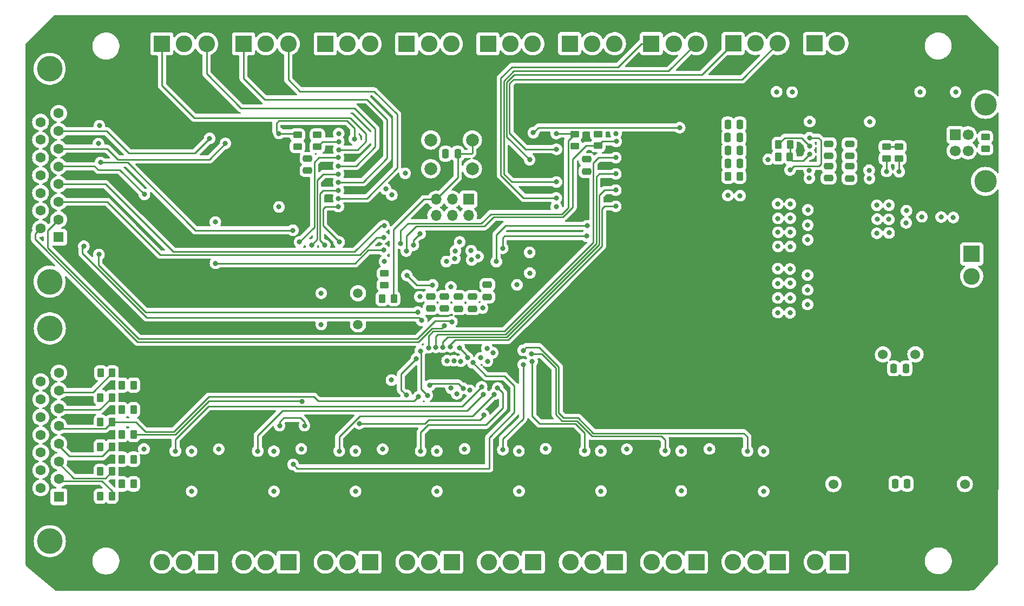
<source format=gbl>
%TF.GenerationSoftware,KiCad,Pcbnew,(6.0.0)*%
%TF.CreationDate,2022-05-06T13:51:05+05:30*%
%TF.ProjectId,Motion_Control_Board2.0,4d6f7469-6f6e-45f4-936f-6e74726f6c5f,rev?*%
%TF.SameCoordinates,Original*%
%TF.FileFunction,Copper,L4,Bot*%
%TF.FilePolarity,Positive*%
%FSLAX46Y46*%
G04 Gerber Fmt 4.6, Leading zero omitted, Abs format (unit mm)*
G04 Created by KiCad (PCBNEW (6.0.0)) date 2022-05-06 13:51:05*
%MOMM*%
%LPD*%
G01*
G04 APERTURE LIST*
G04 Aperture macros list*
%AMRoundRect*
0 Rectangle with rounded corners*
0 $1 Rounding radius*
0 $2 $3 $4 $5 $6 $7 $8 $9 X,Y pos of 4 corners*
0 Add a 4 corners polygon primitive as box body*
4,1,4,$2,$3,$4,$5,$6,$7,$8,$9,$2,$3,0*
0 Add four circle primitives for the rounded corners*
1,1,$1+$1,$2,$3*
1,1,$1+$1,$4,$5*
1,1,$1+$1,$6,$7*
1,1,$1+$1,$8,$9*
0 Add four rect primitives between the rounded corners*
20,1,$1+$1,$2,$3,$4,$5,0*
20,1,$1+$1,$4,$5,$6,$7,0*
20,1,$1+$1,$6,$7,$8,$9,0*
20,1,$1+$1,$8,$9,$2,$3,0*%
G04 Aperture macros list end*
%TA.AperFunction,ComponentPad*%
%ADD10R,2.600000X2.600000*%
%TD*%
%TA.AperFunction,ComponentPad*%
%ADD11C,2.600000*%
%TD*%
%TA.AperFunction,ComponentPad*%
%ADD12C,4.000000*%
%TD*%
%TA.AperFunction,ComponentPad*%
%ADD13R,1.600000X1.600000*%
%TD*%
%TA.AperFunction,ComponentPad*%
%ADD14C,1.600000*%
%TD*%
%TA.AperFunction,ComponentPad*%
%ADD15C,1.500000*%
%TD*%
%TA.AperFunction,ComponentPad*%
%ADD16R,1.700000X1.700000*%
%TD*%
%TA.AperFunction,ComponentPad*%
%ADD17C,1.700000*%
%TD*%
%TA.AperFunction,ComponentPad*%
%ADD18C,3.500000*%
%TD*%
%TA.AperFunction,ComponentPad*%
%ADD19O,1.700000X1.700000*%
%TD*%
%TA.AperFunction,ComponentPad*%
%ADD20C,2.000000*%
%TD*%
%TA.AperFunction,ComponentPad*%
%ADD21C,1.524000*%
%TD*%
%TA.AperFunction,SMDPad,CuDef*%
%ADD22RoundRect,0.250000X0.262500X0.450000X-0.262500X0.450000X-0.262500X-0.450000X0.262500X-0.450000X0*%
%TD*%
%TA.AperFunction,SMDPad,CuDef*%
%ADD23RoundRect,0.250000X0.250000X0.475000X-0.250000X0.475000X-0.250000X-0.475000X0.250000X-0.475000X0*%
%TD*%
%TA.AperFunction,SMDPad,CuDef*%
%ADD24RoundRect,0.250000X-0.475000X0.250000X-0.475000X-0.250000X0.475000X-0.250000X0.475000X0.250000X0*%
%TD*%
%TA.AperFunction,SMDPad,CuDef*%
%ADD25RoundRect,0.250000X0.475000X-0.250000X0.475000X0.250000X-0.475000X0.250000X-0.475000X-0.250000X0*%
%TD*%
%TA.AperFunction,SMDPad,CuDef*%
%ADD26RoundRect,0.250000X0.450000X-0.262500X0.450000X0.262500X-0.450000X0.262500X-0.450000X-0.262500X0*%
%TD*%
%TA.AperFunction,SMDPad,CuDef*%
%ADD27RoundRect,0.250000X-0.250000X-0.475000X0.250000X-0.475000X0.250000X0.475000X-0.250000X0.475000X0*%
%TD*%
%TA.AperFunction,SMDPad,CuDef*%
%ADD28RoundRect,0.250000X-0.450000X0.262500X-0.450000X-0.262500X0.450000X-0.262500X0.450000X0.262500X0*%
%TD*%
%TA.AperFunction,SMDPad,CuDef*%
%ADD29RoundRect,0.250000X-0.262500X-0.450000X0.262500X-0.450000X0.262500X0.450000X-0.262500X0.450000X0*%
%TD*%
%TA.AperFunction,ViaPad*%
%ADD30C,0.800000*%
%TD*%
%TA.AperFunction,Conductor*%
%ADD31C,0.250000*%
%TD*%
G04 APERTURE END LIST*
D10*
%TO.P,J6,1,Pin_1*%
%TO.N,12V_OUT*%
X124613899Y-146567987D03*
D11*
%TO.P,J6,2,Pin_2*%
%TO.N,Limit_SW_3*%
X121113899Y-146567987D03*
%TO.P,J6,3,Pin_3*%
%TO.N,0V_OUT*%
X117613899Y-146567987D03*
%TD*%
D10*
%TO.P,J20,1,Pin_1*%
%TO.N,12V_OUT*%
X175667899Y-146570187D03*
D11*
%TO.P,J20,2,Pin_2*%
%TO.N,Limit_SW_7*%
X172167899Y-146570187D03*
%TO.P,J20,3,Pin_3*%
%TO.N,0V_OUT*%
X168667899Y-146570187D03*
%TD*%
D12*
%TO.P,J23,0*%
%TO.N,N/C*%
X74488731Y-102685200D03*
X74488731Y-69385200D03*
D13*
%TO.P,J23,1,1*%
%TO.N,5V_OUT_1*%
X75908731Y-95730200D03*
D14*
%TO.P,J23,2,2*%
%TO.N,Digital_2*%
X75908731Y-92960200D03*
%TO.P,J23,3,3*%
%TO.N,TXD_2*%
X75908731Y-90190200D03*
%TO.P,J23,4,4*%
%TO.N,PWM_1*%
X75908731Y-87420200D03*
%TO.P,J23,5,5*%
%TO.N,PWM_3*%
X75908731Y-84650200D03*
%TO.P,J23,6,6*%
%TO.N,Analog_1*%
X75908731Y-81880200D03*
%TO.P,J23,7,7*%
%TO.N,Analog_3*%
X75908731Y-79110200D03*
%TO.P,J23,8,8*%
%TO.N,MPG_GND*%
X75908731Y-76340200D03*
%TO.P,J23,9,P9*%
%TO.N,Digital_1*%
X73068731Y-94345200D03*
%TO.P,J23,10,P10*%
%TO.N,RXD_2*%
X73068731Y-91575200D03*
%TO.P,J23,11,P111*%
%TO.N,MPG_GND*%
X73068731Y-88805200D03*
%TO.P,J23,12,P12*%
%TO.N,PWM_2*%
X73068731Y-86035200D03*
%TO.P,J23,13,P13*%
%TO.N,PWM_4*%
X73068731Y-83265200D03*
%TO.P,J23,14,P14*%
%TO.N,Analog_2*%
X73068731Y-80495200D03*
%TO.P,J23,15,P15*%
%TO.N,Analog_4*%
X73068731Y-77725200D03*
%TD*%
D12*
%TO.P,J3,0*%
%TO.N,N/C*%
X74514131Y-143299800D03*
X74514131Y-109999800D03*
D13*
%TO.P,J3,1,1*%
%TO.N,5V*%
X75934131Y-136344800D03*
D14*
%TO.P,J3,2,2*%
%TO.N,uC_MPG_ENC_A*%
X75934131Y-133574800D03*
%TO.P,J3,3,3*%
%TO.N,uC_MPG_IN_X*%
X75934131Y-130804800D03*
%TO.P,J3,4,4*%
%TO.N,uC_MPG_IN_Z*%
X75934131Y-128034800D03*
%TO.P,J3,5,5*%
%TO.N,uC_MPG_IN_5*%
X75934131Y-125264800D03*
%TO.P,J3,6,6*%
%TO.N,uC_MPG_IN_X1*%
X75934131Y-122494800D03*
%TO.P,J3,7,7*%
%TO.N,uC_MPG_IN_X100*%
X75934131Y-119724800D03*
%TO.P,J3,8,8*%
%TO.N,unconnected-(J3-Pad8)*%
X75934131Y-116954800D03*
%TO.P,J3,9,P9*%
%TO.N,MPG_GND*%
X73094131Y-134959800D03*
%TO.P,J3,10,P10*%
%TO.N,uC_MPG_ENC_B*%
X73094131Y-132189800D03*
%TO.P,J3,11,P111*%
%TO.N,uC_MPG_IN_Y*%
X73094131Y-129419800D03*
%TO.P,J3,12,P12*%
%TO.N,uC_MPG_IN_6*%
X73094131Y-126649800D03*
%TO.P,J3,13,P13*%
%TO.N,uC_MPG_IN_4*%
X73094131Y-123879800D03*
%TO.P,J3,14,P14*%
%TO.N,uC_MPG_IN_X10*%
X73094131Y-121109800D03*
%TO.P,J3,15,P15*%
%TO.N,MPG_GND*%
X73094131Y-118339800D03*
%TD*%
D10*
%TO.P,J4,1,Pin_1*%
%TO.N,12V_OUT*%
X99010699Y-146567987D03*
D11*
%TO.P,J4,2,Pin_2*%
%TO.N,Limit_SW_1*%
X95510699Y-146567987D03*
%TO.P,J4,3,Pin_3*%
%TO.N,0V_OUT*%
X92010699Y-146567987D03*
%TD*%
D10*
%TO.P,J19,1,Pin_1*%
%TO.N,12V_OUT*%
X162942499Y-146570187D03*
D11*
%TO.P,J19,2,Pin_2*%
%TO.N,Limit_SW_6*%
X159442499Y-146570187D03*
%TO.P,J19,3,Pin_3*%
%TO.N,0V_OUT*%
X155942499Y-146570187D03*
%TD*%
D10*
%TO.P,J18,1,Pin_1*%
%TO.N,12V_OUT*%
X150135699Y-146570187D03*
D11*
%TO.P,J18,2,Pin_2*%
%TO.N,Limit_SW_5*%
X146635699Y-146570187D03*
%TO.P,J18,3,Pin_3*%
%TO.N,0V_OUT*%
X143135699Y-146570187D03*
%TD*%
D15*
%TO.P,Y1,1,1*%
%TO.N,XTAL_1*%
X122729299Y-109368587D03*
%TO.P,Y1,2,2*%
%TO.N,XTAL_2*%
X122729299Y-104488587D03*
%TD*%
D10*
%TO.P,J16,1,Pin_1*%
%TO.N,STEP_8*%
X181419437Y-65414456D03*
D11*
%TO.P,J16,2,Pin_2*%
%TO.N,MPG_GND*%
X184919437Y-65414456D03*
%TO.P,J16,3,Pin_3*%
%TO.N,DIR_8*%
X188419437Y-65414456D03*
%TD*%
D10*
%TO.P,J10,1,Pin_1*%
%TO.N,STEP_1*%
X92042037Y-65467456D03*
D11*
%TO.P,J10,2,Pin_2*%
%TO.N,MPG_GND*%
X95542037Y-65467456D03*
%TO.P,J10,3,Pin_3*%
%TO.N,DIR_1*%
X99042037Y-65467456D03*
%TD*%
D10*
%TO.P,J13,1,Pin_1*%
%TO.N,STEP_5*%
X143065437Y-65465256D03*
D11*
%TO.P,J13,2,Pin_2*%
%TO.N,MPG_GND*%
X146565437Y-65465256D03*
%TO.P,J13,3,Pin_3*%
%TO.N,DIR_5*%
X150065437Y-65465256D03*
%TD*%
D10*
%TO.P,J5,1,Pin_1*%
%TO.N,12V_OUT*%
X111812299Y-146567987D03*
D11*
%TO.P,J5,2,Pin_2*%
%TO.N,Limit_SW_2*%
X108312299Y-146567987D03*
%TO.P,J5,3,Pin_3*%
%TO.N,0V_OUT*%
X104812299Y-146567987D03*
%TD*%
D16*
%TO.P,J7,1,VBUS*%
%TO.N,V_USB*%
X216156599Y-79709787D03*
D17*
%TO.P,J7,2,D-*%
%TO.N,Net-(J7-Pad2)*%
X216156599Y-82209787D03*
%TO.P,J7,3,D+*%
%TO.N,Net-(J7-Pad3)*%
X218156599Y-82209787D03*
%TO.P,J7,4,GND*%
%TO.N,GND_USB*%
X218156599Y-79709787D03*
D18*
%TO.P,J7,5,Shield*%
%TO.N,Net-(J7-Pad5)*%
X220866599Y-74939787D03*
X220866599Y-86979787D03*
%TD*%
D10*
%TO.P,J2,1,Pin_1*%
%TO.N,12V*%
X218720899Y-98338587D03*
D11*
%TO.P,J2,2,Pin_2*%
%TO.N,MPG_GND*%
X218720899Y-101838587D03*
%TD*%
D10*
%TO.P,J1,1,Pin_1*%
%TO.N,12V*%
X194144837Y-65414456D03*
D11*
%TO.P,J1,2,Pin_2*%
%TO.N,MPG_GND*%
X197644837Y-65414456D03*
%TD*%
D16*
%TO.P,J8,1,MISO*%
%TO.N,MISO*%
X140006299Y-89798987D03*
D19*
%TO.P,J8,2,VCC*%
%TO.N,5V_OUT_1*%
X140006299Y-92338987D03*
%TO.P,J8,3,SCK*%
%TO.N,SCK*%
X137466299Y-89798987D03*
%TO.P,J8,4,MOSI*%
%TO.N,MOSI*%
X137466299Y-92338987D03*
%TO.P,J8,5,~{RST}*%
%TO.N,DTR_prg*%
X134926299Y-89798987D03*
%TO.P,J8,6,GND*%
%TO.N,MPG_GND*%
X134926299Y-92338987D03*
%TD*%
D10*
%TO.P,J17,1,Pin_1*%
%TO.N,12V_OUT*%
X137395299Y-146570187D03*
D11*
%TO.P,J17,2,Pin_2*%
%TO.N,Limit_SW_4*%
X133895299Y-146570187D03*
%TO.P,J17,3,Pin_3*%
%TO.N,0V_OUT*%
X130395299Y-146570187D03*
%TD*%
D10*
%TO.P,J9,1,Pin_1*%
%TO.N,STEP_4*%
X130325037Y-65465256D03*
D11*
%TO.P,J9,2,Pin_2*%
%TO.N,MPG_GND*%
X133825037Y-65465256D03*
%TO.P,J9,3,Pin_3*%
%TO.N,DIR_4*%
X137325037Y-65465256D03*
%TD*%
D10*
%TO.P,J14,1,Pin_1*%
%TO.N,STEP_6*%
X155835699Y-65439856D03*
D11*
%TO.P,J14,2,Pin_2*%
%TO.N,MPG_GND*%
X159335699Y-65439856D03*
%TO.P,J14,3,Pin_3*%
%TO.N,DIR_6*%
X162835699Y-65439856D03*
%TD*%
D10*
%TO.P,J21,1,Pin_1*%
%TO.N,12V_OUT*%
X188393299Y-146567987D03*
D11*
%TO.P,J21,2,Pin_2*%
%TO.N,Limit_SW_8*%
X184893299Y-146567987D03*
%TO.P,J21,3,Pin_3*%
%TO.N,0V_OUT*%
X181393299Y-146567987D03*
%TD*%
D10*
%TO.P,J12,1,Pin_1*%
%TO.N,STEP_3*%
X117619837Y-65467456D03*
D11*
%TO.P,J12,2,Pin_2*%
%TO.N,MPG_GND*%
X121119837Y-65467456D03*
%TO.P,J12,3,Pin_3*%
%TO.N,DIR_3*%
X124619837Y-65467456D03*
%TD*%
D10*
%TO.P,J22,1,Pin_1*%
%TO.N,RXD_1*%
X197760699Y-146567987D03*
D11*
%TO.P,J22,2,Pin_2*%
%TO.N,TXD_1*%
X194260699Y-146567987D03*
%TD*%
D20*
%TO.P,SW1,1,1*%
%TO.N,DTR_prg*%
X134114699Y-80513187D03*
X140614699Y-80513187D03*
%TO.P,SW1,2,2*%
%TO.N,MPG_GND*%
X134114699Y-85013187D03*
X140614699Y-85013187D03*
%TD*%
D10*
%TO.P,J11,1,Pin_1*%
%TO.N,STEP_2*%
X104818237Y-65465256D03*
D11*
%TO.P,J11,2,Pin_2*%
%TO.N,MPG_GND*%
X108318237Y-65465256D03*
%TO.P,J11,3,Pin_3*%
%TO.N,DIR_2*%
X111818237Y-65465256D03*
%TD*%
D21*
%TO.P,U3,1,-Vin*%
%TO.N,MPG_GND*%
X209932499Y-114055987D03*
%TO.P,U3,2,+Vin*%
%TO.N,12V_IN*%
X204852499Y-114081387D03*
%TO.P,U3,3,-Vo*%
%TO.N,0V_OUT*%
X217654099Y-134350587D03*
%TO.P,U3,4,+Vo*%
%TO.N,12V_OUT*%
X197105499Y-134350587D03*
%TD*%
D10*
%TO.P,J15,1,Pin_1*%
%TO.N,STEP_7*%
X168597637Y-65439856D03*
D11*
%TO.P,J15,2,Pin_2*%
%TO.N,MPG_GND*%
X172097637Y-65439856D03*
%TO.P,J15,3,Pin_3*%
%TO.N,DIR_7*%
X175597637Y-65439856D03*
%TD*%
D22*
%TO.P,R4,1,1*%
%TO.N,uC_MPG_IN_Y*%
X87604199Y-130464387D03*
%TO.P,R4,2,2*%
%TO.N,5V*%
X85779199Y-130464387D03*
%TD*%
D23*
%TO.P,C10,1*%
%TO.N,0V_OUT*%
X208621899Y-134299787D03*
%TO.P,C10,2*%
%TO.N,12V_OUT*%
X206721899Y-134299787D03*
%TD*%
D22*
%TO.P,R7,1,1*%
%TO.N,uC_MPG_IN_5*%
X84229799Y-124673187D03*
%TO.P,R7,2,2*%
%TO.N,5V*%
X82404799Y-124673187D03*
%TD*%
D24*
%TO.P,C27,1*%
%TO.N,5V_OUT_1*%
X136247099Y-104988187D03*
%TO.P,C27,2*%
%TO.N,MPG_GND*%
X136247099Y-106888187D03*
%TD*%
D25*
%TO.P,C17,1*%
%TO.N,VDD2*%
X199620099Y-86517387D03*
%TO.P,C17,2*%
%TO.N,MPG_GND*%
X199620099Y-84617387D03*
%TD*%
D26*
%TO.P,R17,1*%
%TO.N,Net-(J7-Pad5)*%
X220879899Y-81895787D03*
%TO.P,R17,2*%
%TO.N,GND_USB*%
X220879899Y-80070787D03*
%TD*%
D25*
%TO.P,C24,1*%
%TO.N,AREF*%
X142952699Y-105059387D03*
%TO.P,C24,2*%
%TO.N,MPG_GND*%
X142952699Y-103159387D03*
%TD*%
%TO.P,C16,1*%
%TO.N,5V_OUT_1*%
X196343499Y-86491987D03*
%TO.P,C16,2*%
%TO.N,MPG_GND*%
X196343499Y-84591987D03*
%TD*%
D22*
%TO.P,R9,1,1*%
%TO.N,uC_MPG_IN_X1*%
X84229799Y-120812387D03*
%TO.P,R9,2,2*%
%TO.N,5V*%
X82404799Y-120812387D03*
%TD*%
D27*
%TO.P,C21,1*%
%TO.N,5V_OUT_1*%
X180561799Y-82153587D03*
%TO.P,C21,2*%
%TO.N,MPG_GND*%
X182461799Y-82153587D03*
%TD*%
D26*
%TO.P,R31,1*%
%TO.N,Led*%
X126873000Y-103225600D03*
%TO.P,R31,2*%
%TO.N,Net-(D5-Pad2)*%
X126873000Y-101400600D03*
%TD*%
D27*
%TO.P,C22,1*%
%TO.N,MPG_GND*%
X180571037Y-84185056D03*
%TO.P,C22,2*%
%TO.N,3.3V_OUT*%
X182471037Y-84185056D03*
%TD*%
D24*
%TO.P,C29,1*%
%TO.N,5V_OUT_1*%
X138431499Y-105013587D03*
%TO.P,C29,2*%
%TO.N,MPG_GND*%
X138431499Y-106913587D03*
%TD*%
%TO.P,C25,1*%
%TO.N,5V_OUT_1*%
X134088099Y-104988187D03*
%TO.P,C25,2*%
%TO.N,MPG_GND*%
X134088099Y-106888187D03*
%TD*%
D23*
%TO.P,C19,1*%
%TO.N,MPG_GND*%
X182456799Y-80121587D03*
%TO.P,C19,2*%
%TO.N,5V_OUT_1*%
X180556799Y-80121587D03*
%TD*%
D22*
%TO.P,R2,1,1*%
%TO.N,uC_MPG_ENC_B*%
X87604199Y-134325187D03*
%TO.P,R2,2,2*%
%TO.N,5V*%
X85779199Y-134325187D03*
%TD*%
D24*
%TO.P,C30,1*%
%TO.N,5V_OUT_1*%
X140615899Y-105013587D03*
%TO.P,C30,2*%
%TO.N,MPG_GND*%
X140615899Y-106913587D03*
%TD*%
D22*
%TO.P,R11,1,1*%
%TO.N,uC_MPG_IN_X100*%
X84280599Y-116951587D03*
%TO.P,R11,2,2*%
%TO.N,5V*%
X82455599Y-116951587D03*
%TD*%
D28*
%TO.P,R35,1*%
%TO.N,5V*%
X160250099Y-79591987D03*
%TO.P,R35,2*%
%TO.N,2OE_s*%
X160250099Y-81416987D03*
%TD*%
%TO.P,R34,1*%
%TO.N,5V*%
X116358899Y-79715187D03*
%TO.P,R34,2*%
%TO.N,2OE_f*%
X116358899Y-81540187D03*
%TD*%
D22*
%TO.P,R24,1*%
%TO.N,SPD*%
X190292599Y-83169587D03*
%TO.P,R24,2*%
%TO.N,MPG_GND*%
X188467599Y-83169587D03*
%TD*%
%TO.P,R1,1,1*%
%TO.N,uC_MPG_ENC_A*%
X84225999Y-136255587D03*
%TO.P,R1,2,2*%
%TO.N,5V*%
X82400999Y-136255587D03*
%TD*%
D26*
%TO.P,R33,1*%
%TO.N,5V*%
X156617899Y-81438587D03*
%TO.P,R33,2*%
%TO.N,1OE_s*%
X156617899Y-79613587D03*
%TD*%
D23*
%TO.P,C23,1*%
%TO.N,DTR_prg*%
X138329899Y-82661587D03*
%TO.P,C23,2*%
%TO.N,MPG_GND*%
X136429899Y-82661587D03*
%TD*%
D29*
%TO.P,R23,1*%
%TO.N,VDD2*%
X188469499Y-81213787D03*
%TO.P,R23,2*%
%TO.N,SPD*%
X190294499Y-81213787D03*
%TD*%
D22*
%TO.P,R10,1,1*%
%TO.N,uC_MPG_IN_X10*%
X87635299Y-118881987D03*
%TO.P,R10,2,2*%
%TO.N,5V*%
X85810299Y-118881987D03*
%TD*%
D24*
%TO.P,C32,1*%
%TO.N,5V*%
X114834899Y-83387987D03*
%TO.P,C32,2*%
%TO.N,MPG_GND*%
X114834899Y-85287987D03*
%TD*%
D22*
%TO.P,R8,1,1*%
%TO.N,uC_MPG_IN_6*%
X87606099Y-126603587D03*
%TO.P,R8,2,2*%
%TO.N,5V*%
X85781099Y-126603587D03*
%TD*%
D24*
%TO.P,C33,1*%
%TO.N,5V*%
X158472099Y-83540387D03*
%TO.P,C33,2*%
%TO.N,MPG_GND*%
X158472099Y-85440387D03*
%TD*%
D26*
%TO.P,R32,1*%
%TO.N,5V*%
X113260099Y-81540187D03*
%TO.P,R32,2*%
%TO.N,1OE_f*%
X113260099Y-79715187D03*
%TD*%
D22*
%TO.P,R5,1,1*%
%TO.N,uC_MPG_IN_Z*%
X84229799Y-128533987D03*
%TO.P,R5,2,2*%
%TO.N,5V*%
X82404799Y-128533987D03*
%TD*%
D29*
%TO.P,R30,1*%
%TO.N,5V_OUT_1*%
X126497299Y-105343787D03*
%TO.P,R30,2*%
%TO.N,DTR_prg*%
X128322299Y-105343787D03*
%TD*%
D24*
%TO.P,C14,1*%
%TO.N,GND_USB*%
X196343499Y-81091787D03*
%TO.P,C14,2*%
%TO.N,V_USB*%
X196343499Y-82991787D03*
%TD*%
D22*
%TO.P,R6,1,1*%
%TO.N,uC_MPG_IN_4*%
X87606099Y-122742787D03*
%TO.P,R6,2,2*%
%TO.N,5V*%
X85781099Y-122742787D03*
%TD*%
%TO.P,R29,1*%
%TO.N,3.3V_OUT*%
X182422399Y-86192187D03*
%TO.P,R29,2*%
%TO.N,Net-(D4-Pad2)*%
X180597399Y-86192187D03*
%TD*%
%TO.P,R3,1,1*%
%TO.N,uC_MPG_IN_X*%
X84225999Y-132394787D03*
%TO.P,R3,2,2*%
%TO.N,5V*%
X82400999Y-132394787D03*
%TD*%
D26*
%TO.P,R18,1*%
%TO.N,VDD1*%
X205385899Y-83394387D03*
%TO.P,R18,2*%
%TO.N,SPU*%
X205385899Y-81569387D03*
%TD*%
D23*
%TO.P,C3,1*%
%TO.N,MPG_GND*%
X208427400Y-116255800D03*
%TO.P,C3,2*%
%TO.N,12V_IN*%
X206527400Y-116255800D03*
%TD*%
D24*
%TO.P,C15,1*%
%TO.N,GND_USB*%
X199620099Y-81112187D03*
%TO.P,C15,2*%
%TO.N,V_USB*%
X199620099Y-83012187D03*
%TD*%
D28*
%TO.P,R19,1*%
%TO.N,SPU*%
X207334303Y-81573187D03*
%TO.P,R19,2*%
%TO.N,GND_USB*%
X207334303Y-83398187D03*
%TD*%
D23*
%TO.P,C18,1*%
%TO.N,MPG_GND*%
X182461799Y-78089587D03*
%TO.P,C18,2*%
%TO.N,5V_OUT_1*%
X180561799Y-78089587D03*
%TD*%
D30*
%TO.N,12V_IN*%
X203898437Y-95107056D03*
X190309437Y-107553056D03*
X203949237Y-92897256D03*
X206527400Y-116255800D03*
X190360237Y-94954656D03*
X190334837Y-105241656D03*
X193052637Y-106257656D03*
X193078037Y-96123056D03*
X190360237Y-97189856D03*
%TO.N,Net-(C6-Pad1)*%
X203898437Y-90738256D03*
X205752637Y-92922656D03*
X208470437Y-93481456D03*
%TO.N,VDD1*%
X205416299Y-85430187D03*
%TO.N,GND_USB*%
X202780837Y-77657256D03*
X210669099Y-72984187D03*
X202679237Y-85251856D03*
X199656637Y-81060856D03*
X207378237Y-85480456D03*
X220879899Y-80045387D03*
X207327437Y-83372256D03*
X196380037Y-81060856D03*
%TO.N,V_USB*%
X196380037Y-82965856D03*
X202730037Y-86547256D03*
X199656637Y-82965856D03*
X216206299Y-73009587D03*
%TO.N,VDD2*%
X199656637Y-86471056D03*
X193369899Y-81467787D03*
X188506037Y-81137056D03*
%TO.N,3.3V_OUT*%
X182460837Y-86191656D03*
X182511637Y-84185056D03*
%TO.N,AREF*%
X142952699Y-105038987D03*
%TO.N,Net-(D4-Pad2)*%
X180606637Y-86166256D03*
X180581237Y-89188856D03*
%TO.N,Net-(D5-Pad2)*%
X126898400Y-101422200D03*
%TO.N,12V*%
X215861837Y-92643256D03*
%TO.N,Net-(F1-Pad2)*%
X213956837Y-92567056D03*
X210934237Y-92541656D03*
%TO.N,Net-(J7-Pad5)*%
X220930699Y-81899587D03*
%TO.N,STEP_1*%
X119704303Y-82026056D03*
%TO.N,DIR_1*%
X119672037Y-84566056D03*
%TO.N,STEP_2*%
X119672037Y-87106056D03*
%TO.N,DIR_2*%
X119672037Y-89646056D03*
%TO.N,STEP_7*%
X153740303Y-89583167D03*
%TO.N,DIR_7*%
X153765703Y-87093967D03*
%TO.N,STEP_8*%
X149574703Y-83588767D03*
%TO.N,DIR_8*%
X153765703Y-81963167D03*
%TO.N,uC_limit_3*%
X119785999Y-129194387D03*
X144037503Y-120291767D03*
%TO.N,uC_limit_2*%
X107035199Y-129193987D03*
X142361103Y-120317167D03*
%TO.N,uC_limit_4*%
X144570903Y-119326567D03*
X132536799Y-129194387D03*
%TO.N,uC_limit_1*%
X94157399Y-129193587D03*
X142069003Y-119136067D03*
%TO.N,uC_limit_7*%
X149879503Y-113992567D03*
X170738399Y-129143187D03*
%TO.N,uC_limit_6*%
X149981103Y-115135567D03*
X158190799Y-129168587D03*
%TO.N,uC_limit_8*%
X183641599Y-129193987D03*
X148558703Y-113433767D03*
%TO.N,uC_limit_5*%
X145383703Y-128978567D03*
X148571403Y-115656267D03*
%TO.N,SPU*%
X205385899Y-81569387D03*
%TO.N,SPD*%
X193382837Y-82737256D03*
X190292599Y-83169587D03*
%TO.N,Net-(R26-Pad2)*%
X193357437Y-80171856D03*
X190309437Y-85201056D03*
%TO.N,Led*%
X130352800Y-101701600D03*
X126847600Y-103225600D03*
X134391400Y-103200200D03*
%TO.N,1OE_f*%
X122168103Y-80337567D03*
X110364499Y-79486587D03*
%TO.N,1OE_s*%
X153747699Y-79511987D03*
X129381703Y-96669767D03*
%TO.N,2OE_f*%
X132435600Y-95173800D03*
X119704303Y-80756587D03*
X131388303Y-96974567D03*
%TO.N,2OE_s*%
X130270703Y-97888967D03*
X163120299Y-80731187D03*
%TO.N,RXD_1*%
X132480503Y-113535367D03*
X133572703Y-120494967D03*
%TO.N,TXD_1*%
X130270703Y-120444167D03*
X131870903Y-114729167D03*
%TO.N,PWM_1*%
X126796800Y-93929200D03*
X140506903Y-99285967D03*
%TO.N,PWM_2*%
X138633200Y-96469200D03*
X141499699Y-98750371D03*
X100406200Y-93345000D03*
%TO.N,PWM_3*%
X89306400Y-89027000D03*
X128016000Y-89103200D03*
%TO.N,PWM_4*%
X112547400Y-94640400D03*
X136544503Y-99539967D03*
X82448400Y-84048600D03*
%TO.N,Digital_2*%
X137408103Y-108963367D03*
%TO.N,uC_Dir_4*%
X119653503Y-90929367D03*
X119780503Y-96466567D03*
%TO.N,uC_Step_4*%
X117519903Y-96974567D03*
X119678903Y-88414767D03*
%TO.N,uC_Dir_3*%
X119678903Y-85849367D03*
X115462503Y-96923767D03*
%TO.N,uC_Step_3*%
X119678903Y-83283967D03*
X113582903Y-96466567D03*
%TO.N,uC_Dir_8*%
X133750503Y-113027367D03*
X163044099Y-83271187D03*
%TO.N,uC_Step_8*%
X163044099Y-85811187D03*
X134893503Y-112951167D03*
%TO.N,uC_Dir_7*%
X135960303Y-112925767D03*
X163044099Y-88351187D03*
%TO.N,uC_Step_7*%
X137179503Y-112874967D03*
X163044099Y-90891187D03*
%TO.N,Digital_1*%
X136239703Y-109572967D03*
%TO.N,Analog_4*%
X132689600Y-108762800D03*
X79832200Y-97129600D03*
X82270600Y-78282800D03*
%TO.N,Analog_3*%
X130098800Y-85725000D03*
X99517200Y-80264000D03*
%TO.N,Analog_2*%
X142208703Y-106804367D03*
X82194400Y-98425000D03*
X82118200Y-81076800D03*
X132054600Y-107442000D03*
%TO.N,Analog_1*%
X101981000Y-81051400D03*
X127050800Y-88188800D03*
%TO.N,uC_MPG_ENC_A*%
X84225999Y-136255587D03*
%TO.N,uC_MPG_IN_X*%
X84302600Y-132359400D03*
X137281103Y-119351967D03*
%TO.N,uC_MPG_IN_Z*%
X138170103Y-120240967D03*
X84182293Y-128581493D03*
%TO.N,uC_MPG_IN_5*%
X133985000Y-118897400D03*
X132207000Y-120675400D03*
X84229799Y-124673187D03*
X139160703Y-119377367D03*
%TO.N,uC_MPG_IN_X1*%
X140176703Y-119682167D03*
X84229799Y-120812387D03*
X127965200Y-118084600D03*
%TO.N,uC_MPG_IN_X100*%
X114350800Y-125222000D03*
X142392400Y-123545600D03*
X84280599Y-116951587D03*
X110464600Y-125222000D03*
X122910600Y-124891800D03*
X142970703Y-115135567D03*
%TO.N,uC_MPG_ENC_B*%
X87631499Y-134325187D03*
%TO.N,uC_MPG_IN_Y*%
X87631499Y-130464387D03*
X138805103Y-115135567D03*
%TO.N,uC_MPG_IN_4*%
X139871903Y-114602167D03*
X138582400Y-113030000D03*
X87656899Y-122717387D03*
%TO.N,uC_MPG_IN_6*%
X113969800Y-121412000D03*
X87631499Y-126603587D03*
X140697403Y-115376867D03*
X112572800Y-131292600D03*
%TO.N,uC_MPG_IN_X10*%
X87682299Y-118856587D03*
X141903903Y-114602167D03*
%TO.N,TXD_2*%
X126720600Y-95783400D03*
X137255703Y-103502367D03*
%TO.N,RXD_2*%
X126771400Y-97764600D03*
X137865303Y-99057367D03*
X100431600Y-99822000D03*
%TO.N,TXD_0*%
X158490103Y-95552167D03*
X145358303Y-97457167D03*
%TO.N,0V_OUT*%
X208637099Y-134274387D03*
X160743837Y-135467656D03*
X96710437Y-135493056D03*
X122339037Y-135493056D03*
X186194637Y-135493056D03*
X109588237Y-135493056D03*
X135089837Y-135493056D03*
X147916837Y-135467656D03*
X173291437Y-135442256D03*
%TO.N,DTR_prg*%
X150158903Y-79372367D03*
X173044303Y-78584967D03*
X128373099Y-105343787D03*
%TO.N,MPG_GND*%
X205778037Y-90712856D03*
X140615899Y-106893187D03*
X193052637Y-101660256D03*
X182486237Y-89239656D03*
X142894503Y-113103567D03*
X137738303Y-115059367D03*
X110364499Y-90992787D03*
X136442903Y-82699767D03*
X188429837Y-92795656D03*
X199656637Y-84540656D03*
X188404437Y-105241656D03*
X188404437Y-102955656D03*
X126873000Y-99517200D03*
X158497499Y-85455587D03*
X160718437Y-129193856D03*
X153722299Y-90967387D03*
X136272499Y-106893187D03*
X173291437Y-129193856D03*
X196380037Y-84540656D03*
X188379037Y-90509656D03*
X96685037Y-129219256D03*
X182486237Y-82127656D03*
X122313637Y-129193856D03*
X182486237Y-80121056D03*
X137966903Y-97863567D03*
X149607499Y-101330587D03*
X193103437Y-91449456D03*
X109562837Y-129219256D03*
X180606637Y-84185056D03*
X188429837Y-94954656D03*
X193382837Y-77631856D03*
X193306637Y-85302656D03*
X147600899Y-103184787D03*
X208521237Y-91576456D03*
X186169237Y-129219256D03*
X138406099Y-106893187D03*
X116961103Y-104492967D03*
X142952699Y-103108587D03*
X135064437Y-129193856D03*
X188404437Y-107527656D03*
X205803437Y-95056256D03*
X116961103Y-109369767D03*
X188404437Y-100644256D03*
X188480637Y-83194456D03*
X134113499Y-106893187D03*
X188429837Y-97164456D03*
X208433899Y-116265787D03*
X147891437Y-129193856D03*
X182486237Y-78089056D03*
X114885699Y-85226987D03*
%TO.N,TXD_prg*%
X158566303Y-93951967D03*
X144367703Y-99539967D03*
%TO.N,5V_OUT_1*%
X134088099Y-105038987D03*
X132386299Y-105038987D03*
X180606637Y-82127656D03*
X190639637Y-73034456D03*
X138406099Y-105038987D03*
X149582099Y-98104787D03*
X180606637Y-78063656D03*
X180606637Y-80070256D03*
X193332037Y-86496456D03*
X143821603Y-113802067D03*
X193078037Y-93837056D03*
X140422895Y-97838167D03*
X188201237Y-72983656D03*
X190334837Y-92744856D03*
X140615899Y-105038987D03*
X136272499Y-105038987D03*
X196380037Y-86471056D03*
X136671503Y-115059367D03*
X190360237Y-90535056D03*
X186905837Y-83550056D03*
X126518899Y-105394587D03*
%TO.N,5V*%
X100952237Y-128889056D03*
X160275499Y-79511987D03*
X156617899Y-81493187D03*
X82400999Y-116926187D03*
X85804599Y-122768187D03*
X164782437Y-128889056D03*
X114885699Y-83347387D03*
X190334837Y-102930256D03*
X190309437Y-100695056D03*
X116384299Y-79740587D03*
X85804599Y-118881987D03*
X163094899Y-79486587D03*
X177711037Y-128863656D03*
X82400999Y-132394787D03*
X152082437Y-128838256D03*
X139407837Y-128863656D03*
X126580837Y-128889056D03*
X89242837Y-128863656D03*
X85804599Y-134350587D03*
X113855437Y-128863656D03*
X82400999Y-128483187D03*
X85804599Y-130464387D03*
X119704303Y-79511987D03*
X82400999Y-136255587D03*
X113310899Y-81518587D03*
X85804599Y-126628987D03*
X158497499Y-83575987D03*
X82400999Y-124698587D03*
X193052637Y-103971656D03*
X82400999Y-120812387D03*
%TO.N,12V_OUT*%
X206732099Y-134299787D03*
%TD*%
D31*
%TO.N,VDD1*%
X205416299Y-83424787D02*
X205385899Y-83394387D01*
X205416299Y-85430187D02*
X205416299Y-83424787D01*
%TO.N,GND_USB*%
X207327437Y-83372256D02*
X207327437Y-85429656D01*
X207327437Y-85429656D02*
X207378237Y-85480456D01*
%TO.N,VDD2*%
X189453826Y-80189267D02*
X192091379Y-80189267D01*
X188506037Y-81137056D02*
X189453826Y-80189267D01*
X188506037Y-81137056D02*
X188887037Y-81518056D01*
X192091379Y-80189267D02*
X193369899Y-81467787D01*
%TO.N,STEP_1*%
X92042037Y-65467456D02*
X92042037Y-71947456D01*
X123990037Y-80730656D02*
X122694637Y-82026056D01*
X121475437Y-77047656D02*
X123990037Y-79562256D01*
X122694637Y-82026056D02*
X119722837Y-82026056D01*
X97142237Y-77047656D02*
X121475437Y-77047656D01*
X123990037Y-79562256D02*
X123990037Y-80730656D01*
X92042037Y-71947456D02*
X97142237Y-77047656D01*
%TO.N,DIR_1*%
X104432037Y-75549056D02*
X122212037Y-75549056D01*
X125412437Y-78749456D02*
X125412437Y-81594256D01*
X122212037Y-75549056D02*
X125412437Y-78749456D01*
X125412437Y-81594256D02*
X122440637Y-84566056D01*
X122440637Y-84566056D02*
X119672037Y-84566056D01*
X99042037Y-70159056D02*
X104432037Y-75549056D01*
X99042037Y-65467456D02*
X99042037Y-70159056D01*
%TO.N,STEP_2*%
X123532837Y-87106056D02*
X119672037Y-87106056D01*
X108089637Y-74152056D02*
X124142437Y-74152056D01*
X127292037Y-83346856D02*
X123532837Y-87106056D01*
X104818237Y-70880656D02*
X108089637Y-74152056D01*
X104818237Y-65465256D02*
X104818237Y-70880656D01*
X124142437Y-74152056D02*
X127292037Y-77301656D01*
X127292037Y-77301656D02*
X127292037Y-83346856D01*
%TO.N,DIR_2*%
X111818237Y-71073456D02*
X113652237Y-72907456D01*
X124091637Y-89646056D02*
X119672037Y-89646056D01*
X113652237Y-72907456D02*
X125260037Y-72907456D01*
X128841437Y-76488856D02*
X128841437Y-84896256D01*
X128841437Y-84896256D02*
X124091637Y-89646056D01*
X111818237Y-65465256D02*
X111818237Y-71073456D01*
X125260037Y-72907456D02*
X128841437Y-76488856D01*
%TO.N,STEP_7*%
X145078903Y-70812567D02*
X145078903Y-86027167D01*
X167047637Y-65439856D02*
X163402126Y-69085367D01*
X148634903Y-89583167D02*
X153740303Y-89583167D01*
X145078903Y-86027167D02*
X148634903Y-89583167D01*
X168597637Y-65439856D02*
X167047637Y-65439856D01*
X163402126Y-69085367D02*
X146806103Y-69085367D01*
X146806103Y-69085367D02*
X145078903Y-70812567D01*
%TO.N,DIR_7*%
X171317126Y-69720367D02*
X147110903Y-69720367D01*
X147110903Y-69720367D02*
X145528423Y-71302847D01*
X146781421Y-87093967D02*
X153765703Y-87093967D01*
X145528423Y-71302847D02*
X145528423Y-85840969D01*
X175597637Y-65439856D02*
X171317126Y-69720367D01*
X145528423Y-85840969D02*
X146781421Y-87093967D01*
%TO.N,STEP_8*%
X181419437Y-65414456D02*
X176529326Y-70304567D01*
X145977943Y-71489045D02*
X145977943Y-79992007D01*
X176529326Y-70304567D02*
X147162421Y-70304567D01*
X147162421Y-70304567D02*
X145977943Y-71489045D01*
X145977943Y-79992007D02*
X149574703Y-83588767D01*
%TO.N,DIR_8*%
X188419437Y-65414456D02*
X182792726Y-71041167D01*
X148965103Y-81963167D02*
X153765703Y-81963167D01*
X146427463Y-71675243D02*
X146427463Y-79425527D01*
X182792726Y-71041167D02*
X147061539Y-71041167D01*
X146427463Y-79425527D02*
X148965103Y-81963167D01*
X147061539Y-71041167D02*
X146427463Y-71675243D01*
%TO.N,uC_limit_3*%
X119785999Y-126941071D02*
X119785999Y-129194387D01*
X140633903Y-123695367D02*
X123031703Y-123695367D01*
X123031703Y-123695367D02*
X119785999Y-126941071D01*
X144037503Y-120291767D02*
X140633903Y-123695367D01*
%TO.N,uC_limit_2*%
X139821103Y-122857167D02*
X110915903Y-122857167D01*
X142361103Y-120317167D02*
X139821103Y-122857167D01*
X110915903Y-122857167D02*
X107035199Y-126737871D01*
X107035199Y-126737871D02*
X107035199Y-129193987D01*
%TO.N,uC_limit_4*%
X142742103Y-125092367D02*
X133699703Y-125092367D01*
X144570903Y-119326567D02*
X144621703Y-119326567D01*
X145409103Y-122425367D02*
X142742103Y-125092367D01*
X144621703Y-119326567D02*
X145409103Y-120113967D01*
X133699703Y-125092367D02*
X132536799Y-126255271D01*
X132536799Y-126255271D02*
X132536799Y-129194387D01*
X145409103Y-120113967D02*
X145409103Y-122425367D01*
%TO.N,uC_limit_1*%
X94157399Y-129193587D02*
X94157399Y-127322071D01*
X139033703Y-122171367D02*
X142069003Y-119136067D01*
X94157399Y-127322071D02*
X99308103Y-122171367D01*
X99308103Y-122171367D02*
X139033703Y-122171367D01*
%TO.N,uC_limit_7*%
X153664103Y-123492167D02*
X154611583Y-124439647D01*
X170738399Y-127433227D02*
X170738399Y-129143187D01*
X159353703Y-126844249D02*
X170149421Y-126844249D01*
X156949101Y-124439647D02*
X159353703Y-126844249D01*
X170149421Y-126844249D02*
X170738399Y-127433227D01*
X154611583Y-124439647D02*
X156949101Y-124439647D01*
X153664103Y-116176967D02*
X153664103Y-123492167D01*
X149879503Y-113992567D02*
X151479703Y-113992567D01*
X151479703Y-113992567D02*
X153664103Y-116176967D01*
%TO.N,uC_limit_6*%
X158190799Y-126317063D02*
X158190799Y-129168587D01*
X156762903Y-124889167D02*
X158190799Y-126317063D01*
X151149503Y-124889167D02*
X156762903Y-124889167D01*
X149981103Y-115135567D02*
X149981103Y-123720767D01*
X149981103Y-123720767D02*
X151149503Y-124889167D01*
%TO.N,uC_limit_8*%
X159539901Y-126394729D02*
X183058865Y-126394729D01*
X149041303Y-112951167D02*
X151074021Y-112951167D01*
X154113623Y-123220447D02*
X154883303Y-123990127D01*
X154883303Y-123990127D02*
X157135299Y-123990127D01*
X154113623Y-123220447D02*
X154113623Y-123238167D01*
X148558703Y-113433767D02*
X149041303Y-112951167D01*
X157135299Y-123990127D02*
X159539901Y-126394729D01*
X154113623Y-115990770D02*
X154113623Y-123220447D01*
X151074021Y-112951167D02*
X154113623Y-115990770D01*
X183641599Y-126977463D02*
X183641599Y-129193987D01*
X183058865Y-126394729D02*
X183641599Y-126977463D01*
%TO.N,uC_limit_5*%
X148571403Y-124114467D02*
X145383703Y-127302167D01*
X148571403Y-115656267D02*
X148571403Y-124114467D01*
X145383703Y-127302167D02*
X145383703Y-128978567D01*
%TO.N,SPU*%
X207316299Y-81573187D02*
X205389699Y-81573187D01*
X205389699Y-81573187D02*
X205385899Y-81569387D01*
%TO.N,SPD*%
X190294499Y-83167687D02*
X190292599Y-83169587D01*
X190294499Y-81213787D02*
X190294499Y-83167687D01*
X190292599Y-83169587D02*
X190292599Y-83406218D01*
X192366837Y-83753256D02*
X193382837Y-82737256D01*
X190639637Y-83753256D02*
X192366837Y-83753256D01*
X190292599Y-83406218D02*
X190639637Y-83753256D01*
%TO.N,Net-(R26-Pad2)*%
X190932348Y-84578145D02*
X190309437Y-85201056D01*
X194754437Y-80171856D02*
X195135437Y-80552856D01*
X195135437Y-80552856D02*
X195135437Y-84286656D01*
X195135437Y-84286656D02*
X194843948Y-84578145D01*
X193357437Y-80171856D02*
X194754437Y-80171856D01*
X194843948Y-84578145D02*
X190932348Y-84578145D01*
%TO.N,Led*%
X131876800Y-103200200D02*
X130454400Y-101777800D01*
X134391400Y-103200200D02*
X131876800Y-103200200D01*
%TO.N,1OE_f*%
X122168103Y-78635767D02*
X122168103Y-80337567D01*
X110364499Y-79486587D02*
X113031499Y-79486587D01*
X121029512Y-77497176D02*
X122168103Y-78635767D01*
X113031499Y-79486587D02*
X113260099Y-79715187D01*
X109950703Y-77873767D02*
X110327294Y-77497176D01*
X110364499Y-79486587D02*
X109950703Y-79072791D01*
X109950703Y-79072791D02*
X109950703Y-77873767D01*
X110327294Y-77497176D02*
X121029512Y-77497176D01*
%TO.N,1OE_s*%
X130524703Y-93570967D02*
X142030903Y-93570967D01*
X155593379Y-80638107D02*
X156617899Y-79613587D01*
X154629303Y-92097767D02*
X155593379Y-91133691D01*
X155593379Y-91133691D02*
X155593379Y-80638107D01*
X143504103Y-92097767D02*
X154629303Y-92097767D01*
X142030903Y-93570967D02*
X143504103Y-92097767D01*
X153747699Y-79511987D02*
X156516299Y-79511987D01*
X129381703Y-94713967D02*
X130524703Y-93570967D01*
X156516299Y-79511987D02*
X156617899Y-79613587D01*
X129381703Y-96669767D02*
X129381703Y-94713967D01*
%TO.N,2OE_f*%
X131388303Y-96974567D02*
X131388303Y-96221097D01*
X119762499Y-80756587D02*
X117142499Y-80756587D01*
X117142499Y-80756587D02*
X116358899Y-81540187D01*
X131388303Y-96221097D02*
X132435600Y-95173800D01*
%TO.N,2OE_s*%
X130270703Y-95552167D02*
X131802383Y-94020487D01*
X158426683Y-81416987D02*
X160250099Y-81416987D01*
X143968983Y-92547287D02*
X154815501Y-92547287D01*
X130270703Y-97888967D02*
X130270703Y-95552167D01*
X131802383Y-94020487D02*
X142495783Y-94020487D01*
X142495783Y-94020487D02*
X143968983Y-92547287D01*
X160935899Y-80731187D02*
X163120299Y-80731187D01*
X156331103Y-83512567D02*
X158426683Y-81416987D01*
X160250099Y-81416987D02*
X160935899Y-80731187D01*
X156331103Y-91031685D02*
X156331103Y-83512567D01*
X154815501Y-92547287D02*
X156331103Y-91031685D01*
%TO.N,RXD_1*%
X132480503Y-113535367D02*
X132595414Y-113650278D01*
X132595414Y-119517678D02*
X133572703Y-120494967D01*
X132595414Y-113650278D02*
X132595414Y-119517678D01*
%TO.N,TXD_1*%
X131870903Y-114729167D02*
X129457903Y-117142167D01*
X129457903Y-117142167D02*
X129457903Y-119631367D01*
X129457903Y-119631367D02*
X130270703Y-120444167D01*
%TO.N,PWM_1*%
X122217120Y-98000880D02*
X126288800Y-93929200D01*
X93809880Y-98000880D02*
X122217120Y-98000880D01*
X83229200Y-87420200D02*
X93809880Y-98000880D01*
X126288800Y-93929200D02*
X126796800Y-93929200D01*
X75908731Y-87420200D02*
X83229200Y-87420200D01*
%TO.N,PWM_3*%
X82092800Y-85166200D02*
X84556600Y-85166200D01*
X75905965Y-84632800D02*
X81574034Y-84632800D01*
X81576800Y-84650200D02*
X82092800Y-85166200D01*
X84556600Y-85166200D02*
X85445600Y-85166200D01*
X85445600Y-85166200D02*
X89306400Y-89027000D01*
%TO.N,PWM_4*%
X97265214Y-94640400D02*
X86673414Y-84048600D01*
X86673414Y-84048600D02*
X82448400Y-84048600D01*
X112547400Y-94640400D02*
X97265214Y-94640400D01*
%TO.N,Digital_2*%
X134778378Y-108848456D02*
X131988787Y-111638047D01*
X74187503Y-94681428D02*
X75908731Y-92960200D01*
X74187503Y-97405649D02*
X74187503Y-94681428D01*
X137293192Y-108848456D02*
X134778378Y-108848456D01*
X88419901Y-111638047D02*
X74187503Y-97405649D01*
X131988787Y-111638047D02*
X88419901Y-111638047D01*
X137408103Y-108963367D02*
X137293192Y-108848456D01*
%TO.N,uC_Dir_4*%
X117232979Y-91292491D02*
X117232979Y-93951967D01*
X119653503Y-90929367D02*
X117596103Y-90929367D01*
X117596103Y-90929367D02*
X117232979Y-91292491D01*
X117265903Y-93951967D02*
X119780503Y-96466567D01*
X117232979Y-93951967D02*
X117265903Y-93951967D01*
%TO.N,uC_Step_4*%
X117291303Y-88414767D02*
X116783459Y-88922611D01*
X116783459Y-88922611D02*
X116783459Y-96238123D01*
X119653503Y-88414767D02*
X117291303Y-88414767D01*
X116783459Y-96238123D02*
X117519903Y-96974567D01*
%TO.N,uC_Dir_3*%
X116333939Y-96052331D02*
X115462503Y-96923767D01*
X117291303Y-85849367D02*
X116333939Y-86806731D01*
X119678903Y-85849367D02*
X117291303Y-85849367D01*
X116333939Y-86806731D02*
X116333939Y-96052331D01*
%TO.N,uC_Step_3*%
X119678903Y-83283967D02*
X116630903Y-83283967D01*
X115884419Y-94165051D02*
X113582903Y-96466567D01*
X116630903Y-83283967D02*
X115884419Y-84030451D01*
X115884419Y-84030451D02*
X115884419Y-94165051D01*
%TO.N,uC_Dir_8*%
X133750503Y-111147767D02*
X133750503Y-113027367D01*
X159521619Y-96578051D02*
X145637703Y-110461967D01*
X145637703Y-110461967D02*
X134436303Y-110461967D01*
X159521619Y-84081251D02*
X159521619Y-96578051D01*
X160331683Y-83271187D02*
X159521619Y-84081251D01*
X163044099Y-83271187D02*
X160331683Y-83271187D01*
X134436303Y-110461967D02*
X133750503Y-111147767D01*
%TO.N,uC_Step_8*%
X135223703Y-110911487D02*
X134893503Y-111241687D01*
X134893503Y-111241687D02*
X134893503Y-112951167D01*
X160014103Y-86255767D02*
X160014103Y-96721285D01*
X160458683Y-85811187D02*
X160014103Y-86255767D01*
X160014103Y-96721285D02*
X145823900Y-110911487D01*
X145823900Y-110911487D02*
X135223703Y-110911487D01*
X163044099Y-85811187D02*
X160458683Y-85811187D01*
%TO.N,uC_Dir_7*%
X160463623Y-89209847D02*
X160463623Y-96907483D01*
X135960303Y-112123007D02*
X135960303Y-112925767D01*
X146010097Y-111361007D02*
X136722303Y-111361007D01*
X161322283Y-88351187D02*
X160463623Y-89209847D01*
X163044099Y-88351187D02*
X162973283Y-88351187D01*
X163044099Y-88351187D02*
X161322283Y-88351187D01*
X162973283Y-88351187D02*
X162960503Y-88363967D01*
X160463623Y-96907483D02*
X146010097Y-111361007D01*
X136722303Y-111361007D02*
X135960303Y-112123007D01*
%TO.N,uC_Step_7*%
X137916103Y-111810527D02*
X137179503Y-112547127D01*
X160913143Y-97093681D02*
X146196294Y-111810527D01*
X146196294Y-111810527D02*
X137916103Y-111810527D01*
X137179503Y-112547127D02*
X137179503Y-112874967D01*
X163044099Y-90891187D02*
X161322283Y-90891187D01*
X160913143Y-91300327D02*
X160913143Y-97093681D01*
X161322283Y-90891187D02*
X160913143Y-91300327D01*
%TO.N,Digital_1*%
X134250105Y-110012447D02*
X132174985Y-112087567D01*
X135800223Y-110012447D02*
X134250105Y-110012447D01*
X88233703Y-112087567D02*
X72212200Y-96066064D01*
X132174985Y-112087567D02*
X88233703Y-112087567D01*
X136239703Y-109572967D02*
X135800223Y-110012447D01*
X72212200Y-96066064D02*
X72212200Y-95201731D01*
X72212200Y-95201731D02*
X73068731Y-94345200D01*
%TO.N,Analog_4*%
X79629000Y-98222518D02*
X79629000Y-97332800D01*
X132689600Y-108762800D02*
X132220876Y-108294076D01*
X79629000Y-97332800D02*
X79832200Y-97129600D01*
X89700558Y-108294076D02*
X79629000Y-98222518D01*
X132220876Y-108294076D02*
X89700558Y-108294076D01*
%TO.N,Analog_3*%
X75908731Y-79110200D02*
X83377400Y-79110200D01*
X97180400Y-82600800D02*
X99517200Y-80264000D01*
X83377400Y-79110200D02*
X86868000Y-82600800D01*
X86868000Y-82600800D02*
X97180400Y-82600800D01*
%TO.N,Analog_2*%
X132054600Y-107442000D02*
X89484200Y-107442000D01*
X82118200Y-100076000D02*
X82118200Y-98501200D01*
X82118200Y-98501200D02*
X82194400Y-98425000D01*
X89484200Y-107442000D02*
X82118200Y-100076000D01*
X82194400Y-98425000D02*
X82219800Y-98399600D01*
%TO.N,Analog_1*%
X75908731Y-81880200D02*
X83480400Y-81880200D01*
X85166200Y-83566000D02*
X99466400Y-83566000D01*
X99466400Y-83566000D02*
X101981000Y-81051400D01*
X83480400Y-81880200D02*
X85166200Y-83566000D01*
%TO.N,uC_MPG_ENC_A*%
X84225999Y-135415487D02*
X82679339Y-133868827D01*
X75923139Y-133868827D02*
X75866499Y-133812187D01*
X84225999Y-136255587D02*
X84225999Y-135415487D01*
X82679339Y-133868827D02*
X75923139Y-133868827D01*
%TO.N,uC_MPG_IN_X*%
X83201479Y-133419307D02*
X78243619Y-133419307D01*
X78243619Y-133419307D02*
X75866499Y-131042187D01*
X84225999Y-132394787D02*
X83201479Y-133419307D01*
%TO.N,uC_MPG_IN_Z*%
X77601499Y-130007187D02*
X75866499Y-128272187D01*
X82756599Y-130007187D02*
X77601499Y-130007187D01*
X84182293Y-128581493D02*
X82756599Y-130007187D01*
X84229799Y-128533987D02*
X84182293Y-128581493D01*
%TO.N,uC_MPG_IN_5*%
X134254944Y-118627456D02*
X133985000Y-118897400D01*
X89458800Y-126136400D02*
X87995587Y-124673187D01*
X87995587Y-124673187D02*
X84229799Y-124673187D01*
X93929200Y-126136400D02*
X89458800Y-126136400D01*
X84229799Y-124673187D02*
X83205279Y-125697707D01*
X131521200Y-121361200D02*
X116484400Y-121361200D01*
X115810689Y-120687489D02*
X99378111Y-120687489D01*
X138410792Y-118627456D02*
X134254944Y-118627456D01*
X99378111Y-120687489D02*
X93929200Y-126136400D01*
X76062019Y-125697707D02*
X75866499Y-125502187D01*
X83205279Y-125697707D02*
X76062019Y-125697707D01*
X139160703Y-119377367D02*
X138410792Y-118627456D01*
X116484400Y-121361200D02*
X115810689Y-120687489D01*
X132207000Y-120675400D02*
X131521200Y-121361200D01*
%TO.N,uC_MPG_IN_X1*%
X82309999Y-122732187D02*
X75866499Y-122732187D01*
X84229799Y-120812387D02*
X82309999Y-122732187D01*
%TO.N,uC_MPG_IN_X100*%
X114350800Y-124637800D02*
X114350800Y-125222000D01*
X133807200Y-124282200D02*
X141808200Y-124282200D01*
X110464600Y-124637800D02*
X111099600Y-124002800D01*
X141808200Y-124282200D02*
X142392400Y-123698000D01*
X133197600Y-124891800D02*
X133807200Y-124282200D01*
X113715800Y-124002800D02*
X114350800Y-124637800D01*
X81269999Y-119962187D02*
X75866499Y-119962187D01*
X111099600Y-124002800D02*
X113715800Y-124002800D01*
X122910600Y-124891800D02*
X133197600Y-124891800D01*
X110464600Y-125222000D02*
X110464600Y-124637800D01*
X84280599Y-116951587D02*
X81269999Y-119962187D01*
X142392400Y-123698000D02*
X142392400Y-123545600D01*
%TO.N,uC_MPG_IN_4*%
X139604592Y-114334856D02*
X139604592Y-114052192D01*
X138582400Y-113030000D02*
X138506200Y-112953800D01*
X139871903Y-114602167D02*
X139604592Y-114334856D01*
X139604592Y-114052192D02*
X138582400Y-113030000D01*
%TO.N,uC_MPG_IN_6*%
X143256000Y-131902200D02*
X113182400Y-131902200D01*
X140697403Y-115376867D02*
X142795536Y-117475000D01*
X113182400Y-131902200D02*
X112572800Y-131292600D01*
X94122413Y-126603587D02*
X99415600Y-121310400D01*
X147193000Y-123139200D02*
X143256000Y-127076200D01*
X87631499Y-126603587D02*
X94122413Y-126603587D01*
X142795536Y-117475000D02*
X145669000Y-117475000D01*
X143256000Y-127076200D02*
X143256000Y-131902200D01*
X147193000Y-118999000D02*
X147193000Y-123139200D01*
X99415600Y-121310400D02*
X113868200Y-121310400D01*
X113969800Y-121412000D02*
X114046000Y-121488200D01*
X113868200Y-121310400D02*
X113969800Y-121412000D01*
X145669000Y-117475000D02*
X147193000Y-118999000D01*
%TO.N,TXD_2*%
X124662482Y-96799400D02*
X124663200Y-96799400D01*
X123011482Y-98450400D02*
X124662482Y-96799400D01*
X83510000Y-90190200D02*
X91770200Y-98450400D01*
X91770200Y-98450400D02*
X123011482Y-98450400D01*
X75908731Y-90190200D02*
X83510000Y-90190200D01*
X125679200Y-95783400D02*
X126720600Y-95783400D01*
X124663200Y-96799400D02*
X125679200Y-95783400D01*
%TO.N,RXD_2*%
X100431600Y-99822000D02*
X122275600Y-99822000D01*
X124333000Y-97764600D02*
X126771400Y-97764600D01*
X122275600Y-99822000D02*
X124333000Y-97764600D01*
%TO.N,TXD_0*%
X145358303Y-97457167D02*
X145358303Y-95856967D01*
X145358303Y-95856967D02*
X145663103Y-95552167D01*
X145663103Y-95552167D02*
X158490103Y-95552167D01*
%TO.N,DTR_prg*%
X128314903Y-105336391D02*
X128314903Y-94510767D01*
X173044303Y-78584967D02*
X150946303Y-78584967D01*
X140494283Y-82661587D02*
X140614699Y-82541171D01*
X128314903Y-94510767D02*
X133026683Y-89798987D01*
X140614699Y-82541171D02*
X140614699Y-80513187D01*
X138329899Y-86395387D02*
X134926299Y-89798987D01*
X138329899Y-82661587D02*
X138329899Y-86395387D01*
X138329899Y-82661587D02*
X140494283Y-82661587D01*
X150946303Y-78584967D02*
X150158903Y-79372367D01*
X133026683Y-89798987D02*
X134926299Y-89798987D01*
X128322299Y-105343787D02*
X128314903Y-105336391D01*
%TO.N,TXD_prg*%
X145790103Y-93951967D02*
X158566303Y-93951967D01*
X144367703Y-95374367D02*
X145790103Y-93951967D01*
X144367703Y-99539967D02*
X144367703Y-95374367D01*
%TD*%
%TA.AperFunction,NonConductor*%
G36*
X219598807Y-80131433D02*
G01*
X219652027Y-80178424D01*
X219671399Y-80245554D01*
X219671399Y-80383687D01*
X219671736Y-80386933D01*
X219671736Y-80386937D01*
X219681621Y-80482201D01*
X219682373Y-80489453D01*
X219684554Y-80495989D01*
X219684554Y-80495991D01*
X219723030Y-80611318D01*
X219738349Y-80657233D01*
X219831421Y-80807635D01*
X219904597Y-80880683D01*
X219918008Y-80894071D01*
X219952087Y-80956353D01*
X219947084Y-81027173D01*
X219918163Y-81072262D01*
X219856367Y-81134166D01*
X219830594Y-81159984D01*
X219826754Y-81166214D01*
X219826753Y-81166215D01*
X219752309Y-81286986D01*
X219737784Y-81310549D01*
X219722759Y-81355849D01*
X219694531Y-81440955D01*
X219682102Y-81478426D01*
X219681402Y-81485262D01*
X219681401Y-81485265D01*
X219678714Y-81511495D01*
X219671399Y-81582887D01*
X219671399Y-81680735D01*
X219651397Y-81748856D01*
X219597741Y-81795349D01*
X219527467Y-81805453D01*
X219462887Y-81775959D01*
X219429850Y-81730978D01*
X219360018Y-81570376D01*
X219360018Y-81570375D01*
X219357953Y-81565627D01*
X219307700Y-81487947D01*
X219239421Y-81382404D01*
X219239419Y-81382401D01*
X219236613Y-81378064D01*
X219086269Y-81212838D01*
X219082218Y-81209639D01*
X219082214Y-81209635D01*
X218915013Y-81077587D01*
X218915009Y-81077585D01*
X218910958Y-81074385D01*
X218901268Y-81069036D01*
X218851296Y-81018604D01*
X218836523Y-80949162D01*
X218861638Y-80882756D01*
X218888991Y-80856147D01*
X218891279Y-80854515D01*
X219036459Y-80750960D01*
X219070987Y-80716553D01*
X219158574Y-80629271D01*
X219194695Y-80593276D01*
X219201504Y-80583801D01*
X219265546Y-80494676D01*
X219325052Y-80411864D01*
X219329510Y-80402845D01*
X219421735Y-80216240D01*
X219421736Y-80216238D01*
X219424029Y-80211598D01*
X219425534Y-80206645D01*
X219427435Y-80201843D01*
X219429064Y-80202488D01*
X219463778Y-80149565D01*
X219528631Y-80120675D01*
X219598807Y-80131433D01*
G37*
%TD.AperFunction*%
%TA.AperFunction,NonConductor*%
G36*
X206423024Y-84267404D02*
G01*
X206555335Y-84348962D01*
X206561565Y-84352802D01*
X206607606Y-84368073D01*
X206665965Y-84408505D01*
X206693201Y-84474069D01*
X206693937Y-84487666D01*
X206693937Y-84834351D01*
X206673935Y-84902472D01*
X206661578Y-84918655D01*
X206639197Y-84943512D01*
X206588381Y-85031528D01*
X206551238Y-85095862D01*
X206543710Y-85108900D01*
X206527829Y-85157778D01*
X206525268Y-85165659D01*
X206485195Y-85224265D01*
X206419798Y-85251902D01*
X206349841Y-85239795D01*
X206297535Y-85191789D01*
X206285602Y-85165660D01*
X206275010Y-85133062D01*
X206250826Y-85058631D01*
X206245418Y-85049263D01*
X206203284Y-84976286D01*
X206155339Y-84893243D01*
X206082162Y-84811972D01*
X206051446Y-84747966D01*
X206049799Y-84727663D01*
X206049799Y-84475942D01*
X206069801Y-84407821D01*
X206123457Y-84361328D01*
X206135923Y-84356418D01*
X206148455Y-84352237D01*
X206159845Y-84348437D01*
X206290605Y-84267520D01*
X206359057Y-84248682D01*
X206423024Y-84267404D01*
G37*
%TD.AperFunction*%
%TA.AperFunction,NonConductor*%
G36*
X194444058Y-80825358D02*
G01*
X194490551Y-80879014D01*
X194501937Y-80931356D01*
X194501937Y-81216342D01*
X194481935Y-81284463D01*
X194428279Y-81330956D01*
X194358005Y-81341060D01*
X194293425Y-81311566D01*
X194256104Y-81255278D01*
X194229366Y-81172989D01*
X194204426Y-81096231D01*
X194193208Y-81076800D01*
X194164555Y-81027173D01*
X194145608Y-80994355D01*
X194128870Y-80925361D01*
X194152090Y-80858269D01*
X194207897Y-80814382D01*
X194254727Y-80805356D01*
X194375937Y-80805356D01*
X194444058Y-80825358D01*
G37*
%TD.AperFunction*%
%TA.AperFunction,NonConductor*%
G36*
X194431531Y-81606160D02*
G01*
X194483837Y-81654166D01*
X194501937Y-81719232D01*
X194501937Y-82445992D01*
X194481935Y-82514113D01*
X194428279Y-82560606D01*
X194358005Y-82570710D01*
X194293425Y-82541216D01*
X194256104Y-82484929D01*
X194253653Y-82477384D01*
X194217364Y-82365700D01*
X194195894Y-82328512D01*
X194168560Y-82281170D01*
X194121877Y-82200312D01*
X194103269Y-82179646D01*
X194072553Y-82115640D01*
X194081316Y-82045187D01*
X194100701Y-82015023D01*
X194100640Y-82014979D01*
X194101416Y-82013912D01*
X194103268Y-82011030D01*
X194108939Y-82004731D01*
X194186267Y-81870796D01*
X194201122Y-81845066D01*
X194201123Y-81845065D01*
X194204426Y-81839343D01*
X194246153Y-81710921D01*
X194256104Y-81680296D01*
X194296178Y-81621690D01*
X194361574Y-81594053D01*
X194431531Y-81606160D01*
G37*
%TD.AperFunction*%
%TA.AperFunction,NonConductor*%
G36*
X191844906Y-80842769D02*
G01*
X191865880Y-80859672D01*
X192422777Y-81416569D01*
X192456803Y-81478881D01*
X192458991Y-81492490D01*
X192464107Y-81541162D01*
X192475418Y-81648777D01*
X192476357Y-81657715D01*
X192535372Y-81839343D01*
X192538675Y-81845065D01*
X192538676Y-81845066D01*
X192553531Y-81870796D01*
X192630859Y-82004731D01*
X192649467Y-82025397D01*
X192680183Y-82089403D01*
X192671420Y-82159856D01*
X192652035Y-82190020D01*
X192652096Y-82190064D01*
X192651320Y-82191131D01*
X192649468Y-82194013D01*
X192643797Y-82200312D01*
X192597114Y-82281170D01*
X192569781Y-82328512D01*
X192548310Y-82365700D01*
X192489295Y-82547328D01*
X192488605Y-82553889D01*
X192488605Y-82553891D01*
X192482405Y-82612879D01*
X192472333Y-82708718D01*
X192471930Y-82712548D01*
X192444917Y-82778205D01*
X192435715Y-82788474D01*
X192141336Y-83082852D01*
X192079024Y-83116877D01*
X192052241Y-83119756D01*
X191439599Y-83119756D01*
X191371478Y-83099754D01*
X191324985Y-83046098D01*
X191313599Y-82993756D01*
X191313599Y-82669187D01*
X191313216Y-82665493D01*
X191303337Y-82570279D01*
X191303336Y-82570275D01*
X191302625Y-82563421D01*
X191299261Y-82553336D01*
X191248967Y-82402589D01*
X191246649Y-82395641D01*
X191162496Y-82259652D01*
X191143658Y-82191200D01*
X191162380Y-82127233D01*
X191245274Y-81992755D01*
X191245275Y-81992753D01*
X191249114Y-81986525D01*
X191284771Y-81879021D01*
X191302631Y-81825176D01*
X191302631Y-81825174D01*
X191304796Y-81818648D01*
X191305714Y-81809694D01*
X191310959Y-81758493D01*
X191315499Y-81714187D01*
X191315499Y-80948767D01*
X191335501Y-80880646D01*
X191389157Y-80834153D01*
X191441499Y-80822767D01*
X191776785Y-80822767D01*
X191844906Y-80842769D01*
G37*
%TD.AperFunction*%
%TA.AperFunction,NonConductor*%
G36*
X194431531Y-82915448D02*
G01*
X194483837Y-82963454D01*
X194501937Y-83028520D01*
X194501937Y-83818645D01*
X194481935Y-83886766D01*
X194428279Y-83933259D01*
X194375937Y-83944645D01*
X193375544Y-83944645D01*
X193307423Y-83924643D01*
X193260930Y-83870987D01*
X193250826Y-83800713D01*
X193280320Y-83736133D01*
X193286449Y-83729550D01*
X193333338Y-83682661D01*
X193395650Y-83648635D01*
X193422433Y-83645756D01*
X193478324Y-83645756D01*
X193484776Y-83644384D01*
X193484781Y-83644384D01*
X193571880Y-83625870D01*
X193665125Y-83606050D01*
X193679024Y-83599862D01*
X193833559Y-83531059D01*
X193833561Y-83531058D01*
X193839589Y-83528374D01*
X193851381Y-83519807D01*
X193912409Y-83475467D01*
X193994090Y-83416122D01*
X194011565Y-83396714D01*
X194117458Y-83279108D01*
X194117459Y-83279107D01*
X194121877Y-83274200D01*
X194187318Y-83160853D01*
X194214060Y-83114535D01*
X194214061Y-83114534D01*
X194217364Y-83108812D01*
X194256104Y-82989583D01*
X194296178Y-82930978D01*
X194361575Y-82903341D01*
X194431531Y-82915448D01*
G37*
%TD.AperFunction*%
%TA.AperFunction,NonConductor*%
G36*
X170614649Y-66481508D02*
G01*
X170633094Y-66501342D01*
X170728918Y-66629666D01*
X170732227Y-66632946D01*
X170732232Y-66632952D01*
X170916472Y-66815590D01*
X170919817Y-66818906D01*
X170923579Y-66821664D01*
X170923582Y-66821667D01*
X171077694Y-66934666D01*
X171136591Y-66977851D01*
X171140726Y-66980027D01*
X171140730Y-66980029D01*
X171370335Y-67100831D01*
X171374477Y-67103010D01*
X171501998Y-67147542D01*
X171603953Y-67183146D01*
X171628250Y-67191631D01*
X171632843Y-67192503D01*
X171887746Y-67240898D01*
X171887749Y-67240898D01*
X171892335Y-67241769D01*
X172018450Y-67246724D01*
X172156262Y-67252139D01*
X172156267Y-67252139D01*
X172160930Y-67252322D01*
X172265244Y-67240898D01*
X172423481Y-67223569D01*
X172423487Y-67223568D01*
X172428134Y-67223059D01*
X172450943Y-67217054D01*
X172642974Y-67166496D01*
X172713942Y-67168495D01*
X172772564Y-67208546D01*
X172800227Y-67273931D01*
X172788148Y-67343893D01*
X172764149Y-67377439D01*
X171091626Y-69049962D01*
X171029314Y-69083988D01*
X171002531Y-69086867D01*
X164600720Y-69086867D01*
X164532599Y-69066865D01*
X164486106Y-69013209D01*
X164476002Y-68942935D01*
X164505496Y-68878355D01*
X164511625Y-68871772D01*
X166586755Y-66796643D01*
X166649067Y-66762617D01*
X166719883Y-66767682D01*
X166776718Y-66810229D01*
X166795496Y-66850321D01*
X166795892Y-66850172D01*
X166847022Y-66986561D01*
X166934376Y-67103117D01*
X167050932Y-67190471D01*
X167187321Y-67241601D01*
X167249503Y-67248356D01*
X169945771Y-67248356D01*
X170007953Y-67241601D01*
X170144342Y-67190471D01*
X170260898Y-67103117D01*
X170348252Y-66986561D01*
X170399382Y-66850172D01*
X170406137Y-66787990D01*
X170406137Y-66576732D01*
X170426139Y-66508611D01*
X170479795Y-66462118D01*
X170550069Y-66452014D01*
X170614649Y-66481508D01*
G37*
%TD.AperFunction*%
%TA.AperFunction,NonConductor*%
G36*
X183436449Y-66456108D02*
G01*
X183454894Y-66475942D01*
X183550718Y-66604266D01*
X183554027Y-66607546D01*
X183554032Y-66607552D01*
X183738300Y-66790218D01*
X183741617Y-66793506D01*
X183745379Y-66796264D01*
X183745382Y-66796267D01*
X183937489Y-66937125D01*
X183958391Y-66952451D01*
X183962526Y-66954627D01*
X183962530Y-66954629D01*
X184188752Y-67073651D01*
X184196277Y-67077610D01*
X184335501Y-67126229D01*
X184436563Y-67161521D01*
X184450050Y-67166231D01*
X184454643Y-67167103D01*
X184709546Y-67215498D01*
X184709549Y-67215498D01*
X184714135Y-67216369D01*
X184837679Y-67221223D01*
X184978062Y-67226739D01*
X184978067Y-67226739D01*
X184982730Y-67226922D01*
X185087044Y-67215498D01*
X185245281Y-67198169D01*
X185245287Y-67198168D01*
X185249934Y-67197659D01*
X185278687Y-67190089D01*
X185464775Y-67141096D01*
X185535744Y-67143095D01*
X185594365Y-67183146D01*
X185622028Y-67248531D01*
X185609949Y-67318493D01*
X185585951Y-67352038D01*
X184066216Y-68871772D01*
X182567226Y-70370762D01*
X182504914Y-70404788D01*
X182478131Y-70407667D01*
X177626320Y-70407667D01*
X177558199Y-70387665D01*
X177511706Y-70334009D01*
X177501602Y-70263735D01*
X177531096Y-70199155D01*
X177537225Y-70192572D01*
X180469936Y-67259861D01*
X180532248Y-67225835D01*
X180559031Y-67222956D01*
X182767571Y-67222956D01*
X182829753Y-67216201D01*
X182966142Y-67165071D01*
X183082698Y-67077717D01*
X183170052Y-66961161D01*
X183221182Y-66824772D01*
X183227937Y-66762590D01*
X183227937Y-66551332D01*
X183247939Y-66483211D01*
X183301595Y-66436718D01*
X183371869Y-66426614D01*
X183436449Y-66456108D01*
G37*
%TD.AperFunction*%
%TA.AperFunction,NonConductor*%
G36*
X110134590Y-66186998D02*
G01*
X110178009Y-66233707D01*
X110202785Y-66279817D01*
X110288687Y-66439687D01*
X110291478Y-66443424D01*
X110291482Y-66443431D01*
X110357090Y-66531290D01*
X110449518Y-66655066D01*
X110452827Y-66658346D01*
X110452832Y-66658352D01*
X110637100Y-66841018D01*
X110640417Y-66844306D01*
X110644179Y-66847064D01*
X110644182Y-66847067D01*
X110764006Y-66934925D01*
X110857191Y-67003251D01*
X110861326Y-67005427D01*
X110861330Y-67005429D01*
X110986817Y-67071451D01*
X111095077Y-67128410D01*
X111100283Y-67130228D01*
X111100520Y-67130398D01*
X111103777Y-67131814D01*
X111103473Y-67132513D01*
X111157997Y-67171570D01*
X111184199Y-67237554D01*
X111184737Y-67249181D01*
X111184737Y-70994689D01*
X111184210Y-71005872D01*
X111182535Y-71013365D01*
X111182784Y-71021291D01*
X111182784Y-71021292D01*
X111184675Y-71081442D01*
X111184737Y-71085401D01*
X111184737Y-71113312D01*
X111185234Y-71117246D01*
X111185234Y-71117247D01*
X111185242Y-71117312D01*
X111186175Y-71129149D01*
X111187564Y-71173345D01*
X111191901Y-71188273D01*
X111193215Y-71192795D01*
X111197224Y-71212156D01*
X111199763Y-71232253D01*
X111202682Y-71239624D01*
X111202682Y-71239626D01*
X111216041Y-71273368D01*
X111219886Y-71284598D01*
X111227658Y-71311350D01*
X111232219Y-71327049D01*
X111236252Y-71333868D01*
X111236254Y-71333873D01*
X111242530Y-71344484D01*
X111251225Y-71362232D01*
X111258685Y-71381073D01*
X111263347Y-71387489D01*
X111263347Y-71387490D01*
X111284673Y-71416843D01*
X111291189Y-71426763D01*
X111313695Y-71464818D01*
X111328016Y-71479139D01*
X111340856Y-71494172D01*
X111352765Y-71510563D01*
X111358871Y-71515614D01*
X111386842Y-71538754D01*
X111395621Y-71546744D01*
X113148580Y-73299703D01*
X113156124Y-73307993D01*
X113160237Y-73314474D01*
X113160907Y-73315103D01*
X113187688Y-73377476D01*
X113175983Y-73447501D01*
X113128277Y-73500081D01*
X113062594Y-73518556D01*
X108404232Y-73518556D01*
X108336111Y-73498554D01*
X108315137Y-73481651D01*
X105488642Y-70655156D01*
X105454616Y-70592844D01*
X105451737Y-70566061D01*
X105451737Y-67399756D01*
X105471739Y-67331635D01*
X105525395Y-67285142D01*
X105577737Y-67273756D01*
X106166371Y-67273756D01*
X106228553Y-67267001D01*
X106364942Y-67215871D01*
X106481498Y-67128517D01*
X106568852Y-67011961D01*
X106619982Y-66875572D01*
X106626737Y-66813390D01*
X106626737Y-66602132D01*
X106646739Y-66534011D01*
X106700395Y-66487518D01*
X106770669Y-66477414D01*
X106835249Y-66506908D01*
X106853694Y-66526742D01*
X106949518Y-66655066D01*
X106952827Y-66658346D01*
X106952832Y-66658352D01*
X107137100Y-66841018D01*
X107140417Y-66844306D01*
X107144179Y-66847064D01*
X107144182Y-66847067D01*
X107264006Y-66934925D01*
X107357191Y-67003251D01*
X107361326Y-67005427D01*
X107361330Y-67005429D01*
X107590935Y-67126231D01*
X107595077Y-67128410D01*
X107718669Y-67171570D01*
X107838530Y-67213427D01*
X107848850Y-67217031D01*
X107853443Y-67217903D01*
X108108346Y-67266298D01*
X108108349Y-67266298D01*
X108112935Y-67267169D01*
X108240607Y-67272185D01*
X108376862Y-67277539D01*
X108376867Y-67277539D01*
X108381530Y-67277722D01*
X108485844Y-67266298D01*
X108644081Y-67248969D01*
X108644087Y-67248968D01*
X108648734Y-67248459D01*
X108670506Y-67242727D01*
X108904155Y-67181212D01*
X108904157Y-67181211D01*
X108908678Y-67180021D01*
X108923228Y-67173770D01*
X109151357Y-67075758D01*
X109151359Y-67075757D01*
X109155651Y-67073913D01*
X109266213Y-67005495D01*
X109380254Y-66934925D01*
X109380258Y-66934922D01*
X109384227Y-66932466D01*
X109589386Y-66758786D01*
X109766619Y-66556690D01*
X109770066Y-66551332D01*
X109890590Y-66363956D01*
X109912034Y-66330617D01*
X109925396Y-66300956D01*
X109952135Y-66241596D01*
X109998350Y-66187701D01*
X110066367Y-66167348D01*
X110134590Y-66186998D01*
G37*
%TD.AperFunction*%
%TA.AperFunction,NonConductor*%
G36*
X97358390Y-66189198D02*
G01*
X97401809Y-66235907D01*
X97450783Y-66327051D01*
X97512487Y-66441887D01*
X97515278Y-66445624D01*
X97515282Y-66445631D01*
X97602480Y-66562403D01*
X97673318Y-66657266D01*
X97676627Y-66660546D01*
X97676632Y-66660552D01*
X97839160Y-66821667D01*
X97864217Y-66846506D01*
X97867979Y-66849264D01*
X97867982Y-66849267D01*
X97987806Y-66937125D01*
X98080991Y-67005451D01*
X98085126Y-67007627D01*
X98085130Y-67007629D01*
X98163712Y-67048973D01*
X98318877Y-67130610D01*
X98324083Y-67132428D01*
X98324320Y-67132598D01*
X98327577Y-67134014D01*
X98327273Y-67134713D01*
X98381797Y-67173770D01*
X98407999Y-67239754D01*
X98408537Y-67251381D01*
X98408537Y-70080289D01*
X98408010Y-70091472D01*
X98406335Y-70098965D01*
X98406584Y-70106891D01*
X98406584Y-70106892D01*
X98408475Y-70167042D01*
X98408537Y-70171001D01*
X98408537Y-70198912D01*
X98409034Y-70202846D01*
X98409034Y-70202847D01*
X98409042Y-70202912D01*
X98409975Y-70214749D01*
X98411364Y-70258945D01*
X98417015Y-70278395D01*
X98421024Y-70297756D01*
X98423563Y-70317853D01*
X98426482Y-70325224D01*
X98426482Y-70325226D01*
X98439841Y-70358968D01*
X98443686Y-70370198D01*
X98451160Y-70395923D01*
X98456019Y-70412649D01*
X98460052Y-70419468D01*
X98460054Y-70419473D01*
X98466330Y-70430084D01*
X98475025Y-70447832D01*
X98482485Y-70466673D01*
X98487147Y-70473089D01*
X98487147Y-70473090D01*
X98508473Y-70502443D01*
X98514989Y-70512363D01*
X98527523Y-70533556D01*
X98537495Y-70550418D01*
X98551816Y-70564739D01*
X98564656Y-70579772D01*
X98576565Y-70596163D01*
X98582671Y-70601214D01*
X98610642Y-70624354D01*
X98619421Y-70632344D01*
X103928385Y-75941309D01*
X103935925Y-75949595D01*
X103940037Y-75956074D01*
X103945814Y-75961499D01*
X103989688Y-76002699D01*
X103992530Y-76005454D01*
X104012267Y-76025191D01*
X104015464Y-76027671D01*
X104024484Y-76035374D01*
X104056716Y-76065642D01*
X104063662Y-76069461D01*
X104063665Y-76069463D01*
X104074471Y-76075404D01*
X104090990Y-76086255D01*
X104106996Y-76098670D01*
X104114265Y-76101815D01*
X104114269Y-76101818D01*
X104147574Y-76116230D01*
X104158224Y-76121447D01*
X104196977Y-76142751D01*
X104204652Y-76144722D01*
X104204653Y-76144722D01*
X104216599Y-76147789D01*
X104235304Y-76154193D01*
X104253892Y-76162237D01*
X104261717Y-76163476D01*
X104261719Y-76163477D01*
X104263172Y-76163707D01*
X104264218Y-76164203D01*
X104269336Y-76165690D01*
X104269096Y-76166515D01*
X104327325Y-76194120D01*
X104364852Y-76254388D01*
X104363838Y-76325377D01*
X104324605Y-76384549D01*
X104259609Y-76413117D01*
X104243461Y-76414156D01*
X97456831Y-76414156D01*
X97388710Y-76394154D01*
X97367736Y-76377251D01*
X92712442Y-71721956D01*
X92678416Y-71659644D01*
X92675537Y-71632861D01*
X92675537Y-67401956D01*
X92695539Y-67333835D01*
X92749195Y-67287342D01*
X92801537Y-67275956D01*
X93390171Y-67275956D01*
X93452353Y-67269201D01*
X93588742Y-67218071D01*
X93705298Y-67130717D01*
X93792652Y-67014161D01*
X93843782Y-66877772D01*
X93850537Y-66815590D01*
X93850537Y-66604332D01*
X93870539Y-66536211D01*
X93924195Y-66489718D01*
X93994469Y-66479614D01*
X94059049Y-66509108D01*
X94077494Y-66528942D01*
X94173318Y-66657266D01*
X94176627Y-66660546D01*
X94176632Y-66660552D01*
X94339160Y-66821667D01*
X94364217Y-66846506D01*
X94367979Y-66849264D01*
X94367982Y-66849267D01*
X94487806Y-66937125D01*
X94580991Y-67005451D01*
X94585126Y-67007627D01*
X94585130Y-67007629D01*
X94814735Y-67128431D01*
X94818877Y-67130610D01*
X94926585Y-67168223D01*
X95056030Y-67213427D01*
X95072650Y-67219231D01*
X95077243Y-67220103D01*
X95332146Y-67268498D01*
X95332149Y-67268498D01*
X95336735Y-67269369D01*
X95464407Y-67274385D01*
X95600662Y-67279739D01*
X95600667Y-67279739D01*
X95605330Y-67279922D01*
X95713032Y-67268127D01*
X95867881Y-67251169D01*
X95867887Y-67251168D01*
X95872534Y-67250659D01*
X95880890Y-67248459D01*
X96127955Y-67183412D01*
X96127957Y-67183411D01*
X96132478Y-67182221D01*
X96140899Y-67178603D01*
X96375157Y-67077958D01*
X96375159Y-67077957D01*
X96379451Y-67076113D01*
X96565212Y-66961161D01*
X96604054Y-66937125D01*
X96604058Y-66937122D01*
X96608027Y-66934666D01*
X96813186Y-66760986D01*
X96990419Y-66558890D01*
X96995281Y-66551332D01*
X97133306Y-66336747D01*
X97135834Y-66332817D01*
X97138432Y-66327051D01*
X97175935Y-66243796D01*
X97222150Y-66189901D01*
X97290167Y-66169548D01*
X97358390Y-66189198D01*
G37*
%TD.AperFunction*%
%TA.AperFunction,NonConductor*%
G36*
X121965564Y-76202558D02*
G01*
X121986538Y-76219461D01*
X124742032Y-78974956D01*
X124776058Y-79037268D01*
X124778937Y-79064051D01*
X124778937Y-79183146D01*
X124758935Y-79251267D01*
X124705279Y-79297760D01*
X124635005Y-79307864D01*
X124570425Y-79278370D01*
X124550632Y-79253883D01*
X124549590Y-79254640D01*
X124523609Y-79218881D01*
X124517090Y-79208957D01*
X124498615Y-79177716D01*
X124498611Y-79177711D01*
X124494579Y-79170893D01*
X124480255Y-79156569D01*
X124467413Y-79141534D01*
X124466612Y-79140431D01*
X124455509Y-79125149D01*
X124421443Y-79096967D01*
X124412664Y-79088978D01*
X121979089Y-76655403D01*
X121971549Y-76647117D01*
X121967437Y-76640638D01*
X121917785Y-76594012D01*
X121914944Y-76591258D01*
X121895207Y-76571521D01*
X121892010Y-76569041D01*
X121882988Y-76561336D01*
X121856537Y-76536497D01*
X121850758Y-76531070D01*
X121843812Y-76527251D01*
X121843809Y-76527249D01*
X121833003Y-76521308D01*
X121816484Y-76510457D01*
X121816020Y-76510097D01*
X121800478Y-76498042D01*
X121793209Y-76494897D01*
X121793205Y-76494894D01*
X121759900Y-76480482D01*
X121749250Y-76475265D01*
X121710497Y-76453961D01*
X121690874Y-76448923D01*
X121672171Y-76442519D01*
X121660857Y-76437623D01*
X121660856Y-76437623D01*
X121653582Y-76434475D01*
X121645757Y-76433236D01*
X121645755Y-76433235D01*
X121644302Y-76433005D01*
X121643256Y-76432509D01*
X121638138Y-76431022D01*
X121638378Y-76430197D01*
X121580149Y-76402592D01*
X121542622Y-76342324D01*
X121543636Y-76271335D01*
X121582869Y-76212163D01*
X121647865Y-76183595D01*
X121664013Y-76182556D01*
X121897443Y-76182556D01*
X121965564Y-76202558D01*
G37*
%TD.AperFunction*%
%TA.AperFunction,NonConductor*%
G36*
X162137759Y-79238469D02*
G01*
X162184252Y-79292125D01*
X162194948Y-79357637D01*
X162181395Y-79486587D01*
X162182085Y-79493152D01*
X162200495Y-79668310D01*
X162201357Y-79676515D01*
X162260372Y-79858143D01*
X162289555Y-79908689D01*
X162306292Y-79977682D01*
X162283072Y-80044774D01*
X162227265Y-80088661D01*
X162180435Y-80097687D01*
X161578415Y-80097687D01*
X161510294Y-80077685D01*
X161463801Y-80024029D01*
X161453071Y-79958845D01*
X161458271Y-79908088D01*
X161458599Y-79904887D01*
X161458599Y-79344467D01*
X161478601Y-79276346D01*
X161532257Y-79229853D01*
X161584599Y-79218467D01*
X162069638Y-79218467D01*
X162137759Y-79238469D01*
G37*
%TD.AperFunction*%
%TA.AperFunction,NonConductor*%
G36*
X123010115Y-79478692D02*
G01*
X123016698Y-79484821D01*
X123319632Y-79787755D01*
X123353658Y-79850067D01*
X123356537Y-79876850D01*
X123356537Y-80416061D01*
X123336535Y-80484182D01*
X123319632Y-80505156D01*
X123285566Y-80539222D01*
X123223254Y-80573248D01*
X123152439Y-80568183D01*
X123095603Y-80525636D01*
X123070792Y-80459116D01*
X123071161Y-80436957D01*
X123080917Y-80344132D01*
X123081607Y-80337567D01*
X123075549Y-80279925D01*
X123062335Y-80154202D01*
X123062335Y-80154200D01*
X123061645Y-80147639D01*
X123002630Y-79966011D01*
X122907143Y-79800623D01*
X122833966Y-79719352D01*
X122803250Y-79655346D01*
X122801603Y-79635043D01*
X122801603Y-79573916D01*
X122821605Y-79505795D01*
X122875261Y-79459302D01*
X122945535Y-79449198D01*
X123010115Y-79478692D01*
G37*
%TD.AperFunction*%
%TA.AperFunction,NonConductor*%
G36*
X158983720Y-79238469D02*
G01*
X159030213Y-79292125D01*
X159041599Y-79344467D01*
X159041599Y-79904887D01*
X159041936Y-79908133D01*
X159041936Y-79908137D01*
X159047198Y-79958845D01*
X159052573Y-80010653D01*
X159054754Y-80017189D01*
X159054754Y-80017191D01*
X159093676Y-80133853D01*
X159108549Y-80178433D01*
X159201621Y-80328835D01*
X159283374Y-80410445D01*
X159288208Y-80415271D01*
X159322287Y-80477553D01*
X159317284Y-80548373D01*
X159288363Y-80593462D01*
X159238192Y-80643721D01*
X159200794Y-80681184D01*
X159196952Y-80687416D01*
X159196951Y-80687418D01*
X159174645Y-80723604D01*
X159121873Y-80771097D01*
X159067386Y-80783487D01*
X158505451Y-80783487D01*
X158494268Y-80782960D01*
X158486775Y-80781285D01*
X158478849Y-80781534D01*
X158478848Y-80781534D01*
X158418685Y-80783425D01*
X158414727Y-80783487D01*
X158386827Y-80783487D01*
X158382837Y-80783991D01*
X158371003Y-80784923D01*
X158326794Y-80786313D01*
X158319178Y-80788526D01*
X158319176Y-80788526D01*
X158307335Y-80791966D01*
X158287976Y-80795975D01*
X158286666Y-80796141D01*
X158267886Y-80798513D01*
X158260520Y-80801429D01*
X158260514Y-80801431D01*
X158226781Y-80814787D01*
X158215551Y-80818632D01*
X158180700Y-80828757D01*
X158173090Y-80830968D01*
X158166267Y-80835003D01*
X158155649Y-80841282D01*
X158137896Y-80849979D01*
X158132436Y-80852141D01*
X158119066Y-80857435D01*
X158095563Y-80874511D01*
X158083295Y-80883424D01*
X158073378Y-80889938D01*
X158035321Y-80912445D01*
X158021000Y-80926766D01*
X158005967Y-80939606D01*
X157989576Y-80951515D01*
X157984525Y-80957620D01*
X157983419Y-80958659D01*
X157920068Y-80990708D01*
X157849447Y-80983419D01*
X157793977Y-80939106D01*
X157777645Y-80906682D01*
X157768415Y-80879014D01*
X157759449Y-80852141D01*
X157666377Y-80701739D01*
X157579790Y-80615303D01*
X157545711Y-80553021D01*
X157550714Y-80482201D01*
X157579635Y-80437112D01*
X157662033Y-80354570D01*
X157667204Y-80349390D01*
X157679874Y-80328835D01*
X157756174Y-80205055D01*
X157756175Y-80205053D01*
X157760014Y-80198825D01*
X157801383Y-80074100D01*
X157813531Y-80037476D01*
X157813531Y-80037474D01*
X157815696Y-80030948D01*
X157816978Y-80018442D01*
X157822936Y-79960288D01*
X157826399Y-79926487D01*
X157826399Y-79344467D01*
X157846401Y-79276346D01*
X157900057Y-79229853D01*
X157952399Y-79218467D01*
X158915599Y-79218467D01*
X158983720Y-79238469D01*
G37*
%TD.AperFunction*%
%TA.AperFunction,NonConductor*%
G36*
X120783038Y-78150678D02*
G01*
X120804013Y-78167581D01*
X121497699Y-78861268D01*
X121531724Y-78923580D01*
X121534603Y-78950363D01*
X121534603Y-79635043D01*
X121514601Y-79703164D01*
X121502245Y-79719346D01*
X121429063Y-79800623D01*
X121333576Y-79966011D01*
X121274561Y-80147639D01*
X121273871Y-80154200D01*
X121273871Y-80154202D01*
X121260657Y-80279925D01*
X121254599Y-80337567D01*
X121255289Y-80344132D01*
X121273792Y-80520174D01*
X121274561Y-80527495D01*
X121333576Y-80709123D01*
X121336879Y-80714845D01*
X121336880Y-80714846D01*
X121359896Y-80754711D01*
X121429063Y-80874511D01*
X121433481Y-80879418D01*
X121433482Y-80879419D01*
X121546570Y-81005016D01*
X121556850Y-81016433D01*
X121636614Y-81074385D01*
X121701491Y-81121521D01*
X121711351Y-81128685D01*
X121717379Y-81131369D01*
X121717381Y-81131370D01*
X121762480Y-81151449D01*
X121816576Y-81197429D01*
X121837225Y-81265356D01*
X121817873Y-81333664D01*
X121764662Y-81380666D01*
X121711231Y-81392556D01*
X120604409Y-81392556D01*
X120536288Y-81372554D01*
X120489795Y-81318898D01*
X120479691Y-81248624D01*
X120495290Y-81203556D01*
X120497257Y-81200150D01*
X120531939Y-81140079D01*
X120535526Y-81133866D01*
X120535527Y-81133865D01*
X120538830Y-81128143D01*
X120597845Y-80946515D01*
X120599184Y-80933780D01*
X120617117Y-80763152D01*
X120617807Y-80756587D01*
X120609661Y-80679083D01*
X120598535Y-80573222D01*
X120598535Y-80573220D01*
X120597845Y-80566659D01*
X120538830Y-80385031D01*
X120523857Y-80359096D01*
X120446646Y-80225364D01*
X120443343Y-80219643D01*
X120438924Y-80214735D01*
X120435042Y-80209392D01*
X120437224Y-80207807D01*
X120411685Y-80154595D01*
X120420447Y-80084141D01*
X120436027Y-80059898D01*
X120435042Y-80059182D01*
X120438924Y-80053839D01*
X120443343Y-80048931D01*
X120527254Y-79903593D01*
X120535526Y-79889266D01*
X120535527Y-79889265D01*
X120538830Y-79883543D01*
X120597845Y-79701915D01*
X120599567Y-79685536D01*
X120617117Y-79518552D01*
X120617807Y-79511987D01*
X120616044Y-79495214D01*
X120598535Y-79328622D01*
X120598535Y-79328620D01*
X120597845Y-79322059D01*
X120538830Y-79140431D01*
X120528138Y-79121911D01*
X120486686Y-79050115D01*
X120443343Y-78975043D01*
X120364362Y-78887325D01*
X120319978Y-78838032D01*
X120319977Y-78838031D01*
X120315556Y-78833121D01*
X120215701Y-78760572D01*
X120166397Y-78724750D01*
X120166396Y-78724749D01*
X120161055Y-78720869D01*
X120155027Y-78718185D01*
X120155025Y-78718184D01*
X119992622Y-78645878D01*
X119992621Y-78645878D01*
X119986591Y-78643193D01*
X119884487Y-78621490D01*
X119806247Y-78604859D01*
X119806242Y-78604859D01*
X119799790Y-78603487D01*
X119608816Y-78603487D01*
X119602364Y-78604859D01*
X119602359Y-78604859D01*
X119524119Y-78621490D01*
X119422015Y-78643193D01*
X119415985Y-78645878D01*
X119415984Y-78645878D01*
X119253581Y-78718184D01*
X119253579Y-78718185D01*
X119247551Y-78720869D01*
X119242210Y-78724749D01*
X119242209Y-78724750D01*
X119192905Y-78760572D01*
X119093050Y-78833121D01*
X119088629Y-78838031D01*
X119088628Y-78838032D01*
X119044245Y-78887325D01*
X118965263Y-78975043D01*
X118921920Y-79050115D01*
X118880469Y-79121911D01*
X118869776Y-79140431D01*
X118810761Y-79322059D01*
X118810071Y-79328620D01*
X118810071Y-79328622D01*
X118792562Y-79495214D01*
X118790799Y-79511987D01*
X118791489Y-79518552D01*
X118809040Y-79685536D01*
X118810761Y-79701915D01*
X118869776Y-79883543D01*
X118898959Y-79934089D01*
X118915696Y-80003082D01*
X118892476Y-80070174D01*
X118836669Y-80114061D01*
X118789839Y-80123087D01*
X117693399Y-80123087D01*
X117625278Y-80103085D01*
X117578785Y-80049429D01*
X117567399Y-79997087D01*
X117567399Y-79402287D01*
X117566858Y-79397075D01*
X117557137Y-79303379D01*
X117557136Y-79303375D01*
X117556425Y-79296521D01*
X117553920Y-79289011D01*
X117502767Y-79135689D01*
X117500449Y-79128741D01*
X117407377Y-78978339D01*
X117282202Y-78853382D01*
X117253067Y-78835423D01*
X117137867Y-78764412D01*
X117137865Y-78764411D01*
X117131637Y-78760572D01*
X117043680Y-78731398D01*
X116970288Y-78707055D01*
X116970286Y-78707055D01*
X116963760Y-78704890D01*
X116956924Y-78704190D01*
X116956921Y-78704189D01*
X116913067Y-78699696D01*
X116859299Y-78694187D01*
X115858499Y-78694187D01*
X115855253Y-78694524D01*
X115855249Y-78694524D01*
X115759591Y-78704449D01*
X115759587Y-78704450D01*
X115752733Y-78705161D01*
X115746197Y-78707342D01*
X115746195Y-78707342D01*
X115619920Y-78749471D01*
X115584953Y-78761137D01*
X115434551Y-78854209D01*
X115309594Y-78979384D01*
X115305754Y-78985614D01*
X115305753Y-78985615D01*
X115221739Y-79121911D01*
X115216784Y-79129949D01*
X115197197Y-79189002D01*
X115164883Y-79286428D01*
X115161102Y-79297826D01*
X115160402Y-79304662D01*
X115160401Y-79304665D01*
X115157724Y-79330796D01*
X115150399Y-79402287D01*
X115150399Y-80028087D01*
X115150736Y-80031333D01*
X115150736Y-80031337D01*
X115160006Y-80120675D01*
X115161373Y-80133853D01*
X115163554Y-80140389D01*
X115163554Y-80140391D01*
X115204794Y-80264000D01*
X115217349Y-80301633D01*
X115310421Y-80452035D01*
X115396778Y-80538241D01*
X115397008Y-80538471D01*
X115431087Y-80600753D01*
X115426084Y-80671573D01*
X115397163Y-80716662D01*
X115362925Y-80750960D01*
X115309594Y-80804384D01*
X115305754Y-80810614D01*
X115305753Y-80810615D01*
X115221773Y-80946856D01*
X115216784Y-80954949D01*
X115214480Y-80961896D01*
X115166691Y-81105977D01*
X115161102Y-81122826D01*
X115160402Y-81129662D01*
X115160401Y-81129665D01*
X115157656Y-81156457D01*
X115150399Y-81227287D01*
X115150399Y-81853087D01*
X115150736Y-81856333D01*
X115150736Y-81856337D01*
X115160496Y-81950398D01*
X115161373Y-81958853D01*
X115163554Y-81965389D01*
X115163554Y-81965391D01*
X115184471Y-82028087D01*
X115217349Y-82126633D01*
X115221205Y-82132864D01*
X115254819Y-82187184D01*
X115273657Y-82255636D01*
X115252496Y-82323406D01*
X115198055Y-82368977D01*
X115147675Y-82379487D01*
X114471290Y-82379487D01*
X114403169Y-82359485D01*
X114356676Y-82305829D01*
X114346572Y-82235555D01*
X114364030Y-82187371D01*
X114398374Y-82131655D01*
X114398375Y-82131653D01*
X114402214Y-82125425D01*
X114441011Y-82008455D01*
X114455731Y-81964076D01*
X114455731Y-81964074D01*
X114457896Y-81957548D01*
X114458734Y-81949375D01*
X114465274Y-81885537D01*
X114468599Y-81853087D01*
X114468599Y-81227287D01*
X114468201Y-81223451D01*
X114458337Y-81128379D01*
X114458336Y-81128375D01*
X114457625Y-81121521D01*
X114454368Y-81111757D01*
X114403967Y-80960689D01*
X114401649Y-80953741D01*
X114308577Y-80803339D01*
X114221990Y-80716903D01*
X114187911Y-80654621D01*
X114192914Y-80583801D01*
X114221835Y-80538712D01*
X114304233Y-80456170D01*
X114309404Y-80450990D01*
X114319372Y-80434819D01*
X114398374Y-80306655D01*
X114398375Y-80306653D01*
X114402214Y-80300425D01*
X114441293Y-80182606D01*
X114455731Y-80139076D01*
X114455731Y-80139074D01*
X114457896Y-80132548D01*
X114458866Y-80123087D01*
X114463680Y-80076093D01*
X114468599Y-80028087D01*
X114468599Y-79402287D01*
X114468058Y-79397075D01*
X114458337Y-79303379D01*
X114458336Y-79303375D01*
X114457625Y-79296521D01*
X114455120Y-79289011D01*
X114403967Y-79135689D01*
X114401649Y-79128741D01*
X114308577Y-78978339D01*
X114183402Y-78853382D01*
X114154267Y-78835423D01*
X114039067Y-78764412D01*
X114039065Y-78764411D01*
X114032837Y-78760572D01*
X113944880Y-78731398D01*
X113871488Y-78707055D01*
X113871486Y-78707055D01*
X113864960Y-78704890D01*
X113858124Y-78704190D01*
X113858121Y-78704189D01*
X113814267Y-78699696D01*
X113760499Y-78694187D01*
X112759699Y-78694187D01*
X112756453Y-78694524D01*
X112756449Y-78694524D01*
X112660791Y-78704449D01*
X112660787Y-78704450D01*
X112653933Y-78705161D01*
X112647397Y-78707342D01*
X112647395Y-78707342D01*
X112521120Y-78749471D01*
X112486153Y-78761137D01*
X112374040Y-78830515D01*
X112368035Y-78834231D01*
X112301732Y-78853087D01*
X111072699Y-78853087D01*
X111004578Y-78833085D01*
X110985352Y-78816744D01*
X110985079Y-78817047D01*
X110980167Y-78812624D01*
X110975752Y-78807721D01*
X110910857Y-78760572D01*
X110826593Y-78699350D01*
X110826592Y-78699349D01*
X110821251Y-78695469D01*
X110815223Y-78692785D01*
X110815221Y-78692784D01*
X110658954Y-78623210D01*
X110604858Y-78577230D01*
X110584203Y-78508103D01*
X110584203Y-78256676D01*
X110604205Y-78188555D01*
X110657861Y-78142062D01*
X110710203Y-78130676D01*
X120714917Y-78130676D01*
X120783038Y-78150678D01*
G37*
%TD.AperFunction*%
%TA.AperFunction,NonConductor*%
G36*
X118872318Y-81410089D02*
G01*
X118918811Y-81463745D01*
X118928915Y-81534019D01*
X118913316Y-81579086D01*
X118892978Y-81614313D01*
X118883111Y-81631404D01*
X118869776Y-81654500D01*
X118810761Y-81836128D01*
X118810071Y-81842689D01*
X118810071Y-81842691D01*
X118800337Y-81935303D01*
X118790799Y-82026056D01*
X118791489Y-82032621D01*
X118808599Y-82195410D01*
X118810761Y-82215984D01*
X118869776Y-82397612D01*
X118873079Y-82403334D01*
X118873080Y-82403335D01*
X118886751Y-82427013D01*
X118905558Y-82459587D01*
X118906643Y-82461467D01*
X118923381Y-82530462D01*
X118900161Y-82597554D01*
X118844354Y-82641441D01*
X118797524Y-82650467D01*
X117323439Y-82650467D01*
X117255318Y-82630465D01*
X117208825Y-82576809D01*
X117198721Y-82506535D01*
X117228215Y-82441955D01*
X117257136Y-82417323D01*
X117266367Y-82411611D01*
X117283247Y-82401165D01*
X117408204Y-82275990D01*
X117413475Y-82267439D01*
X117497174Y-82131655D01*
X117497175Y-82131653D01*
X117501014Y-82125425D01*
X117539811Y-82008455D01*
X117554531Y-81964076D01*
X117554531Y-81964074D01*
X117556696Y-81957548D01*
X117557534Y-81949375D01*
X117564074Y-81885537D01*
X117567399Y-81853087D01*
X117567399Y-81516087D01*
X117587401Y-81447966D01*
X117641057Y-81401473D01*
X117693399Y-81390087D01*
X118804197Y-81390087D01*
X118872318Y-81410089D01*
G37*
%TD.AperFunction*%
%TA.AperFunction,NonConductor*%
G36*
X116222619Y-82581189D02*
G01*
X116269112Y-82634845D01*
X116279216Y-82705119D01*
X116249722Y-82769699D01*
X116239498Y-82779382D01*
X116239541Y-82779425D01*
X116225220Y-82793746D01*
X116210187Y-82806586D01*
X116193796Y-82818495D01*
X116188743Y-82824603D01*
X116186738Y-82826486D01*
X116123388Y-82858537D01*
X116052766Y-82851250D01*
X115993341Y-82800939D01*
X115963978Y-82753489D01*
X115945141Y-82685037D01*
X115966303Y-82617268D01*
X116020744Y-82571697D01*
X116071123Y-82561187D01*
X116154498Y-82561187D01*
X116222619Y-82581189D01*
G37*
%TD.AperFunction*%
%TA.AperFunction,NonConductor*%
G36*
X83130927Y-79763702D02*
G01*
X83151901Y-79780605D01*
X86088700Y-82717405D01*
X86122726Y-82779717D01*
X86117661Y-82850533D01*
X86075114Y-82907368D01*
X86008594Y-82932179D01*
X85999605Y-82932500D01*
X85480795Y-82932500D01*
X85412674Y-82912498D01*
X85391700Y-82895595D01*
X83984052Y-81487947D01*
X83976512Y-81479661D01*
X83972400Y-81473182D01*
X83945548Y-81447966D01*
X83922749Y-81426557D01*
X83919907Y-81423802D01*
X83900170Y-81404065D01*
X83896973Y-81401585D01*
X83887951Y-81393880D01*
X83883912Y-81390087D01*
X83855721Y-81363614D01*
X83848775Y-81359795D01*
X83848772Y-81359793D01*
X83837966Y-81353852D01*
X83821447Y-81343001D01*
X83820983Y-81342641D01*
X83805441Y-81330586D01*
X83798172Y-81327441D01*
X83798168Y-81327438D01*
X83764863Y-81313026D01*
X83754213Y-81307809D01*
X83715460Y-81286505D01*
X83695837Y-81281467D01*
X83677134Y-81275063D01*
X83665820Y-81270167D01*
X83665819Y-81270167D01*
X83658545Y-81267019D01*
X83650722Y-81265780D01*
X83650712Y-81265777D01*
X83614876Y-81260101D01*
X83603256Y-81257695D01*
X83568111Y-81248672D01*
X83568110Y-81248672D01*
X83560430Y-81246700D01*
X83540176Y-81246700D01*
X83520465Y-81245149D01*
X83508286Y-81243220D01*
X83500457Y-81241980D01*
X83457222Y-81246067D01*
X83456439Y-81246141D01*
X83444581Y-81246700D01*
X83153784Y-81246700D01*
X83085663Y-81226698D01*
X83039170Y-81173042D01*
X83028474Y-81107529D01*
X83028991Y-81102617D01*
X83031704Y-81076800D01*
X83026488Y-81027173D01*
X83012432Y-80893435D01*
X83012432Y-80893433D01*
X83011742Y-80886872D01*
X82952727Y-80705244D01*
X82920300Y-80649078D01*
X82902385Y-80618050D01*
X82857240Y-80539856D01*
X82850177Y-80532011D01*
X82733875Y-80402845D01*
X82733874Y-80402844D01*
X82729453Y-80397934D01*
X82612643Y-80313066D01*
X82580294Y-80289563D01*
X82580293Y-80289562D01*
X82574952Y-80285682D01*
X82568924Y-80282998D01*
X82568922Y-80282997D01*
X82406519Y-80210691D01*
X82406518Y-80210691D01*
X82400488Y-80208006D01*
X82293623Y-80185291D01*
X82220144Y-80169672D01*
X82220139Y-80169672D01*
X82213687Y-80168300D01*
X82022713Y-80168300D01*
X82016261Y-80169672D01*
X82016256Y-80169672D01*
X81942777Y-80185291D01*
X81835912Y-80208006D01*
X81829882Y-80210691D01*
X81829881Y-80210691D01*
X81667478Y-80282997D01*
X81667476Y-80282998D01*
X81661448Y-80285682D01*
X81656107Y-80289562D01*
X81656106Y-80289563D01*
X81623757Y-80313066D01*
X81506947Y-80397934D01*
X81502526Y-80402844D01*
X81502525Y-80402845D01*
X81386224Y-80532011D01*
X81379160Y-80539856D01*
X81334015Y-80618050D01*
X81316101Y-80649078D01*
X81283673Y-80705244D01*
X81224658Y-80886872D01*
X81223968Y-80893433D01*
X81223968Y-80893435D01*
X81209912Y-81027173D01*
X81204696Y-81076800D01*
X81207410Y-81102617D01*
X81207926Y-81107529D01*
X81195154Y-81177367D01*
X81146652Y-81229214D01*
X81082616Y-81246700D01*
X77128125Y-81246700D01*
X77060004Y-81226698D01*
X77024912Y-81192971D01*
X76918088Y-81040411D01*
X76918086Y-81040408D01*
X76914929Y-81035900D01*
X76753031Y-80874002D01*
X76748523Y-80870845D01*
X76748520Y-80870843D01*
X76662505Y-80810615D01*
X76565480Y-80742677D01*
X76560498Y-80740354D01*
X76560493Y-80740351D01*
X76362956Y-80648239D01*
X76362955Y-80648239D01*
X76357974Y-80645916D01*
X76352666Y-80644494D01*
X76352664Y-80644493D01*
X76249712Y-80616907D01*
X76189089Y-80579955D01*
X76158068Y-80516094D01*
X76166496Y-80445600D01*
X76211699Y-80390853D01*
X76249712Y-80373493D01*
X76352664Y-80345907D01*
X76352666Y-80345906D01*
X76357974Y-80344484D01*
X76380440Y-80334008D01*
X76560493Y-80250049D01*
X76560498Y-80250046D01*
X76565480Y-80247723D01*
X76678880Y-80168319D01*
X76748520Y-80119557D01*
X76748523Y-80119555D01*
X76753031Y-80116398D01*
X76914929Y-79954500D01*
X76936797Y-79923270D01*
X77024912Y-79797429D01*
X77080369Y-79753101D01*
X77128125Y-79743700D01*
X83062806Y-79743700D01*
X83130927Y-79763702D01*
G37*
%TD.AperFunction*%
%TA.AperFunction,NonConductor*%
G36*
X159135586Y-82070489D02*
G01*
X159174608Y-82110183D01*
X159201621Y-82153835D01*
X159206803Y-82159008D01*
X159237869Y-82190020D01*
X159326796Y-82278792D01*
X159333026Y-82282632D01*
X159333027Y-82282633D01*
X159470189Y-82367181D01*
X159477361Y-82371602D01*
X159545896Y-82394334D01*
X159638710Y-82425119D01*
X159638712Y-82425119D01*
X159645238Y-82427284D01*
X159652074Y-82427984D01*
X159652077Y-82427985D01*
X159691373Y-82432011D01*
X159749699Y-82437987D01*
X160043574Y-82437987D01*
X160111695Y-82457989D01*
X160158188Y-82511645D01*
X160168292Y-82581919D01*
X160138798Y-82646499D01*
X160091636Y-82676710D01*
X160092977Y-82679809D01*
X160085700Y-82682958D01*
X160078089Y-82685169D01*
X160071270Y-82689202D01*
X160071265Y-82689204D01*
X160060654Y-82695480D01*
X160042904Y-82704177D01*
X160024066Y-82711635D01*
X160017650Y-82716296D01*
X160017649Y-82716297D01*
X159988308Y-82737615D01*
X159978384Y-82744134D01*
X159947143Y-82762609D01*
X159947138Y-82762613D01*
X159940320Y-82766645D01*
X159925996Y-82780969D01*
X159910964Y-82793808D01*
X159894576Y-82805715D01*
X159866395Y-82839780D01*
X159858405Y-82848560D01*
X159790103Y-82916862D01*
X159727791Y-82950888D01*
X159656976Y-82945823D01*
X159600140Y-82903276D01*
X159593864Y-82894070D01*
X159591072Y-82889557D01*
X159545577Y-82816039D01*
X159420402Y-82691082D01*
X159414171Y-82687241D01*
X159276067Y-82602112D01*
X159276065Y-82602111D01*
X159269837Y-82598272D01*
X159176848Y-82567429D01*
X159108488Y-82544755D01*
X159108486Y-82544755D01*
X159101960Y-82542590D01*
X159095124Y-82541890D01*
X159095121Y-82541889D01*
X159052068Y-82537478D01*
X158997499Y-82531887D01*
X158511877Y-82531887D01*
X158443756Y-82511885D01*
X158397263Y-82458229D01*
X158387159Y-82387955D01*
X158416653Y-82323375D01*
X158422782Y-82316792D01*
X158652182Y-82087392D01*
X158714494Y-82053366D01*
X158741277Y-82050487D01*
X159067465Y-82050487D01*
X159135586Y-82070489D01*
G37*
%TD.AperFunction*%
%TA.AperFunction,NonConductor*%
G36*
X124731858Y-81011489D02*
G01*
X124772432Y-81069749D01*
X124778937Y-81109711D01*
X124778937Y-81279662D01*
X124758935Y-81347783D01*
X124742032Y-81368757D01*
X122215137Y-83895651D01*
X122152825Y-83929677D01*
X122126042Y-83932556D01*
X120571723Y-83932556D01*
X120503602Y-83912554D01*
X120457109Y-83858898D01*
X120447005Y-83788624D01*
X120462604Y-83743556D01*
X120510126Y-83661246D01*
X120510127Y-83661245D01*
X120513430Y-83655523D01*
X120572445Y-83473895D01*
X120573850Y-83460533D01*
X120591717Y-83290532D01*
X120592407Y-83283967D01*
X120590031Y-83261363D01*
X120573135Y-83100602D01*
X120573135Y-83100600D01*
X120572445Y-83094039D01*
X120513430Y-82912411D01*
X120508362Y-82903632D01*
X120482326Y-82858537D01*
X120476563Y-82848555D01*
X120459825Y-82779561D01*
X120483045Y-82712469D01*
X120538852Y-82668582D01*
X120585682Y-82659556D01*
X122615870Y-82659556D01*
X122627053Y-82660083D01*
X122634546Y-82661758D01*
X122642472Y-82661509D01*
X122642473Y-82661509D01*
X122702623Y-82659618D01*
X122706582Y-82659556D01*
X122734493Y-82659556D01*
X122738428Y-82659059D01*
X122738493Y-82659051D01*
X122750330Y-82658118D01*
X122782588Y-82657104D01*
X122786607Y-82656978D01*
X122794526Y-82656729D01*
X122813980Y-82651077D01*
X122833337Y-82647069D01*
X122845567Y-82645524D01*
X122845568Y-82645524D01*
X122853434Y-82644530D01*
X122860805Y-82641611D01*
X122860807Y-82641611D01*
X122894549Y-82628252D01*
X122905779Y-82624407D01*
X122940620Y-82614285D01*
X122940621Y-82614285D01*
X122948230Y-82612074D01*
X122955049Y-82608041D01*
X122955054Y-82608039D01*
X122965665Y-82601763D01*
X122983413Y-82593068D01*
X123002254Y-82585608D01*
X123016989Y-82574903D01*
X123038024Y-82559620D01*
X123047944Y-82553104D01*
X123079172Y-82534636D01*
X123079175Y-82534634D01*
X123085999Y-82530598D01*
X123100320Y-82516277D01*
X123115354Y-82503436D01*
X123116216Y-82502810D01*
X123131744Y-82491528D01*
X123159935Y-82457451D01*
X123167925Y-82448672D01*
X124382284Y-81234313D01*
X124390574Y-81226769D01*
X124397055Y-81222656D01*
X124427325Y-81190422D01*
X124443695Y-81172989D01*
X124446450Y-81170147D01*
X124466171Y-81150426D01*
X124468649Y-81147231D01*
X124476355Y-81138209D01*
X124501195Y-81111757D01*
X124506623Y-81105977D01*
X124516383Y-81088224D01*
X124527236Y-81071701D01*
X124534790Y-81061962D01*
X124539650Y-81055697D01*
X124542800Y-81048417D01*
X124544483Y-81045572D01*
X124596376Y-80997120D01*
X124666226Y-80984414D01*
X124731858Y-81011489D01*
G37*
%TD.AperFunction*%
%TA.AperFunction,NonConductor*%
G36*
X83233927Y-82533702D02*
G01*
X83254901Y-82550605D01*
X83904301Y-83200005D01*
X83938327Y-83262317D01*
X83933262Y-83333132D01*
X83890715Y-83389968D01*
X83824195Y-83414779D01*
X83815206Y-83415100D01*
X83156600Y-83415100D01*
X83088479Y-83395098D01*
X83069253Y-83378757D01*
X83068980Y-83379060D01*
X83064068Y-83374637D01*
X83059653Y-83369734D01*
X82987045Y-83316981D01*
X82910494Y-83261363D01*
X82910493Y-83261362D01*
X82905152Y-83257482D01*
X82899124Y-83254798D01*
X82899122Y-83254797D01*
X82736719Y-83182491D01*
X82736718Y-83182491D01*
X82730688Y-83179806D01*
X82637287Y-83159953D01*
X82550344Y-83141472D01*
X82550339Y-83141472D01*
X82543887Y-83140100D01*
X82352913Y-83140100D01*
X82346461Y-83141472D01*
X82346456Y-83141472D01*
X82259513Y-83159953D01*
X82166112Y-83179806D01*
X82160082Y-83182491D01*
X82160081Y-83182491D01*
X81997678Y-83254797D01*
X81997676Y-83254798D01*
X81991648Y-83257482D01*
X81986307Y-83261362D01*
X81986306Y-83261363D01*
X81963749Y-83277752D01*
X81837147Y-83369734D01*
X81832726Y-83374644D01*
X81832725Y-83374645D01*
X81716615Y-83503599D01*
X81709360Y-83511656D01*
X81654855Y-83606062D01*
X81621043Y-83664626D01*
X81613873Y-83677044D01*
X81554858Y-83858672D01*
X81554169Y-83865231D01*
X81554168Y-83865234D01*
X81551936Y-83886472D01*
X81524922Y-83952128D01*
X81466700Y-83992757D01*
X81426626Y-83999300D01*
X77115941Y-83999300D01*
X77047820Y-83979298D01*
X77012728Y-83945571D01*
X76918088Y-83810411D01*
X76918086Y-83810408D01*
X76914929Y-83805900D01*
X76753031Y-83644002D01*
X76748523Y-83640845D01*
X76748520Y-83640843D01*
X76655880Y-83575976D01*
X76565480Y-83512677D01*
X76560498Y-83510354D01*
X76560493Y-83510351D01*
X76362956Y-83418239D01*
X76362955Y-83418239D01*
X76357974Y-83415916D01*
X76352666Y-83414494D01*
X76352664Y-83414493D01*
X76249712Y-83386907D01*
X76189089Y-83349955D01*
X76158068Y-83286094D01*
X76166496Y-83215600D01*
X76211699Y-83160853D01*
X76249712Y-83143493D01*
X76352664Y-83115907D01*
X76352666Y-83115906D01*
X76357974Y-83114484D01*
X76384982Y-83101890D01*
X76560493Y-83020049D01*
X76560498Y-83020046D01*
X76565480Y-83017723D01*
X76709631Y-82916787D01*
X76748520Y-82889557D01*
X76748523Y-82889555D01*
X76753031Y-82886398D01*
X76914929Y-82724500D01*
X76921544Y-82715053D01*
X77024912Y-82567429D01*
X77080369Y-82523101D01*
X77128125Y-82513700D01*
X83165806Y-82513700D01*
X83233927Y-82533702D01*
G37*
%TD.AperFunction*%
%TA.AperFunction,NonConductor*%
G36*
X140312754Y-83315089D02*
G01*
X140359247Y-83368745D01*
X140369351Y-83439019D01*
X140339857Y-83503599D01*
X140274047Y-83543606D01*
X140147105Y-83574082D01*
X140142534Y-83575975D01*
X140142532Y-83575976D01*
X139932310Y-83663052D01*
X139932306Y-83663054D01*
X139927736Y-83664947D01*
X139923516Y-83667533D01*
X139729497Y-83786428D01*
X139729491Y-83786432D01*
X139725283Y-83789011D01*
X139601479Y-83894750D01*
X139566479Y-83924643D01*
X139544730Y-83943218D01*
X139390523Y-84123771D01*
X139387944Y-84127979D01*
X139387940Y-84127985D01*
X139289676Y-84288337D01*
X139266459Y-84326224D01*
X139264566Y-84330794D01*
X139264564Y-84330798D01*
X139205808Y-84472649D01*
X139161260Y-84527930D01*
X139093896Y-84550351D01*
X139025105Y-84532793D01*
X138976727Y-84480831D01*
X138963399Y-84424431D01*
X138963399Y-83861486D01*
X138983401Y-83793365D01*
X139023096Y-83754342D01*
X139048019Y-83738919D01*
X139054247Y-83735065D01*
X139179204Y-83609890D01*
X139183226Y-83603365D01*
X139268174Y-83465555D01*
X139268175Y-83465553D01*
X139272014Y-83459325D01*
X139297854Y-83381420D01*
X139338285Y-83323060D01*
X139403849Y-83295823D01*
X139417447Y-83295087D01*
X140244633Y-83295087D01*
X140312754Y-83315089D01*
G37*
%TD.AperFunction*%
%TA.AperFunction,NonConductor*%
G36*
X118847338Y-83937469D02*
G01*
X118893831Y-83991125D01*
X118903935Y-84061399D01*
X118888336Y-84106467D01*
X118841833Y-84187013D01*
X118837510Y-84194500D01*
X118778495Y-84376128D01*
X118777805Y-84382689D01*
X118777805Y-84382691D01*
X118766772Y-84487666D01*
X118758533Y-84566056D01*
X118759223Y-84572621D01*
X118776346Y-84735534D01*
X118778495Y-84755984D01*
X118837510Y-84937612D01*
X118889043Y-85026869D01*
X118905780Y-85095862D01*
X118882560Y-85162954D01*
X118826753Y-85206841D01*
X118779923Y-85215867D01*
X117370070Y-85215867D01*
X117358887Y-85215340D01*
X117351394Y-85213665D01*
X117343468Y-85213914D01*
X117343467Y-85213914D01*
X117283317Y-85215805D01*
X117279358Y-85215867D01*
X117251447Y-85215867D01*
X117247513Y-85216364D01*
X117247512Y-85216364D01*
X117247447Y-85216372D01*
X117235610Y-85217305D01*
X117203793Y-85218305D01*
X117199332Y-85218445D01*
X117191413Y-85218694D01*
X117173757Y-85223823D01*
X117171961Y-85224345D01*
X117152609Y-85228353D01*
X117145538Y-85229247D01*
X117132506Y-85230893D01*
X117125137Y-85233810D01*
X117125135Y-85233811D01*
X117091400Y-85247167D01*
X117080172Y-85251012D01*
X117037710Y-85263349D01*
X117030887Y-85267384D01*
X117030885Y-85267385D01*
X117020275Y-85273660D01*
X117002527Y-85282355D01*
X116983686Y-85289815D01*
X116977270Y-85294477D01*
X116977269Y-85294477D01*
X116947916Y-85315803D01*
X116937996Y-85322319D01*
X116906768Y-85340787D01*
X116906765Y-85340789D01*
X116899941Y-85344825D01*
X116885620Y-85359146D01*
X116870587Y-85371986D01*
X116854196Y-85383895D01*
X116846114Y-85393665D01*
X116826005Y-85417972D01*
X116818015Y-85426751D01*
X116733014Y-85511752D01*
X116670702Y-85545778D01*
X116599887Y-85540713D01*
X116543051Y-85498166D01*
X116518240Y-85431646D01*
X116517919Y-85422657D01*
X116517919Y-84345046D01*
X116537921Y-84276925D01*
X116554824Y-84255950D01*
X116856404Y-83954371D01*
X116918716Y-83920346D01*
X116945499Y-83917467D01*
X118779217Y-83917467D01*
X118847338Y-83937469D01*
G37*
%TD.AperFunction*%
%TA.AperFunction,NonConductor*%
G36*
X123895964Y-74805558D02*
G01*
X123916938Y-74822461D01*
X126621632Y-77527156D01*
X126655658Y-77589468D01*
X126658537Y-77616251D01*
X126658537Y-83032262D01*
X126638535Y-83100383D01*
X126621632Y-83121357D01*
X123307337Y-86435651D01*
X123245025Y-86469677D01*
X123218242Y-86472556D01*
X120586388Y-86472556D01*
X120518267Y-86452554D01*
X120471774Y-86398898D01*
X120461670Y-86328624D01*
X120477269Y-86283556D01*
X120510126Y-86226646D01*
X120510127Y-86226645D01*
X120513430Y-86220923D01*
X120572445Y-86039295D01*
X120574231Y-86022308D01*
X120591717Y-85855932D01*
X120592407Y-85849367D01*
X120587350Y-85801251D01*
X120573135Y-85666002D01*
X120573135Y-85666000D01*
X120572445Y-85659439D01*
X120513430Y-85477811D01*
X120461897Y-85388554D01*
X120445160Y-85319561D01*
X120468380Y-85252469D01*
X120524187Y-85208582D01*
X120571017Y-85199556D01*
X122361870Y-85199556D01*
X122373053Y-85200083D01*
X122380546Y-85201758D01*
X122388472Y-85201509D01*
X122388473Y-85201509D01*
X122448623Y-85199618D01*
X122452582Y-85199556D01*
X122480493Y-85199556D01*
X122484428Y-85199059D01*
X122484493Y-85199051D01*
X122496330Y-85198118D01*
X122528588Y-85197104D01*
X122532607Y-85196978D01*
X122540526Y-85196729D01*
X122559980Y-85191077D01*
X122579337Y-85187069D01*
X122591567Y-85185524D01*
X122591568Y-85185524D01*
X122599434Y-85184530D01*
X122606805Y-85181611D01*
X122606807Y-85181611D01*
X122640549Y-85168252D01*
X122651779Y-85164407D01*
X122686620Y-85154285D01*
X122686621Y-85154285D01*
X122694230Y-85152074D01*
X122701049Y-85148041D01*
X122701054Y-85148039D01*
X122711665Y-85141763D01*
X122729413Y-85133068D01*
X122748254Y-85125608D01*
X122784024Y-85099620D01*
X122793944Y-85093104D01*
X122825172Y-85074636D01*
X122825175Y-85074634D01*
X122831999Y-85070598D01*
X122846320Y-85056277D01*
X122861354Y-85043436D01*
X122871331Y-85036187D01*
X122877744Y-85031528D01*
X122905935Y-84997451D01*
X122913925Y-84988672D01*
X125804690Y-82097908D01*
X125812976Y-82090368D01*
X125819455Y-82086256D01*
X125866081Y-82036604D01*
X125868835Y-82033763D01*
X125888572Y-82014026D01*
X125891052Y-82010829D01*
X125898757Y-82001807D01*
X125906123Y-81993963D01*
X125929023Y-81969577D01*
X125932842Y-81962631D01*
X125932844Y-81962628D01*
X125938785Y-81951822D01*
X125949636Y-81935303D01*
X125957195Y-81925557D01*
X125962051Y-81919297D01*
X125965196Y-81912028D01*
X125965199Y-81912024D01*
X125979611Y-81878719D01*
X125984828Y-81868069D01*
X126006132Y-81829316D01*
X126011170Y-81809693D01*
X126017574Y-81790990D01*
X126022470Y-81779676D01*
X126022470Y-81779675D01*
X126025618Y-81772401D01*
X126026857Y-81764578D01*
X126026860Y-81764568D01*
X126032536Y-81728732D01*
X126034942Y-81717112D01*
X126043965Y-81681967D01*
X126043965Y-81681966D01*
X126045937Y-81674286D01*
X126045937Y-81654032D01*
X126047488Y-81634321D01*
X126049417Y-81622142D01*
X126050657Y-81614313D01*
X126046496Y-81570294D01*
X126045937Y-81558437D01*
X126045937Y-78828223D01*
X126046464Y-78817040D01*
X126048139Y-78809547D01*
X126046739Y-78764993D01*
X126045999Y-78741470D01*
X126045937Y-78737511D01*
X126045937Y-78709600D01*
X126045432Y-78705600D01*
X126044499Y-78693757D01*
X126044469Y-78692784D01*
X126043110Y-78649567D01*
X126037458Y-78630113D01*
X126033450Y-78610756D01*
X126031905Y-78598526D01*
X126031905Y-78598525D01*
X126030911Y-78590659D01*
X126027992Y-78583286D01*
X126014633Y-78549544D01*
X126010788Y-78538314D01*
X126000666Y-78503473D01*
X126000666Y-78503472D01*
X125998455Y-78495863D01*
X125994422Y-78489044D01*
X125994420Y-78489039D01*
X125988144Y-78478428D01*
X125979449Y-78460680D01*
X125971989Y-78441839D01*
X125961181Y-78426962D01*
X125946001Y-78406069D01*
X125939485Y-78396149D01*
X125921017Y-78364921D01*
X125921015Y-78364918D01*
X125916979Y-78358094D01*
X125902658Y-78343773D01*
X125889817Y-78328739D01*
X125882568Y-78318762D01*
X125877909Y-78312349D01*
X125843832Y-78284158D01*
X125835053Y-78276168D01*
X122715689Y-75156803D01*
X122708149Y-75148517D01*
X122704037Y-75142038D01*
X122654385Y-75095412D01*
X122651544Y-75092658D01*
X122631807Y-75072921D01*
X122628610Y-75070441D01*
X122619588Y-75062736D01*
X122602466Y-75046657D01*
X122587358Y-75032470D01*
X122580412Y-75028651D01*
X122580409Y-75028649D01*
X122569603Y-75022708D01*
X122553099Y-75011868D01*
X122552141Y-75011126D01*
X122510567Y-74953576D01*
X122506706Y-74882685D01*
X122541785Y-74820960D01*
X122604666Y-74787998D01*
X122629354Y-74785556D01*
X123827843Y-74785556D01*
X123895964Y-74805558D01*
G37*
%TD.AperFunction*%
%TA.AperFunction,NonConductor*%
G36*
X118832673Y-86502869D02*
G01*
X118879166Y-86556525D01*
X118889270Y-86626799D01*
X118873671Y-86671867D01*
X118842017Y-86726693D01*
X118837510Y-86734500D01*
X118778495Y-86916128D01*
X118777805Y-86922689D01*
X118777805Y-86922691D01*
X118762222Y-87070955D01*
X118758533Y-87106056D01*
X118759223Y-87112621D01*
X118776535Y-87277332D01*
X118778495Y-87295984D01*
X118837510Y-87477612D01*
X118840813Y-87483334D01*
X118840814Y-87483335D01*
X118903706Y-87592267D01*
X118920444Y-87661262D01*
X118897224Y-87728354D01*
X118841416Y-87772241D01*
X118794587Y-87781267D01*
X117370070Y-87781267D01*
X117358887Y-87780740D01*
X117351394Y-87779065D01*
X117343468Y-87779314D01*
X117343467Y-87779314D01*
X117283304Y-87781205D01*
X117279346Y-87781267D01*
X117251447Y-87781267D01*
X117247457Y-87781771D01*
X117235623Y-87782703D01*
X117191414Y-87784093D01*
X117183800Y-87786305D01*
X117183795Y-87786306D01*
X117171962Y-87789744D01*
X117152599Y-87793755D01*
X117132506Y-87796293D01*
X117125137Y-87799211D01*
X117124773Y-87799304D01*
X117053818Y-87796870D01*
X116995442Y-87756462D01*
X116968180Y-87690908D01*
X116967439Y-87677262D01*
X116967439Y-87121325D01*
X116987441Y-87053204D01*
X117004344Y-87032230D01*
X117516802Y-86519772D01*
X117579114Y-86485746D01*
X117605897Y-86482867D01*
X118764552Y-86482867D01*
X118832673Y-86502869D01*
G37*
%TD.AperFunction*%
%TA.AperFunction,NonConductor*%
G36*
X86426941Y-84702102D02*
G01*
X86447915Y-84719005D01*
X89666890Y-87937980D01*
X89700916Y-88000292D01*
X89695851Y-88071107D01*
X89653304Y-88127943D01*
X89586784Y-88152754D01*
X89551598Y-88150322D01*
X89408344Y-88119872D01*
X89408339Y-88119872D01*
X89401887Y-88118500D01*
X89345994Y-88118500D01*
X89277873Y-88098498D01*
X89256899Y-88081595D01*
X86072500Y-84897195D01*
X86038474Y-84834883D01*
X86043539Y-84764067D01*
X86086086Y-84707232D01*
X86152606Y-84682421D01*
X86161595Y-84682100D01*
X86358820Y-84682100D01*
X86426941Y-84702102D01*
G37*
%TD.AperFunction*%
%TA.AperFunction,NonConductor*%
G36*
X125013564Y-73560958D02*
G01*
X125034538Y-73577861D01*
X128171032Y-76714355D01*
X128205058Y-76776667D01*
X128207937Y-76803450D01*
X128207937Y-84581662D01*
X128187935Y-84649783D01*
X128171032Y-84670757D01*
X123866137Y-88975651D01*
X123803825Y-89009677D01*
X123777042Y-89012556D01*
X120601052Y-89012556D01*
X120532931Y-88992554D01*
X120486438Y-88938898D01*
X120476334Y-88868624D01*
X120491931Y-88823560D01*
X120513430Y-88786323D01*
X120572445Y-88604695D01*
X120576544Y-88565701D01*
X120591717Y-88421332D01*
X120592407Y-88414767D01*
X120585035Y-88344622D01*
X120573135Y-88231402D01*
X120573135Y-88231400D01*
X120572445Y-88224839D01*
X120513430Y-88043211D01*
X120491620Y-88005435D01*
X120447234Y-87928556D01*
X120430496Y-87859561D01*
X120453716Y-87792469D01*
X120509524Y-87748582D01*
X120556353Y-87739556D01*
X123454070Y-87739556D01*
X123465253Y-87740083D01*
X123472746Y-87741758D01*
X123480672Y-87741509D01*
X123480673Y-87741509D01*
X123540823Y-87739618D01*
X123544782Y-87739556D01*
X123572693Y-87739556D01*
X123576628Y-87739059D01*
X123576693Y-87739051D01*
X123588530Y-87738118D01*
X123620788Y-87737104D01*
X123624807Y-87736978D01*
X123632726Y-87736729D01*
X123652180Y-87731077D01*
X123671537Y-87727069D01*
X123683767Y-87725524D01*
X123683768Y-87725524D01*
X123691634Y-87724530D01*
X123699005Y-87721611D01*
X123699007Y-87721611D01*
X123732749Y-87708252D01*
X123743979Y-87704407D01*
X123778820Y-87694285D01*
X123778821Y-87694285D01*
X123786430Y-87692074D01*
X123793249Y-87688041D01*
X123793254Y-87688039D01*
X123803865Y-87681763D01*
X123821613Y-87673068D01*
X123840454Y-87665608D01*
X123876224Y-87639620D01*
X123886144Y-87633104D01*
X123917372Y-87614636D01*
X123917375Y-87614634D01*
X123924199Y-87610598D01*
X123938520Y-87596277D01*
X123953554Y-87583436D01*
X123963531Y-87576187D01*
X123969944Y-87571528D01*
X123998135Y-87537451D01*
X124006125Y-87528672D01*
X127684284Y-83850513D01*
X127692574Y-83842969D01*
X127699055Y-83838856D01*
X127720943Y-83815548D01*
X127743728Y-83791284D01*
X127745696Y-83789188D01*
X127748450Y-83786347D01*
X127768172Y-83766625D01*
X127770649Y-83763432D01*
X127778354Y-83754411D01*
X127788547Y-83743556D01*
X127808623Y-83722177D01*
X127812875Y-83714443D01*
X127818383Y-83704424D01*
X127829239Y-83687897D01*
X127836794Y-83678158D01*
X127836795Y-83678156D01*
X127841651Y-83671896D01*
X127859211Y-83631316D01*
X127864428Y-83620668D01*
X127881912Y-83588865D01*
X127881913Y-83588863D01*
X127885732Y-83581916D01*
X127887744Y-83574082D01*
X127890770Y-83562294D01*
X127897174Y-83543590D01*
X127902070Y-83532276D01*
X127902070Y-83532275D01*
X127905218Y-83525001D01*
X127906457Y-83517178D01*
X127906460Y-83517168D01*
X127912136Y-83481332D01*
X127914542Y-83469712D01*
X127923565Y-83434567D01*
X127923565Y-83434566D01*
X127925537Y-83426886D01*
X127925537Y-83406632D01*
X127927088Y-83386921D01*
X127927217Y-83386110D01*
X127930257Y-83366913D01*
X127926096Y-83322894D01*
X127925537Y-83311037D01*
X127925537Y-77380423D01*
X127926064Y-77369240D01*
X127927739Y-77361747D01*
X127925599Y-77293670D01*
X127925537Y-77289711D01*
X127925537Y-77261800D01*
X127925032Y-77257800D01*
X127924099Y-77245957D01*
X127922959Y-77209686D01*
X127922710Y-77201767D01*
X127917058Y-77182313D01*
X127913050Y-77162956D01*
X127911505Y-77150726D01*
X127911505Y-77150725D01*
X127910511Y-77142859D01*
X127907592Y-77135486D01*
X127894233Y-77101744D01*
X127890388Y-77090514D01*
X127880266Y-77055673D01*
X127880266Y-77055672D01*
X127878055Y-77048063D01*
X127874022Y-77041244D01*
X127874020Y-77041239D01*
X127867744Y-77030628D01*
X127859049Y-77012880D01*
X127851589Y-76994039D01*
X127825601Y-76958269D01*
X127819085Y-76948349D01*
X127800617Y-76917121D01*
X127800615Y-76917118D01*
X127796579Y-76910294D01*
X127782258Y-76895973D01*
X127769417Y-76880939D01*
X127762168Y-76870962D01*
X127757509Y-76864549D01*
X127723432Y-76836358D01*
X127714653Y-76828368D01*
X124646089Y-73759803D01*
X124638551Y-73751520D01*
X124634437Y-73745038D01*
X124633766Y-73744408D01*
X124606986Y-73682035D01*
X124618691Y-73612010D01*
X124666397Y-73559430D01*
X124732080Y-73540956D01*
X124945443Y-73540956D01*
X125013564Y-73560958D01*
G37*
%TD.AperFunction*%
%TA.AperFunction,NonConductor*%
G36*
X118818009Y-89068269D02*
G01*
X118864502Y-89121925D01*
X118874606Y-89192199D01*
X118859009Y-89237263D01*
X118837510Y-89274500D01*
X118778495Y-89456128D01*
X118777805Y-89462689D01*
X118777805Y-89462691D01*
X118760438Y-89627928D01*
X118758533Y-89646056D01*
X118759223Y-89652621D01*
X118772254Y-89776600D01*
X118778495Y-89835984D01*
X118837510Y-90017612D01*
X118889043Y-90106869D01*
X118905780Y-90175862D01*
X118882560Y-90242954D01*
X118826753Y-90286841D01*
X118779923Y-90295867D01*
X117674870Y-90295867D01*
X117663687Y-90295340D01*
X117656194Y-90293665D01*
X117648268Y-90293914D01*
X117648267Y-90293914D01*
X117588104Y-90295805D01*
X117584146Y-90295867D01*
X117556247Y-90295867D01*
X117552322Y-90296363D01*
X117550871Y-90296454D01*
X117481628Y-90280769D01*
X117431858Y-90230139D01*
X117416959Y-90170703D01*
X117416959Y-89237206D01*
X117436961Y-89169085D01*
X117453864Y-89148110D01*
X117516804Y-89085171D01*
X117579117Y-89051146D01*
X117605899Y-89048267D01*
X118749888Y-89048267D01*
X118818009Y-89068269D01*
G37*
%TD.AperFunction*%
%TA.AperFunction,NonConductor*%
G36*
X138587567Y-90703579D02*
G01*
X138644329Y-90746225D01*
X138661311Y-90777328D01*
X138699582Y-90879415D01*
X138705684Y-90895692D01*
X138793038Y-91012248D01*
X138909594Y-91099602D01*
X138918003Y-91102754D01*
X138918004Y-91102755D01*
X139026750Y-91143522D01*
X139083515Y-91186163D01*
X139108215Y-91252725D01*
X139093008Y-91322074D01*
X139073615Y-91348555D01*
X138958222Y-91469307D01*
X138946928Y-91481125D01*
X138839500Y-91638608D01*
X138784592Y-91683608D01*
X138714067Y-91691779D01*
X138650320Y-91660525D01*
X138629623Y-91636041D01*
X138549121Y-91511604D01*
X138549119Y-91511601D01*
X138546313Y-91507264D01*
X138395969Y-91342038D01*
X138391918Y-91338839D01*
X138391914Y-91338835D01*
X138224713Y-91206787D01*
X138224709Y-91206785D01*
X138220658Y-91203585D01*
X138179352Y-91180783D01*
X138129383Y-91130351D01*
X138114611Y-91060908D01*
X138139727Y-90994503D01*
X138167079Y-90967896D01*
X138229407Y-90923438D01*
X138346159Y-90840160D01*
X138454390Y-90732306D01*
X138516761Y-90698391D01*
X138587567Y-90703579D01*
G37*
%TD.AperFunction*%
%TA.AperFunction,NonConductor*%
G36*
X136278325Y-90474131D02*
G01*
X136306174Y-90505981D01*
X136366286Y-90604075D01*
X136512549Y-90772925D01*
X136684425Y-90915619D01*
X136697806Y-90923438D01*
X136757744Y-90958463D01*
X136806468Y-91010101D01*
X136819539Y-91079884D01*
X136792808Y-91145656D01*
X136752354Y-91179014D01*
X136739906Y-91185494D01*
X136735773Y-91188597D01*
X136735770Y-91188599D01*
X136565399Y-91316517D01*
X136561264Y-91319622D01*
X136503326Y-91380250D01*
X136418222Y-91469307D01*
X136406928Y-91481125D01*
X136299500Y-91638608D01*
X136244592Y-91683608D01*
X136174067Y-91691779D01*
X136110320Y-91660525D01*
X136089623Y-91636041D01*
X136009121Y-91511604D01*
X136009119Y-91511601D01*
X136006313Y-91507264D01*
X135855969Y-91342038D01*
X135851918Y-91338839D01*
X135851914Y-91338835D01*
X135684713Y-91206787D01*
X135684709Y-91206785D01*
X135680658Y-91203585D01*
X135639352Y-91180783D01*
X135589383Y-91130351D01*
X135574611Y-91060908D01*
X135599727Y-90994503D01*
X135627079Y-90967896D01*
X135689407Y-90923438D01*
X135806159Y-90840160D01*
X135869080Y-90777459D01*
X135911275Y-90735411D01*
X135964395Y-90682476D01*
X136094752Y-90501064D01*
X136096075Y-90502015D01*
X136142944Y-90458844D01*
X136212879Y-90446612D01*
X136278325Y-90474131D01*
G37*
%TD.AperFunction*%
%TA.AperFunction,NonConductor*%
G36*
X133718694Y-90452489D02*
G01*
X133758006Y-90492652D01*
X133826286Y-90604075D01*
X133972549Y-90772925D01*
X134144425Y-90915619D01*
X134157806Y-90923438D01*
X134217744Y-90958463D01*
X134266468Y-91010101D01*
X134279539Y-91079884D01*
X134252808Y-91145656D01*
X134212354Y-91179014D01*
X134199906Y-91185494D01*
X134195773Y-91188597D01*
X134195770Y-91188599D01*
X134025399Y-91316517D01*
X134021264Y-91319622D01*
X133963326Y-91380250D01*
X133878222Y-91469307D01*
X133866928Y-91481125D01*
X133864019Y-91485390D01*
X133864013Y-91485398D01*
X133797730Y-91582566D01*
X133741042Y-91665667D01*
X133711997Y-91728239D01*
X133655732Y-91849453D01*
X133646987Y-91868292D01*
X133587288Y-92083557D01*
X133563550Y-92305682D01*
X133563847Y-92310835D01*
X133563847Y-92310838D01*
X133570337Y-92423397D01*
X133576409Y-92528702D01*
X133577546Y-92533748D01*
X133577547Y-92533754D01*
X133595247Y-92612291D01*
X133625521Y-92746626D01*
X133627464Y-92751411D01*
X133632602Y-92764065D01*
X133639696Y-92834706D01*
X133607473Y-92897969D01*
X133546163Y-92933768D01*
X133515858Y-92937467D01*
X131088297Y-92937467D01*
X131020176Y-92917465D01*
X130973683Y-92863809D01*
X130963579Y-92793535D01*
X130993073Y-92728955D01*
X130999202Y-92722372D01*
X133252182Y-90469392D01*
X133314494Y-90435366D01*
X133341277Y-90432487D01*
X133650573Y-90432487D01*
X133718694Y-90452489D01*
G37*
%TD.AperFunction*%
%TA.AperFunction,NonConductor*%
G36*
X157156631Y-83687109D02*
G01*
X157213467Y-83729656D01*
X157238278Y-83796176D01*
X157238599Y-83805165D01*
X157238599Y-83840787D01*
X157238936Y-83844033D01*
X157238936Y-83844037D01*
X157248194Y-83933259D01*
X157249573Y-83946553D01*
X157251754Y-83953089D01*
X157251754Y-83953091D01*
X157284618Y-84051596D01*
X157305549Y-84114333D01*
X157398621Y-84264735D01*
X157523796Y-84389692D01*
X157528015Y-84392293D01*
X157568516Y-84449417D01*
X157571748Y-84520340D01*
X157536123Y-84581752D01*
X157528569Y-84588309D01*
X157522751Y-84591909D01*
X157397794Y-84717084D01*
X157393954Y-84723314D01*
X157393953Y-84723315D01*
X157310383Y-84858891D01*
X157304984Y-84867649D01*
X157291370Y-84908695D01*
X157252514Y-85025843D01*
X157249302Y-85035526D01*
X157248602Y-85042362D01*
X157248601Y-85042365D01*
X157245319Y-85074401D01*
X157238599Y-85139987D01*
X157238599Y-85740787D01*
X157238936Y-85744033D01*
X157238936Y-85744037D01*
X157248852Y-85839600D01*
X157249573Y-85846553D01*
X157251754Y-85853089D01*
X157251754Y-85853091D01*
X157284234Y-85950445D01*
X157305549Y-86014333D01*
X157398621Y-86164735D01*
X157523796Y-86289692D01*
X157530026Y-86293532D01*
X157530027Y-86293533D01*
X157654978Y-86370554D01*
X157674361Y-86382502D01*
X157721207Y-86398040D01*
X157835710Y-86436019D01*
X157835712Y-86436019D01*
X157842238Y-86438184D01*
X157849074Y-86438884D01*
X157849077Y-86438885D01*
X157892130Y-86443296D01*
X157946699Y-86448887D01*
X158762119Y-86448887D01*
X158830240Y-86468889D01*
X158876733Y-86522545D01*
X158888119Y-86574887D01*
X158888119Y-92935977D01*
X158868117Y-93004098D01*
X158814461Y-93050591D01*
X158744187Y-93060695D01*
X158735923Y-93059224D01*
X158668249Y-93044840D01*
X158668250Y-93044840D01*
X158661790Y-93043467D01*
X158470816Y-93043467D01*
X158464364Y-93044839D01*
X158464359Y-93044839D01*
X158389765Y-93060695D01*
X158284015Y-93083173D01*
X158277985Y-93085858D01*
X158277984Y-93085858D01*
X158115581Y-93158164D01*
X158115579Y-93158165D01*
X158109551Y-93160849D01*
X158104210Y-93164729D01*
X158104209Y-93164730D01*
X157991730Y-93246451D01*
X157955050Y-93273101D01*
X157950635Y-93278004D01*
X157945723Y-93282427D01*
X157944598Y-93281178D01*
X157891289Y-93314018D01*
X157858103Y-93318467D01*
X155219626Y-93318467D01*
X155151505Y-93298465D01*
X155105012Y-93244809D01*
X155094908Y-93174535D01*
X155124402Y-93109955D01*
X155145565Y-93090531D01*
X155158887Y-93080852D01*
X155168808Y-93074335D01*
X155200036Y-93055867D01*
X155200039Y-93055865D01*
X155206863Y-93051829D01*
X155221184Y-93037508D01*
X155236218Y-93024667D01*
X155246195Y-93017418D01*
X155252608Y-93012759D01*
X155280799Y-92978682D01*
X155288789Y-92969903D01*
X156723356Y-91535337D01*
X156731642Y-91527797D01*
X156738121Y-91523685D01*
X156745541Y-91515784D01*
X156784746Y-91474034D01*
X156787501Y-91471192D01*
X156807238Y-91451455D01*
X156809718Y-91448258D01*
X156817423Y-91439236D01*
X156847689Y-91407006D01*
X156851508Y-91400060D01*
X156851510Y-91400057D01*
X156857451Y-91389251D01*
X156868302Y-91372732D01*
X156875861Y-91362986D01*
X156880717Y-91356726D01*
X156883862Y-91349457D01*
X156883865Y-91349453D01*
X156898277Y-91316148D01*
X156903494Y-91305498D01*
X156924798Y-91266745D01*
X156929836Y-91247122D01*
X156936240Y-91228419D01*
X156941136Y-91217105D01*
X156941136Y-91217104D01*
X156944284Y-91209830D01*
X156945523Y-91202007D01*
X156945526Y-91201997D01*
X156951202Y-91166161D01*
X156953608Y-91154541D01*
X156962631Y-91119396D01*
X156962631Y-91119395D01*
X156964603Y-91111715D01*
X156964603Y-91091461D01*
X156966154Y-91071750D01*
X156968083Y-91059571D01*
X156969323Y-91051742D01*
X156965162Y-91007723D01*
X156964603Y-90995866D01*
X156964603Y-83827161D01*
X156984605Y-83759040D01*
X157001508Y-83738066D01*
X157023504Y-83716070D01*
X157085816Y-83682044D01*
X157156631Y-83687109D01*
G37*
%TD.AperFunction*%
%TA.AperFunction,NonConductor*%
G36*
X157926224Y-94605469D02*
G01*
X157945452Y-94621812D01*
X157945725Y-94621509D01*
X157950637Y-94625932D01*
X157955050Y-94630833D01*
X157956039Y-94631552D01*
X157992233Y-94690301D01*
X157990881Y-94761285D01*
X157951367Y-94820269D01*
X157944744Y-94825426D01*
X157878850Y-94873301D01*
X157874435Y-94878204D01*
X157869523Y-94882627D01*
X157868398Y-94881378D01*
X157815089Y-94914218D01*
X157781903Y-94918667D01*
X146023497Y-94918667D01*
X145955376Y-94898665D01*
X145908883Y-94845009D01*
X145898779Y-94774735D01*
X145928273Y-94710155D01*
X145934402Y-94703572D01*
X146015602Y-94622372D01*
X146077914Y-94588346D01*
X146104697Y-94585467D01*
X157858103Y-94585467D01*
X157926224Y-94605469D01*
G37*
%TD.AperFunction*%
%TA.AperFunction,NonConductor*%
G36*
X127593196Y-94512521D02*
G01*
X127652181Y-94552035D01*
X127680439Y-94617165D01*
X127681403Y-94632720D01*
X127681403Y-95165073D01*
X127661401Y-95233194D01*
X127607745Y-95279687D01*
X127537471Y-95289791D01*
X127472891Y-95260297D01*
X127459939Y-95246187D01*
X127459640Y-95246456D01*
X127336275Y-95109445D01*
X127336274Y-95109444D01*
X127331853Y-95104534D01*
X127231219Y-95031419D01*
X127182694Y-94996163D01*
X127182693Y-94996162D01*
X127177352Y-94992282D01*
X127171323Y-94989598D01*
X127171320Y-94989596D01*
X127168564Y-94988369D01*
X127167229Y-94987234D01*
X127165599Y-94986293D01*
X127165771Y-94985995D01*
X127114469Y-94942388D01*
X127093821Y-94874460D01*
X127113175Y-94806152D01*
X127168566Y-94758156D01*
X127247522Y-94723003D01*
X127247524Y-94723002D01*
X127253552Y-94720318D01*
X127273466Y-94705850D01*
X127315833Y-94675068D01*
X127408053Y-94608066D01*
X127461769Y-94548408D01*
X127522212Y-94511170D01*
X127593196Y-94512521D01*
G37*
%TD.AperFunction*%
%TA.AperFunction,NonConductor*%
G36*
X115618471Y-95431069D02*
G01*
X115675307Y-95473616D01*
X115700118Y-95540136D01*
X115700439Y-95549125D01*
X115700439Y-95737737D01*
X115680437Y-95805858D01*
X115663534Y-95826832D01*
X115512004Y-95978362D01*
X115449692Y-96012388D01*
X115422909Y-96015267D01*
X115367016Y-96015267D01*
X115360564Y-96016639D01*
X115360559Y-96016639D01*
X115228244Y-96044764D01*
X115157453Y-96039362D01*
X115100821Y-95996545D01*
X115076327Y-95929907D01*
X115091748Y-95860606D01*
X115112952Y-95832422D01*
X115485344Y-95460030D01*
X115547656Y-95426004D01*
X115618471Y-95431069D01*
G37*
%TD.AperFunction*%
%TA.AperFunction,NonConductor*%
G36*
X73466368Y-95614020D02*
G01*
X73525164Y-95653814D01*
X73553112Y-95719078D01*
X73554003Y-95734037D01*
X73554003Y-96207772D01*
X73534001Y-96275893D01*
X73480345Y-96322386D01*
X73410071Y-96332490D01*
X73345491Y-96302996D01*
X73338908Y-96296867D01*
X72910245Y-95868204D01*
X72876219Y-95805892D01*
X72881284Y-95735077D01*
X72923831Y-95678241D01*
X72990351Y-95653430D01*
X73010321Y-95653588D01*
X73063255Y-95658219D01*
X73063256Y-95658219D01*
X73068731Y-95658698D01*
X73296818Y-95638743D01*
X73302131Y-95637319D01*
X73302133Y-95637319D01*
X73395392Y-95612330D01*
X73466368Y-95614020D01*
G37*
%TD.AperFunction*%
%TA.AperFunction,NonConductor*%
G36*
X126080521Y-96436902D02*
G01*
X126099747Y-96453243D01*
X126100020Y-96452940D01*
X126104932Y-96457363D01*
X126109347Y-96462266D01*
X126115267Y-96466567D01*
X126211992Y-96536842D01*
X126263848Y-96574518D01*
X126269876Y-96577202D01*
X126269878Y-96577203D01*
X126428701Y-96647915D01*
X126438312Y-96652194D01*
X126458547Y-96656495D01*
X126463731Y-96657597D01*
X126526205Y-96691324D01*
X126560527Y-96753473D01*
X126555801Y-96824312D01*
X126513526Y-96881350D01*
X126488785Y-96895951D01*
X126320678Y-96970797D01*
X126320676Y-96970798D01*
X126314648Y-96973482D01*
X126309307Y-96977362D01*
X126309306Y-96977363D01*
X126217088Y-97044364D01*
X126160147Y-97085734D01*
X126155732Y-97090637D01*
X126150820Y-97095060D01*
X126149695Y-97093811D01*
X126096386Y-97126651D01*
X126063200Y-97131100D01*
X125531595Y-97131100D01*
X125463474Y-97111098D01*
X125416981Y-97057442D01*
X125406877Y-96987168D01*
X125436371Y-96922588D01*
X125442500Y-96916004D01*
X125590008Y-96768497D01*
X125904701Y-96453804D01*
X125967013Y-96419779D01*
X125993796Y-96416900D01*
X126012400Y-96416900D01*
X126080521Y-96436902D01*
G37*
%TD.AperFunction*%
%TA.AperFunction,NonConductor*%
G36*
X127643225Y-96311376D02*
G01*
X127678131Y-96373200D01*
X127681403Y-96401727D01*
X127681403Y-97089289D01*
X127661401Y-97157410D01*
X127607745Y-97203903D01*
X127537471Y-97214007D01*
X127472891Y-97184513D01*
X127461767Y-97173599D01*
X127387075Y-97090645D01*
X127387074Y-97090644D01*
X127382653Y-97085734D01*
X127279862Y-97011052D01*
X127233494Y-96977363D01*
X127233493Y-96977362D01*
X127228152Y-96973482D01*
X127222124Y-96970798D01*
X127222122Y-96970797D01*
X127059719Y-96898491D01*
X127059718Y-96898491D01*
X127053688Y-96895806D01*
X127028269Y-96890403D01*
X126965795Y-96856676D01*
X126931473Y-96794527D01*
X126936199Y-96723688D01*
X126978474Y-96666650D01*
X127003215Y-96652049D01*
X127171322Y-96577203D01*
X127171324Y-96577202D01*
X127177352Y-96574518D01*
X127331853Y-96462266D01*
X127342237Y-96450734D01*
X127459640Y-96320344D01*
X127461171Y-96321723D01*
X127509700Y-96284308D01*
X127580437Y-96278239D01*
X127643225Y-96311376D01*
G37*
%TD.AperFunction*%
%TA.AperFunction,NonConductor*%
G36*
X117625471Y-95207893D02*
G01*
X117632054Y-95214022D01*
X118833381Y-96415349D01*
X118867407Y-96477661D01*
X118869595Y-96491270D01*
X118874385Y-96536842D01*
X118886069Y-96648004D01*
X118886961Y-96656495D01*
X118945976Y-96838123D01*
X118949279Y-96843845D01*
X118949280Y-96843846D01*
X118980830Y-96898491D01*
X119041463Y-97003511D01*
X119045881Y-97008418D01*
X119045882Y-97008419D01*
X119158721Y-97133739D01*
X119169250Y-97145433D01*
X119173188Y-97148294D01*
X119210088Y-97208191D01*
X119208736Y-97279175D01*
X119169222Y-97338159D01*
X119104091Y-97366416D01*
X119088538Y-97367380D01*
X118520948Y-97367380D01*
X118452827Y-97347378D01*
X118406334Y-97293722D01*
X118396230Y-97223448D01*
X118401115Y-97202445D01*
X118411405Y-97170776D01*
X118411407Y-97170769D01*
X118413445Y-97164495D01*
X118415449Y-97145433D01*
X118432717Y-96981132D01*
X118433407Y-96974567D01*
X118427944Y-96922588D01*
X118414135Y-96791202D01*
X118414135Y-96791200D01*
X118413445Y-96784639D01*
X118354430Y-96603011D01*
X118343928Y-96584820D01*
X118301863Y-96511962D01*
X118258943Y-96437623D01*
X118243941Y-96420961D01*
X118135578Y-96300612D01*
X118135577Y-96300611D01*
X118131156Y-96295701D01*
X118007238Y-96205669D01*
X117981997Y-96187330D01*
X117981996Y-96187329D01*
X117976655Y-96183449D01*
X117970627Y-96180765D01*
X117970625Y-96180764D01*
X117808222Y-96108458D01*
X117808221Y-96108458D01*
X117802191Y-96105773D01*
X117691760Y-96082300D01*
X117621847Y-96067439D01*
X117621842Y-96067439D01*
X117615390Y-96066067D01*
X117559498Y-96066067D01*
X117491377Y-96046065D01*
X117470403Y-96029162D01*
X117453864Y-96012623D01*
X117419838Y-95950311D01*
X117416959Y-95923528D01*
X117416959Y-95303117D01*
X117436961Y-95234996D01*
X117490617Y-95188503D01*
X117560891Y-95178399D01*
X117625471Y-95207893D01*
G37*
%TD.AperFunction*%
%TA.AperFunction,NonConductor*%
G36*
X114514235Y-96958317D02*
G01*
X114555416Y-97016149D01*
X114561655Y-97044187D01*
X114568961Y-97113695D01*
X114597798Y-97202445D01*
X114599826Y-97273411D01*
X114563164Y-97334209D01*
X114499452Y-97365534D01*
X114477965Y-97367380D01*
X114274868Y-97367380D01*
X114206747Y-97347378D01*
X114160254Y-97293722D01*
X114150150Y-97223448D01*
X114179644Y-97158868D01*
X114189519Y-97148802D01*
X114194156Y-97145433D01*
X114204686Y-97133739D01*
X114317524Y-97008419D01*
X114317525Y-97008418D01*
X114321943Y-97003511D01*
X114327228Y-96994357D01*
X114328897Y-96992766D01*
X114329127Y-96992449D01*
X114329185Y-96992491D01*
X114378610Y-96945365D01*
X114448324Y-96931930D01*
X114514235Y-96958317D01*
G37*
%TD.AperFunction*%
%TA.AperFunction,NonConductor*%
G36*
X116580546Y-96972487D02*
G01*
X116612477Y-97035898D01*
X116613843Y-97045395D01*
X116624600Y-97147744D01*
X116626361Y-97164495D01*
X116628399Y-97170769D01*
X116628401Y-97170776D01*
X116638691Y-97202445D01*
X116640718Y-97273413D01*
X116604055Y-97334210D01*
X116540343Y-97365535D01*
X116518858Y-97367380D01*
X116447041Y-97367380D01*
X116378920Y-97347378D01*
X116332427Y-97293722D01*
X116322323Y-97223448D01*
X116327208Y-97202445D01*
X116356045Y-97113695D01*
X116363224Y-97045395D01*
X116390236Y-96979739D01*
X116448457Y-96939109D01*
X116519402Y-96936406D01*
X116580546Y-96972487D01*
G37*
%TD.AperFunction*%
%TA.AperFunction,NonConductor*%
G36*
X82982727Y-88073702D02*
G01*
X83003701Y-88090605D01*
X92514901Y-97601805D01*
X92548927Y-97664117D01*
X92543862Y-97734932D01*
X92501315Y-97791768D01*
X92434795Y-97816579D01*
X92425806Y-97816900D01*
X92084794Y-97816900D01*
X92016673Y-97796898D01*
X91995699Y-97779995D01*
X88015694Y-93799989D01*
X84013652Y-89797947D01*
X84006112Y-89789661D01*
X84002000Y-89783182D01*
X83952348Y-89736556D01*
X83949507Y-89733802D01*
X83929770Y-89714065D01*
X83926573Y-89711585D01*
X83917551Y-89703880D01*
X83891100Y-89679041D01*
X83885321Y-89673614D01*
X83878375Y-89669795D01*
X83878372Y-89669793D01*
X83867566Y-89663852D01*
X83851047Y-89653001D01*
X83842093Y-89646056D01*
X83835041Y-89640586D01*
X83827772Y-89637441D01*
X83827768Y-89637438D01*
X83794463Y-89623026D01*
X83783813Y-89617809D01*
X83745060Y-89596505D01*
X83725437Y-89591467D01*
X83706734Y-89585063D01*
X83695420Y-89580167D01*
X83695419Y-89580167D01*
X83688145Y-89577019D01*
X83680322Y-89575780D01*
X83680312Y-89575777D01*
X83644476Y-89570101D01*
X83632856Y-89567695D01*
X83597711Y-89558672D01*
X83597710Y-89558672D01*
X83590030Y-89556700D01*
X83569776Y-89556700D01*
X83550065Y-89555149D01*
X83543613Y-89554127D01*
X83530057Y-89551980D01*
X83522165Y-89552726D01*
X83486039Y-89556141D01*
X83474181Y-89556700D01*
X77128125Y-89556700D01*
X77060004Y-89536698D01*
X77024912Y-89502971D01*
X76918088Y-89350411D01*
X76918086Y-89350408D01*
X76914929Y-89345900D01*
X76753031Y-89184002D01*
X76748049Y-89180513D01*
X76628258Y-89096635D01*
X76565480Y-89052677D01*
X76560498Y-89050354D01*
X76560493Y-89050351D01*
X76362956Y-88958239D01*
X76362955Y-88958239D01*
X76357974Y-88955916D01*
X76352666Y-88954494D01*
X76352664Y-88954493D01*
X76249712Y-88926907D01*
X76189089Y-88889955D01*
X76158068Y-88826094D01*
X76166496Y-88755600D01*
X76211699Y-88700853D01*
X76249712Y-88683493D01*
X76352664Y-88655907D01*
X76352666Y-88655906D01*
X76357974Y-88654484D01*
X76374015Y-88647004D01*
X76560493Y-88560049D01*
X76560498Y-88560046D01*
X76565480Y-88557723D01*
X76676818Y-88479763D01*
X76748520Y-88429557D01*
X76748523Y-88429555D01*
X76753031Y-88426398D01*
X76914929Y-88264500D01*
X76967935Y-88188800D01*
X77024912Y-88107429D01*
X77080369Y-88063101D01*
X77128125Y-88053700D01*
X82914606Y-88053700D01*
X82982727Y-88073702D01*
G37*
%TD.AperFunction*%
%TA.AperFunction,NonConductor*%
G36*
X127593197Y-98319713D02*
G01*
X127652181Y-98359226D01*
X127680439Y-98424357D01*
X127681403Y-98439911D01*
X127681403Y-98734283D01*
X127661401Y-98802404D01*
X127607745Y-98848897D01*
X127537471Y-98859001D01*
X127481342Y-98836219D01*
X127335094Y-98729963D01*
X127335093Y-98729962D01*
X127329752Y-98726082D01*
X127323715Y-98723394D01*
X127320734Y-98722066D01*
X127319289Y-98720838D01*
X127317999Y-98720093D01*
X127318135Y-98719857D01*
X127266640Y-98676085D01*
X127245992Y-98608157D01*
X127265346Y-98539850D01*
X127297925Y-98505025D01*
X127376298Y-98448083D01*
X127382653Y-98443466D01*
X127394041Y-98430819D01*
X127461767Y-98355601D01*
X127522213Y-98318361D01*
X127593197Y-98319713D01*
G37*
%TD.AperFunction*%
%TA.AperFunction,NonConductor*%
G36*
X141809583Y-105721562D02*
G01*
X141866456Y-105764060D01*
X141872788Y-105773339D01*
X141879221Y-105783735D01*
X141881107Y-105785618D01*
X141907025Y-105849658D01*
X141893850Y-105919421D01*
X141845051Y-105970988D01*
X141832889Y-105977213D01*
X141763770Y-106007986D01*
X141693403Y-106017420D01*
X141629106Y-105987313D01*
X141591293Y-105927224D01*
X141591970Y-105856230D01*
X141623350Y-105803861D01*
X141676481Y-105750638D01*
X141738763Y-105716559D01*
X141809583Y-105721562D01*
G37*
%TD.AperFunction*%
%TA.AperFunction,NonConductor*%
G36*
X135211566Y-105766502D02*
G01*
X135256653Y-105795422D01*
X135298796Y-105837492D01*
X135303015Y-105840093D01*
X135343516Y-105897217D01*
X135346748Y-105968140D01*
X135311123Y-106029552D01*
X135303569Y-106036109D01*
X135297751Y-106039709D01*
X135292578Y-106044891D01*
X135292573Y-106044895D01*
X135256734Y-106080796D01*
X135194452Y-106114875D01*
X135123632Y-106109872D01*
X135078544Y-106080951D01*
X135071873Y-106074291D01*
X135036402Y-106038882D01*
X135032183Y-106036281D01*
X134991682Y-105979157D01*
X134988450Y-105908234D01*
X135024075Y-105846822D01*
X135031629Y-105840265D01*
X135037447Y-105836665D01*
X135042620Y-105831483D01*
X135042625Y-105831479D01*
X135078464Y-105795578D01*
X135140746Y-105761499D01*
X135211566Y-105766502D01*
G37*
%TD.AperFunction*%
%TA.AperFunction,NonConductor*%
G36*
X137370542Y-105766524D02*
G01*
X137415631Y-105795445D01*
X137478015Y-105857721D01*
X137478020Y-105857725D01*
X137483196Y-105862892D01*
X137487415Y-105865493D01*
X137527916Y-105922617D01*
X137531148Y-105993540D01*
X137495523Y-106054952D01*
X137487969Y-106061509D01*
X137482151Y-106065109D01*
X137476978Y-106070291D01*
X137441159Y-106106173D01*
X137378876Y-106140253D01*
X137308056Y-106135250D01*
X137262967Y-106106329D01*
X137200583Y-106044053D01*
X137200578Y-106044049D01*
X137195402Y-106038882D01*
X137191183Y-106036281D01*
X137150682Y-105979157D01*
X137147450Y-105908234D01*
X137183075Y-105846822D01*
X137190629Y-105840265D01*
X137196447Y-105836665D01*
X137237440Y-105795600D01*
X137299722Y-105761521D01*
X137370542Y-105766524D01*
G37*
%TD.AperFunction*%
%TA.AperFunction,NonConductor*%
G36*
X139567642Y-105779202D02*
G01*
X139612730Y-105808123D01*
X139662411Y-105857717D01*
X139662416Y-105857721D01*
X139667596Y-105862892D01*
X139671815Y-105865493D01*
X139712316Y-105922617D01*
X139715548Y-105993540D01*
X139679923Y-106054952D01*
X139672369Y-106061509D01*
X139666551Y-106065109D01*
X139661378Y-106070291D01*
X139661373Y-106070295D01*
X139612858Y-106118895D01*
X139550576Y-106152975D01*
X139479756Y-106147972D01*
X139434668Y-106119051D01*
X139384987Y-106069457D01*
X139384982Y-106069453D01*
X139379802Y-106064282D01*
X139375583Y-106061681D01*
X139335082Y-106004557D01*
X139331850Y-105933634D01*
X139367475Y-105872222D01*
X139375029Y-105865665D01*
X139380847Y-105862065D01*
X139386020Y-105856883D01*
X139386025Y-105856879D01*
X139434540Y-105808279D01*
X139496822Y-105774199D01*
X139567642Y-105779202D01*
G37*
%TD.AperFunction*%
%TA.AperFunction,NonConductor*%
G36*
X135211566Y-107666502D02*
G01*
X135256653Y-107695422D01*
X135298796Y-107737492D01*
X135305026Y-107741332D01*
X135305027Y-107741333D01*
X135442189Y-107825881D01*
X135449361Y-107830302D01*
X135512611Y-107851281D01*
X135610710Y-107883819D01*
X135610712Y-107883819D01*
X135617238Y-107885984D01*
X135624074Y-107886684D01*
X135624077Y-107886685D01*
X135667130Y-107891096D01*
X135721699Y-107896687D01*
X136772499Y-107896687D01*
X136775745Y-107896350D01*
X136775749Y-107896350D01*
X136871407Y-107886425D01*
X136871411Y-107886424D01*
X136878265Y-107885713D01*
X136884801Y-107883532D01*
X136884803Y-107883532D01*
X137016905Y-107839459D01*
X137046045Y-107829737D01*
X137196447Y-107736665D01*
X137237440Y-107695600D01*
X137299722Y-107661521D01*
X137370542Y-107666524D01*
X137415631Y-107695445D01*
X137478015Y-107757721D01*
X137478020Y-107757725D01*
X137483196Y-107762892D01*
X137489426Y-107766732D01*
X137489427Y-107766733D01*
X137580246Y-107822715D01*
X137627740Y-107875488D01*
X137639163Y-107945559D01*
X137610889Y-108010683D01*
X137551894Y-108050183D01*
X137504083Y-108054972D01*
X137503590Y-108054867D01*
X137312616Y-108054867D01*
X137306164Y-108056239D01*
X137306159Y-108056239D01*
X137219216Y-108074720D01*
X137125815Y-108094573D01*
X137119785Y-108097258D01*
X137119784Y-108097258D01*
X136957381Y-108169564D01*
X136957379Y-108169565D01*
X136951351Y-108172249D01*
X136946010Y-108176129D01*
X136946009Y-108176130D01*
X136925691Y-108190892D01*
X136851630Y-108214956D01*
X134857141Y-108214956D01*
X134845957Y-108214429D01*
X134838469Y-108212755D01*
X134830546Y-108213004D01*
X134770411Y-108214894D01*
X134766453Y-108214956D01*
X134738522Y-108214956D01*
X134734607Y-108215451D01*
X134734603Y-108215451D01*
X134734545Y-108215459D01*
X134734516Y-108215462D01*
X134722674Y-108216395D01*
X134678488Y-108217783D01*
X134661122Y-108222828D01*
X134659036Y-108223434D01*
X134639684Y-108227442D01*
X134627446Y-108228988D01*
X134627444Y-108228989D01*
X134619581Y-108229982D01*
X134578464Y-108246262D01*
X134567263Y-108250097D01*
X134524784Y-108262438D01*
X134517965Y-108266471D01*
X134517960Y-108266473D01*
X134507349Y-108272749D01*
X134489599Y-108281446D01*
X134470761Y-108288904D01*
X134464345Y-108293565D01*
X134464344Y-108293566D01*
X134435003Y-108314884D01*
X134425079Y-108321403D01*
X134393838Y-108339878D01*
X134393833Y-108339882D01*
X134387015Y-108343914D01*
X134372691Y-108358238D01*
X134357659Y-108371077D01*
X134341271Y-108382984D01*
X134328996Y-108397822D01*
X134313090Y-108417049D01*
X134305100Y-108425829D01*
X133811830Y-108919099D01*
X133749518Y-108953125D01*
X133678703Y-108948060D01*
X133621867Y-108905513D01*
X133597056Y-108838993D01*
X133597425Y-108816834D01*
X133602414Y-108769365D01*
X133603104Y-108762800D01*
X133583142Y-108572872D01*
X133524127Y-108391244D01*
X133509121Y-108365252D01*
X133460257Y-108280618D01*
X133428640Y-108225856D01*
X133300853Y-108083934D01*
X133302130Y-108082784D01*
X133269361Y-108029588D01*
X133270715Y-107958605D01*
X133310231Y-107899622D01*
X133375363Y-107871366D01*
X133430579Y-107876810D01*
X133451710Y-107883819D01*
X133451712Y-107883819D01*
X133458238Y-107885984D01*
X133465074Y-107886684D01*
X133465077Y-107886685D01*
X133508130Y-107891096D01*
X133562699Y-107896687D01*
X134613499Y-107896687D01*
X134616745Y-107896350D01*
X134616749Y-107896350D01*
X134712407Y-107886425D01*
X134712411Y-107886424D01*
X134719265Y-107885713D01*
X134725801Y-107883532D01*
X134725803Y-107883532D01*
X134857905Y-107839459D01*
X134887045Y-107829737D01*
X135037447Y-107736665D01*
X135042620Y-107731483D01*
X135042625Y-107731479D01*
X135078464Y-107695578D01*
X135140746Y-107661499D01*
X135211566Y-107666502D01*
G37*
%TD.AperFunction*%
%TA.AperFunction,NonConductor*%
G36*
X83263527Y-90843702D02*
G01*
X83284501Y-90860605D01*
X87276743Y-94852848D01*
X91266548Y-98842653D01*
X91274088Y-98850939D01*
X91278200Y-98857418D01*
X91283977Y-98862843D01*
X91327851Y-98904043D01*
X91330693Y-98906798D01*
X91350430Y-98926535D01*
X91353627Y-98929015D01*
X91362647Y-98936718D01*
X91394879Y-98966986D01*
X91401825Y-98970805D01*
X91401828Y-98970807D01*
X91412634Y-98976748D01*
X91429153Y-98987599D01*
X91445159Y-99000014D01*
X91452428Y-99003159D01*
X91452432Y-99003162D01*
X91485737Y-99017574D01*
X91496387Y-99022791D01*
X91535140Y-99044095D01*
X91542815Y-99046066D01*
X91542816Y-99046066D01*
X91554762Y-99049133D01*
X91573467Y-99055537D01*
X91592055Y-99063581D01*
X91599878Y-99064820D01*
X91599888Y-99064823D01*
X91635724Y-99070499D01*
X91647344Y-99072905D01*
X91682489Y-99081928D01*
X91690170Y-99083900D01*
X91710424Y-99083900D01*
X91730134Y-99085451D01*
X91750143Y-99088620D01*
X91758035Y-99087874D01*
X91794161Y-99084459D01*
X91806019Y-99083900D01*
X99592273Y-99083900D01*
X99660394Y-99103902D01*
X99706887Y-99157558D01*
X99716991Y-99227832D01*
X99694754Y-99282619D01*
X99692560Y-99285056D01*
X99597073Y-99450444D01*
X99538058Y-99632072D01*
X99537368Y-99638633D01*
X99537368Y-99638635D01*
X99527117Y-99736173D01*
X99518096Y-99822000D01*
X99518786Y-99828565D01*
X99536999Y-100001848D01*
X99538058Y-100011928D01*
X99597073Y-100193556D01*
X99600376Y-100199278D01*
X99600377Y-100199279D01*
X99626553Y-100244616D01*
X99692560Y-100358944D01*
X99696978Y-100363851D01*
X99696979Y-100363852D01*
X99787583Y-100464478D01*
X99820347Y-100500866D01*
X99974848Y-100613118D01*
X99980876Y-100615802D01*
X99980878Y-100615803D01*
X100143281Y-100688109D01*
X100149312Y-100690794D01*
X100242712Y-100710647D01*
X100329656Y-100729128D01*
X100329661Y-100729128D01*
X100336113Y-100730500D01*
X100527087Y-100730500D01*
X100533539Y-100729128D01*
X100533544Y-100729128D01*
X100620488Y-100710647D01*
X100713888Y-100690794D01*
X100719919Y-100688109D01*
X100882322Y-100615803D01*
X100882324Y-100615802D01*
X100888352Y-100613118D01*
X100930668Y-100582374D01*
X101036987Y-100505128D01*
X101042853Y-100500866D01*
X101047268Y-100495963D01*
X101052180Y-100491540D01*
X101053305Y-100492789D01*
X101106614Y-100459949D01*
X101139800Y-100455500D01*
X122196833Y-100455500D01*
X122208016Y-100456027D01*
X122215509Y-100457702D01*
X122223435Y-100457453D01*
X122223436Y-100457453D01*
X122283586Y-100455562D01*
X122287545Y-100455500D01*
X122315456Y-100455500D01*
X122319391Y-100455003D01*
X122319456Y-100454995D01*
X122331293Y-100454062D01*
X122363551Y-100453048D01*
X122367570Y-100452922D01*
X122375489Y-100452673D01*
X122394943Y-100447021D01*
X122414300Y-100443013D01*
X122426530Y-100441468D01*
X122426531Y-100441468D01*
X122434397Y-100440474D01*
X122441768Y-100437555D01*
X122441770Y-100437555D01*
X122475512Y-100424196D01*
X122486742Y-100420351D01*
X122521583Y-100410229D01*
X122521584Y-100410229D01*
X122529193Y-100408018D01*
X122536012Y-100403985D01*
X122536017Y-100403983D01*
X122546628Y-100397707D01*
X122564376Y-100389012D01*
X122583217Y-100381552D01*
X122598270Y-100370616D01*
X122618987Y-100355564D01*
X122628907Y-100349048D01*
X122660135Y-100330580D01*
X122660138Y-100330578D01*
X122666962Y-100326542D01*
X122681283Y-100312221D01*
X122696317Y-100299380D01*
X122706294Y-100292131D01*
X122712707Y-100287472D01*
X122740898Y-100253395D01*
X122748888Y-100244616D01*
X124558500Y-98435005D01*
X124620812Y-98400979D01*
X124647595Y-98398100D01*
X126063200Y-98398100D01*
X126131321Y-98418102D01*
X126150547Y-98434443D01*
X126150820Y-98434140D01*
X126155732Y-98438563D01*
X126160147Y-98443466D01*
X126166502Y-98448083D01*
X126292808Y-98539850D01*
X126314648Y-98555718D01*
X126320684Y-98558405D01*
X126320685Y-98558406D01*
X126323666Y-98559734D01*
X126325111Y-98560962D01*
X126326401Y-98561707D01*
X126326265Y-98561943D01*
X126377760Y-98605715D01*
X126398408Y-98673643D01*
X126379054Y-98741950D01*
X126346475Y-98776775D01*
X126331664Y-98787536D01*
X126261747Y-98838334D01*
X126257326Y-98843244D01*
X126257325Y-98843245D01*
X126182331Y-98926535D01*
X126133960Y-98980256D01*
X126095965Y-99046066D01*
X126067113Y-99096039D01*
X126038473Y-99145644D01*
X125979458Y-99327272D01*
X125959496Y-99517200D01*
X125960186Y-99523765D01*
X125970910Y-99625794D01*
X125979458Y-99707128D01*
X126038473Y-99888756D01*
X126041776Y-99894478D01*
X126041777Y-99894479D01*
X126054922Y-99917246D01*
X126133960Y-100054144D01*
X126138378Y-100059051D01*
X126138379Y-100059052D01*
X126257327Y-100191158D01*
X126257331Y-100191162D01*
X126261747Y-100196066D01*
X126261997Y-100196248D01*
X126298013Y-100254704D01*
X126296662Y-100325688D01*
X126257149Y-100384673D01*
X126216340Y-100407419D01*
X126106007Y-100444230D01*
X126106005Y-100444231D01*
X126099054Y-100446550D01*
X125948652Y-100539622D01*
X125823695Y-100664797D01*
X125819855Y-100671027D01*
X125819854Y-100671028D01*
X125744608Y-100793100D01*
X125730885Y-100815362D01*
X125725554Y-100831434D01*
X125680027Y-100968696D01*
X125675203Y-100983239D01*
X125674503Y-100990075D01*
X125674502Y-100990078D01*
X125671673Y-101017689D01*
X125664500Y-101087700D01*
X125664500Y-101713500D01*
X125664837Y-101716746D01*
X125664837Y-101716750D01*
X125673038Y-101795784D01*
X125675474Y-101819266D01*
X125677655Y-101825802D01*
X125677655Y-101825804D01*
X125721728Y-101957906D01*
X125731450Y-101987046D01*
X125824522Y-102137448D01*
X125887938Y-102200753D01*
X125911109Y-102223884D01*
X125945188Y-102286166D01*
X125940185Y-102356986D01*
X125911264Y-102402075D01*
X125882485Y-102430904D01*
X125823695Y-102489797D01*
X125819855Y-102496027D01*
X125819854Y-102496028D01*
X125735916Y-102632201D01*
X125730885Y-102640362D01*
X125723254Y-102663369D01*
X125693452Y-102753221D01*
X125675203Y-102808239D01*
X125674503Y-102815075D01*
X125674502Y-102815078D01*
X125673639Y-102823501D01*
X125664500Y-102912700D01*
X125664500Y-103538500D01*
X125664837Y-103541746D01*
X125664837Y-103541750D01*
X125673668Y-103626858D01*
X125675474Y-103644266D01*
X125677655Y-103650802D01*
X125677655Y-103650804D01*
X125704553Y-103731426D01*
X125731450Y-103812046D01*
X125824522Y-103962448D01*
X125829704Y-103967621D01*
X125829708Y-103967626D01*
X125893134Y-104030941D01*
X125927214Y-104093223D01*
X125922211Y-104164043D01*
X125879714Y-104220916D01*
X125870423Y-104227256D01*
X125760451Y-104295309D01*
X125635494Y-104420484D01*
X125631654Y-104426714D01*
X125631653Y-104426715D01*
X125590140Y-104494062D01*
X125542684Y-104571049D01*
X125540380Y-104577996D01*
X125496454Y-104710430D01*
X125487002Y-104738926D01*
X125486302Y-104745762D01*
X125486301Y-104745765D01*
X125484283Y-104765459D01*
X125476299Y-104843387D01*
X125476299Y-105844187D01*
X125476636Y-105847433D01*
X125476636Y-105847437D01*
X125485580Y-105933634D01*
X125487273Y-105949953D01*
X125489454Y-105956489D01*
X125489454Y-105956491D01*
X125522958Y-106056913D01*
X125543249Y-106117733D01*
X125636321Y-106268135D01*
X125761496Y-106393092D01*
X125767726Y-106396932D01*
X125767727Y-106396933D01*
X125904889Y-106481481D01*
X125912061Y-106485902D01*
X125924914Y-106490165D01*
X126073410Y-106539419D01*
X126073412Y-106539419D01*
X126079938Y-106541584D01*
X126086774Y-106542284D01*
X126086777Y-106542285D01*
X126129830Y-106546696D01*
X126184399Y-106552287D01*
X126810199Y-106552287D01*
X126813445Y-106551950D01*
X126813449Y-106551950D01*
X126909107Y-106542025D01*
X126909111Y-106542024D01*
X126915965Y-106541313D01*
X126922501Y-106539132D01*
X126922503Y-106539132D01*
X127069274Y-106490165D01*
X127083745Y-106485337D01*
X127234147Y-106392265D01*
X127320583Y-106305678D01*
X127382865Y-106271599D01*
X127453685Y-106276602D01*
X127498774Y-106305523D01*
X127574230Y-106380847D01*
X127586496Y-106393092D01*
X127592726Y-106396932D01*
X127592727Y-106396933D01*
X127729889Y-106481481D01*
X127737061Y-106485902D01*
X127749914Y-106490165D01*
X127898410Y-106539419D01*
X127898412Y-106539419D01*
X127904938Y-106541584D01*
X127911774Y-106542284D01*
X127911777Y-106542285D01*
X127954830Y-106546696D01*
X128009399Y-106552287D01*
X128635199Y-106552287D01*
X128638445Y-106551950D01*
X128638449Y-106551950D01*
X128734107Y-106542025D01*
X128734111Y-106542024D01*
X128740965Y-106541313D01*
X128747501Y-106539132D01*
X128747503Y-106539132D01*
X128894274Y-106490165D01*
X128908745Y-106485337D01*
X129059147Y-106392265D01*
X129184104Y-106267090D01*
X129213498Y-106219404D01*
X129273074Y-106122755D01*
X129273075Y-106122753D01*
X129276914Y-106116525D01*
X129304693Y-106032774D01*
X129330431Y-105955176D01*
X129330431Y-105955174D01*
X129332596Y-105948648D01*
X129334135Y-105933634D01*
X129339591Y-105880377D01*
X129343299Y-105844187D01*
X129343299Y-104843387D01*
X129342716Y-104837765D01*
X129333037Y-104744479D01*
X129333036Y-104744475D01*
X129332325Y-104737621D01*
X129323254Y-104710430D01*
X129278667Y-104576789D01*
X129276349Y-104569841D01*
X129183277Y-104419439D01*
X129058102Y-104294482D01*
X129051292Y-104290284D01*
X129008286Y-104263774D01*
X128960793Y-104211002D01*
X128948403Y-104156515D01*
X128948403Y-99539967D01*
X135630999Y-99539967D01*
X135631689Y-99546532D01*
X135650118Y-99721871D01*
X135650961Y-99729895D01*
X135709976Y-99911523D01*
X135805463Y-100076911D01*
X135809881Y-100081818D01*
X135809882Y-100081819D01*
X135928828Y-100213922D01*
X135933250Y-100218833D01*
X135999514Y-100266977D01*
X136080323Y-100325688D01*
X136087751Y-100331085D01*
X136093779Y-100333769D01*
X136093781Y-100333770D01*
X136237387Y-100397707D01*
X136262215Y-100408761D01*
X136355615Y-100428614D01*
X136442559Y-100447095D01*
X136442564Y-100447095D01*
X136449016Y-100448467D01*
X136639990Y-100448467D01*
X136646442Y-100447095D01*
X136646447Y-100447095D01*
X136733390Y-100428614D01*
X136826791Y-100408761D01*
X136851619Y-100397707D01*
X136995225Y-100333770D01*
X136995227Y-100333769D01*
X137001255Y-100331085D01*
X137008684Y-100325688D01*
X137089492Y-100266977D01*
X137155756Y-100218833D01*
X137160178Y-100213922D01*
X137279124Y-100081819D01*
X137279125Y-100081818D01*
X137283543Y-100076911D01*
X137357294Y-99949171D01*
X137408677Y-99900178D01*
X137478390Y-99886742D01*
X137517661Y-99897064D01*
X137583015Y-99926161D01*
X137676416Y-99946014D01*
X137763359Y-99964495D01*
X137763364Y-99964495D01*
X137769816Y-99965867D01*
X137960790Y-99965867D01*
X137967242Y-99964495D01*
X137967247Y-99964495D01*
X138054191Y-99946014D01*
X138147591Y-99926161D01*
X138203536Y-99901253D01*
X138316025Y-99851170D01*
X138316027Y-99851169D01*
X138322055Y-99848485D01*
X138349473Y-99828565D01*
X138405404Y-99787928D01*
X138476556Y-99736233D01*
X138521137Y-99686721D01*
X138599924Y-99599219D01*
X138599925Y-99599218D01*
X138604343Y-99594311D01*
X138699830Y-99428923D01*
X138758845Y-99247295D01*
X138766476Y-99174696D01*
X138778117Y-99063932D01*
X138778807Y-99057367D01*
X138777011Y-99040279D01*
X138759535Y-98874002D01*
X138759535Y-98874000D01*
X138758845Y-98867439D01*
X138699830Y-98685811D01*
X138694284Y-98676204D01*
X138647627Y-98595393D01*
X138630889Y-98526398D01*
X138654109Y-98459306D01*
X138663110Y-98448083D01*
X138701520Y-98405424D01*
X138701523Y-98405420D01*
X138705943Y-98400511D01*
X138750535Y-98323276D01*
X138798126Y-98240846D01*
X138798127Y-98240845D01*
X138801430Y-98235123D01*
X138860445Y-98053495D01*
X138863805Y-98021532D01*
X138879717Y-97870132D01*
X138880407Y-97863567D01*
X138878687Y-97847205D01*
X138877737Y-97838167D01*
X139509391Y-97838167D01*
X139510081Y-97844732D01*
X139525395Y-97990432D01*
X139529353Y-98028095D01*
X139588368Y-98209723D01*
X139591671Y-98215445D01*
X139591672Y-98215446D01*
X139617697Y-98260523D01*
X139683855Y-98375111D01*
X139688273Y-98380018D01*
X139688274Y-98380019D01*
X139709910Y-98404048D01*
X139810651Y-98515932D01*
X139811642Y-98517033D01*
X139811441Y-98517214D01*
X139846891Y-98574761D01*
X139845537Y-98645745D01*
X139818979Y-98692253D01*
X139767863Y-98749023D01*
X139672376Y-98914411D01*
X139613361Y-99096039D01*
X139612671Y-99102600D01*
X139612671Y-99102602D01*
X139608749Y-99139921D01*
X139593399Y-99285967D01*
X139594089Y-99292532D01*
X139611347Y-99456729D01*
X139613361Y-99475895D01*
X139672376Y-99657523D01*
X139675679Y-99663245D01*
X139675680Y-99663246D01*
X139704640Y-99713406D01*
X139767863Y-99822911D01*
X139772281Y-99827818D01*
X139772282Y-99827819D01*
X139862065Y-99927533D01*
X139895650Y-99964833D01*
X139960992Y-100012307D01*
X140018576Y-100054144D01*
X140050151Y-100077085D01*
X140056179Y-100079769D01*
X140056181Y-100079770D01*
X140218584Y-100152076D01*
X140224615Y-100154761D01*
X140318015Y-100174614D01*
X140404959Y-100193095D01*
X140404964Y-100193095D01*
X140411416Y-100194467D01*
X140602390Y-100194467D01*
X140608842Y-100193095D01*
X140608847Y-100193095D01*
X140695791Y-100174614D01*
X140789191Y-100154761D01*
X140795222Y-100152076D01*
X140957625Y-100079770D01*
X140957627Y-100079769D01*
X140963655Y-100077085D01*
X140995231Y-100054144D01*
X141052814Y-100012307D01*
X141118156Y-99964833D01*
X141151741Y-99927533D01*
X141241524Y-99827819D01*
X141241525Y-99827818D01*
X141245943Y-99822911D01*
X141249242Y-99817198D01*
X141249245Y-99817193D01*
X141304279Y-99721871D01*
X141355662Y-99672878D01*
X141413398Y-99658871D01*
X141595186Y-99658871D01*
X141601638Y-99657499D01*
X141601643Y-99657499D01*
X141690388Y-99638635D01*
X141781987Y-99619165D01*
X141826787Y-99599219D01*
X141950421Y-99544174D01*
X141950423Y-99544173D01*
X141956451Y-99541489D01*
X142110952Y-99429237D01*
X142238739Y-99287315D01*
X142334226Y-99121927D01*
X142393241Y-98940299D01*
X142394045Y-98932655D01*
X142412513Y-98756936D01*
X142413203Y-98750371D01*
X142407078Y-98692096D01*
X142393931Y-98567006D01*
X142393931Y-98567004D01*
X142393241Y-98560443D01*
X142334226Y-98378815D01*
X142302161Y-98323276D01*
X142281882Y-98288152D01*
X142238739Y-98213427D01*
X142192819Y-98162427D01*
X142115374Y-98076416D01*
X142115373Y-98076415D01*
X142110952Y-98071505D01*
X141956451Y-97959253D01*
X141950423Y-97956569D01*
X141950421Y-97956568D01*
X141788018Y-97884262D01*
X141788017Y-97884262D01*
X141781987Y-97881577D01*
X141677272Y-97859319D01*
X141601643Y-97843243D01*
X141601638Y-97843243D01*
X141595186Y-97841871D01*
X141450240Y-97841871D01*
X141382119Y-97821869D01*
X141335626Y-97768213D01*
X141324930Y-97729042D01*
X141317127Y-97654802D01*
X141317127Y-97654800D01*
X141316437Y-97648239D01*
X141257422Y-97466611D01*
X141251970Y-97457167D01*
X141196252Y-97360662D01*
X141161935Y-97301223D01*
X141128419Y-97263999D01*
X141038570Y-97164212D01*
X141038569Y-97164211D01*
X141034148Y-97159301D01*
X140914607Y-97072449D01*
X140884989Y-97050930D01*
X140884988Y-97050929D01*
X140879647Y-97047049D01*
X140873619Y-97044365D01*
X140873617Y-97044364D01*
X140711214Y-96972058D01*
X140711213Y-96972058D01*
X140705183Y-96969373D01*
X140592235Y-96945365D01*
X140524839Y-96931039D01*
X140524834Y-96931039D01*
X140518382Y-96929667D01*
X140327408Y-96929667D01*
X140320956Y-96931039D01*
X140320951Y-96931039D01*
X140253555Y-96945365D01*
X140140607Y-96969373D01*
X140134577Y-96972058D01*
X140134576Y-96972058D01*
X139972173Y-97044364D01*
X139972171Y-97044365D01*
X139966143Y-97047049D01*
X139960802Y-97050929D01*
X139960801Y-97050930D01*
X139931183Y-97072449D01*
X139811642Y-97159301D01*
X139807221Y-97164211D01*
X139807220Y-97164212D01*
X139717372Y-97263999D01*
X139683855Y-97301223D01*
X139649538Y-97360662D01*
X139593821Y-97457167D01*
X139588368Y-97466611D01*
X139529353Y-97648239D01*
X139528663Y-97654800D01*
X139528663Y-97654802D01*
X139519472Y-97742251D01*
X139509391Y-97838167D01*
X138877737Y-97838167D01*
X138861135Y-97680202D01*
X138861135Y-97680200D01*
X138860445Y-97673639D01*
X138805231Y-97503709D01*
X138803203Y-97432743D01*
X138839866Y-97371945D01*
X138898866Y-97341528D01*
X138909024Y-97339369D01*
X138909033Y-97339366D01*
X138915488Y-97337994D01*
X138923987Y-97334210D01*
X139083922Y-97263003D01*
X139083924Y-97263002D01*
X139089952Y-97260318D01*
X139244453Y-97148066D01*
X139292180Y-97095060D01*
X139367821Y-97011052D01*
X139367822Y-97011051D01*
X139372240Y-97006144D01*
X139444290Y-96881350D01*
X139464423Y-96846479D01*
X139464424Y-96846478D01*
X139467727Y-96840756D01*
X139526742Y-96659128D01*
X139531980Y-96609296D01*
X139546014Y-96475765D01*
X139546704Y-96469200D01*
X139536614Y-96373200D01*
X139527432Y-96285835D01*
X139527432Y-96285833D01*
X139526742Y-96279272D01*
X139467727Y-96097644D01*
X139372240Y-95932256D01*
X139367373Y-95926850D01*
X139248875Y-95795245D01*
X139248874Y-95795244D01*
X139244453Y-95790334D01*
X139089952Y-95678082D01*
X139083924Y-95675398D01*
X139083922Y-95675397D01*
X138921519Y-95603091D01*
X138921518Y-95603091D01*
X138915488Y-95600406D01*
X138817058Y-95579484D01*
X138735144Y-95562072D01*
X138735139Y-95562072D01*
X138728687Y-95560700D01*
X138537713Y-95560700D01*
X138531261Y-95562072D01*
X138531256Y-95562072D01*
X138449342Y-95579484D01*
X138350912Y-95600406D01*
X138344882Y-95603091D01*
X138344881Y-95603091D01*
X138182478Y-95675397D01*
X138182476Y-95675398D01*
X138176448Y-95678082D01*
X138021947Y-95790334D01*
X138017526Y-95795244D01*
X138017525Y-95795245D01*
X137899028Y-95926850D01*
X137894160Y-95932256D01*
X137798673Y-96097644D01*
X137739658Y-96279272D01*
X137738968Y-96285833D01*
X137738968Y-96285835D01*
X137729786Y-96373200D01*
X137719696Y-96469200D01*
X137720386Y-96475765D01*
X137734421Y-96609296D01*
X137739658Y-96659128D01*
X137794872Y-96829058D01*
X137796900Y-96900024D01*
X137760237Y-96960822D01*
X137701237Y-96991239D01*
X137691079Y-96993398D01*
X137691070Y-96993401D01*
X137684615Y-96994773D01*
X137678585Y-96997458D01*
X137678584Y-96997458D01*
X137516181Y-97069764D01*
X137516179Y-97069765D01*
X137510151Y-97072449D01*
X137504810Y-97076329D01*
X137504809Y-97076330D01*
X137480749Y-97093811D01*
X137355650Y-97184701D01*
X137351229Y-97189611D01*
X137351228Y-97189612D01*
X137256046Y-97295323D01*
X137227863Y-97326623D01*
X137193546Y-97386062D01*
X137144319Y-97471326D01*
X137132376Y-97492011D01*
X137073361Y-97673639D01*
X137072671Y-97680200D01*
X137072671Y-97680202D01*
X137055119Y-97847205D01*
X137053399Y-97863567D01*
X137054089Y-97870132D01*
X137070002Y-98021532D01*
X137073361Y-98053495D01*
X137132376Y-98235123D01*
X137135679Y-98240845D01*
X137135680Y-98240846D01*
X137170406Y-98300993D01*
X137178198Y-98314488D01*
X137184579Y-98325541D01*
X137201317Y-98394536D01*
X137178097Y-98461628D01*
X137169096Y-98472851D01*
X137130686Y-98515510D01*
X137130683Y-98515514D01*
X137126263Y-98520423D01*
X137122960Y-98526144D01*
X137052512Y-98648163D01*
X137001129Y-98697156D01*
X136931416Y-98710592D01*
X136892144Y-98700270D01*
X136832822Y-98673858D01*
X136832821Y-98673858D01*
X136826791Y-98671173D01*
X136733390Y-98651320D01*
X136646447Y-98632839D01*
X136646442Y-98632839D01*
X136639990Y-98631467D01*
X136449016Y-98631467D01*
X136442564Y-98632839D01*
X136442559Y-98632839D01*
X136355615Y-98651320D01*
X136262215Y-98671173D01*
X136256185Y-98673858D01*
X136256184Y-98673858D01*
X136093781Y-98746164D01*
X136093779Y-98746165D01*
X136087751Y-98748849D01*
X136082410Y-98752729D01*
X136082409Y-98752730D01*
X136073596Y-98759133D01*
X135933250Y-98861101D01*
X135928829Y-98866011D01*
X135928828Y-98866012D01*
X135812545Y-98995158D01*
X135805463Y-99003023D01*
X135772317Y-99060433D01*
X135723121Y-99145644D01*
X135709976Y-99168411D01*
X135650961Y-99350039D01*
X135650271Y-99356600D01*
X135650271Y-99356602D01*
X135638423Y-99469332D01*
X135630999Y-99539967D01*
X128948403Y-99539967D01*
X128948403Y-97662060D01*
X128968405Y-97593939D01*
X129022061Y-97547446D01*
X129092335Y-97537342D01*
X129100600Y-97538813D01*
X129276618Y-97576227D01*
X129339091Y-97609956D01*
X129373413Y-97672105D01*
X129375731Y-97712644D01*
X129372907Y-97739516D01*
X129357199Y-97888967D01*
X129357889Y-97895532D01*
X129376393Y-98071584D01*
X129377161Y-98078895D01*
X129436176Y-98260523D01*
X129439479Y-98266245D01*
X129439480Y-98266246D01*
X129467333Y-98314488D01*
X129531663Y-98425911D01*
X129536081Y-98430818D01*
X129536082Y-98430819D01*
X129650962Y-98558406D01*
X129659450Y-98567833D01*
X129747034Y-98631467D01*
X129801685Y-98671173D01*
X129813951Y-98680085D01*
X129819979Y-98682769D01*
X129819981Y-98682770D01*
X129977115Y-98752730D01*
X129988415Y-98757761D01*
X130077868Y-98776775D01*
X130168759Y-98796095D01*
X130168764Y-98796095D01*
X130175216Y-98797467D01*
X130366190Y-98797467D01*
X130372642Y-98796095D01*
X130372647Y-98796095D01*
X130463538Y-98776775D01*
X130552991Y-98757761D01*
X130564291Y-98752730D01*
X130721425Y-98682770D01*
X130721427Y-98682769D01*
X130727455Y-98680085D01*
X130739722Y-98671173D01*
X130794372Y-98631467D01*
X130881956Y-98567833D01*
X130890444Y-98558406D01*
X131005324Y-98430819D01*
X131005325Y-98430818D01*
X131009743Y-98425911D01*
X131074073Y-98314488D01*
X131101926Y-98266246D01*
X131101927Y-98266245D01*
X131105230Y-98260523D01*
X131164245Y-98078895D01*
X131165014Y-98071584D01*
X131172968Y-97995897D01*
X131199981Y-97930240D01*
X131258202Y-97889610D01*
X131298278Y-97883067D01*
X131483790Y-97883067D01*
X131490242Y-97881695D01*
X131490247Y-97881695D01*
X131584252Y-97861713D01*
X131670591Y-97843361D01*
X131690615Y-97834446D01*
X131839025Y-97768370D01*
X131839027Y-97768369D01*
X131845055Y-97765685D01*
X131881074Y-97739516D01*
X131900460Y-97725431D01*
X131999556Y-97653433D01*
X132005263Y-97647095D01*
X132122924Y-97516419D01*
X132122925Y-97516418D01*
X132127343Y-97511511D01*
X132207922Y-97371945D01*
X132219526Y-97351846D01*
X132219527Y-97351845D01*
X132222830Y-97346123D01*
X132281845Y-97164495D01*
X132283849Y-97145433D01*
X132301117Y-96981132D01*
X132301807Y-96974567D01*
X132296344Y-96922588D01*
X132282535Y-96791202D01*
X132282535Y-96791200D01*
X132281845Y-96784639D01*
X132222830Y-96603011D01*
X132214018Y-96587748D01*
X132153847Y-96483528D01*
X132137109Y-96414532D01*
X132160330Y-96347440D01*
X132173871Y-96331433D01*
X132386099Y-96119205D01*
X132448411Y-96085179D01*
X132475194Y-96082300D01*
X132531087Y-96082300D01*
X132537539Y-96080928D01*
X132537544Y-96080928D01*
X132624488Y-96062447D01*
X132717888Y-96042594D01*
X132723919Y-96039909D01*
X132886322Y-95967603D01*
X132886324Y-95967602D01*
X132892352Y-95964918D01*
X133046853Y-95852666D01*
X133051618Y-95847374D01*
X133170221Y-95715652D01*
X133170222Y-95715651D01*
X133174640Y-95710744D01*
X133243295Y-95591830D01*
X133266823Y-95551079D01*
X133266824Y-95551078D01*
X133270127Y-95545356D01*
X133329142Y-95363728D01*
X133332076Y-95335819D01*
X133348414Y-95180365D01*
X133349104Y-95173800D01*
X133341399Y-95100491D01*
X133329832Y-94990435D01*
X133329832Y-94990433D01*
X133329142Y-94983872D01*
X133275546Y-94818922D01*
X133273518Y-94747956D01*
X133310181Y-94687158D01*
X133373893Y-94655833D01*
X133395379Y-94653987D01*
X142417016Y-94653987D01*
X142428199Y-94654514D01*
X142435692Y-94656189D01*
X142443618Y-94655940D01*
X142443619Y-94655940D01*
X142503769Y-94654049D01*
X142507728Y-94653987D01*
X142535639Y-94653987D01*
X142539574Y-94653490D01*
X142539639Y-94653482D01*
X142551476Y-94652549D01*
X142583734Y-94651535D01*
X142587753Y-94651409D01*
X142595672Y-94651160D01*
X142615126Y-94645508D01*
X142634483Y-94641500D01*
X142646713Y-94639955D01*
X142646714Y-94639955D01*
X142654580Y-94638961D01*
X142661951Y-94636042D01*
X142661953Y-94636042D01*
X142695695Y-94622683D01*
X142706925Y-94618838D01*
X142741766Y-94608716D01*
X142741767Y-94608716D01*
X142749376Y-94606505D01*
X142756195Y-94602472D01*
X142756200Y-94602470D01*
X142766811Y-94596194D01*
X142784559Y-94587499D01*
X142803400Y-94580039D01*
X142811549Y-94574119D01*
X142839170Y-94554051D01*
X142849090Y-94547535D01*
X142880318Y-94529067D01*
X142880321Y-94529065D01*
X142887145Y-94525029D01*
X142901466Y-94510708D01*
X142916500Y-94497867D01*
X142932890Y-94485959D01*
X142961081Y-94451882D01*
X142969071Y-94443103D01*
X144194482Y-93217692D01*
X144256794Y-93183666D01*
X144283577Y-93180787D01*
X145385979Y-93180787D01*
X145454100Y-93200789D01*
X145500593Y-93254445D01*
X145510697Y-93324719D01*
X145481203Y-93389299D01*
X145460044Y-93408720D01*
X145446721Y-93418400D01*
X145436804Y-93424914D01*
X145405563Y-93443389D01*
X145405558Y-93443393D01*
X145398740Y-93447425D01*
X145384416Y-93461749D01*
X145369384Y-93474588D01*
X145352996Y-93486495D01*
X145331855Y-93512050D01*
X145324815Y-93520560D01*
X145316825Y-93529340D01*
X143975450Y-94870715D01*
X143967164Y-94878255D01*
X143960685Y-94882367D01*
X143955260Y-94888144D01*
X143914060Y-94932018D01*
X143911305Y-94934860D01*
X143891568Y-94954597D01*
X143889088Y-94957794D01*
X143881385Y-94966814D01*
X143851117Y-94999046D01*
X143847298Y-95005992D01*
X143847296Y-95005995D01*
X143841355Y-95016801D01*
X143830504Y-95033320D01*
X143818089Y-95049326D01*
X143814944Y-95056595D01*
X143814941Y-95056599D01*
X143800529Y-95089904D01*
X143795312Y-95100554D01*
X143774008Y-95139307D01*
X143772037Y-95146982D01*
X143772037Y-95146983D01*
X143768970Y-95158929D01*
X143762566Y-95177633D01*
X143754522Y-95196222D01*
X143753283Y-95204045D01*
X143753280Y-95204055D01*
X143747604Y-95239891D01*
X143745198Y-95251511D01*
X143738430Y-95277874D01*
X143734203Y-95294337D01*
X143734203Y-95314591D01*
X143732652Y-95334301D01*
X143729483Y-95354310D01*
X143730229Y-95362202D01*
X143733644Y-95398328D01*
X143734203Y-95410186D01*
X143734203Y-98837443D01*
X143714201Y-98905564D01*
X143701845Y-98921746D01*
X143628663Y-99003023D01*
X143595517Y-99060433D01*
X143546321Y-99145644D01*
X143533176Y-99168411D01*
X143474161Y-99350039D01*
X143473471Y-99356600D01*
X143473471Y-99356602D01*
X143461623Y-99469332D01*
X143454199Y-99539967D01*
X143454889Y-99546532D01*
X143473318Y-99721871D01*
X143474161Y-99729895D01*
X143533176Y-99911523D01*
X143628663Y-100076911D01*
X143633081Y-100081818D01*
X143633082Y-100081819D01*
X143752028Y-100213922D01*
X143756450Y-100218833D01*
X143822714Y-100266977D01*
X143903523Y-100325688D01*
X143910951Y-100331085D01*
X143916979Y-100333769D01*
X143916981Y-100333770D01*
X144060587Y-100397707D01*
X144085415Y-100408761D01*
X144178815Y-100428614D01*
X144265759Y-100447095D01*
X144265764Y-100447095D01*
X144272216Y-100448467D01*
X144463190Y-100448467D01*
X144469642Y-100447095D01*
X144469647Y-100447095D01*
X144556590Y-100428614D01*
X144649991Y-100408761D01*
X144674819Y-100397707D01*
X144818425Y-100333770D01*
X144818427Y-100333769D01*
X144824455Y-100331085D01*
X144831884Y-100325688D01*
X144912692Y-100266977D01*
X144978956Y-100218833D01*
X144983378Y-100213922D01*
X145102324Y-100081819D01*
X145102325Y-100081818D01*
X145106743Y-100076911D01*
X145202230Y-99911523D01*
X145261245Y-99729895D01*
X145262089Y-99721871D01*
X145280517Y-99546532D01*
X145281207Y-99539967D01*
X145273783Y-99469332D01*
X145261935Y-99356602D01*
X145261935Y-99356600D01*
X145261245Y-99350039D01*
X145202230Y-99168411D01*
X145189086Y-99145644D01*
X145139889Y-99060433D01*
X145106743Y-99003023D01*
X145033566Y-98921752D01*
X145002850Y-98857746D01*
X145001203Y-98837443D01*
X145001203Y-98465657D01*
X145021205Y-98397536D01*
X145074861Y-98351043D01*
X145145135Y-98340939D01*
X145153400Y-98342410D01*
X145256359Y-98364295D01*
X145256364Y-98364295D01*
X145262816Y-98365667D01*
X145453790Y-98365667D01*
X145460242Y-98364295D01*
X145460247Y-98364295D01*
X145563205Y-98342410D01*
X145640591Y-98325961D01*
X145646622Y-98323276D01*
X145809025Y-98250970D01*
X145809027Y-98250969D01*
X145815055Y-98248285D01*
X145839529Y-98230504D01*
X145942609Y-98155611D01*
X145969556Y-98136033D01*
X145997690Y-98104787D01*
X148668595Y-98104787D01*
X148669285Y-98111352D01*
X148681629Y-98228794D01*
X148688557Y-98294715D01*
X148747572Y-98476343D01*
X148750875Y-98482065D01*
X148750876Y-98482066D01*
X148771064Y-98517033D01*
X148843059Y-98641731D01*
X148847477Y-98646638D01*
X148847478Y-98646639D01*
X148945115Y-98755076D01*
X148970846Y-98783653D01*
X149125347Y-98895905D01*
X149131375Y-98898589D01*
X149131377Y-98898590D01*
X149284697Y-98966852D01*
X149299811Y-98973581D01*
X149393212Y-98993434D01*
X149480155Y-99011915D01*
X149480160Y-99011915D01*
X149486612Y-99013287D01*
X149677586Y-99013287D01*
X149684038Y-99011915D01*
X149684043Y-99011915D01*
X149770987Y-98993434D01*
X149864387Y-98973581D01*
X149879501Y-98966852D01*
X150032821Y-98898590D01*
X150032823Y-98898589D01*
X150038851Y-98895905D01*
X150193352Y-98783653D01*
X150219083Y-98755076D01*
X150316720Y-98646639D01*
X150316721Y-98646638D01*
X150321139Y-98641731D01*
X150393134Y-98517033D01*
X150413322Y-98482066D01*
X150413323Y-98482065D01*
X150416626Y-98476343D01*
X150475641Y-98294715D01*
X150482570Y-98228794D01*
X150494913Y-98111352D01*
X150495603Y-98104787D01*
X150489522Y-98046932D01*
X150476331Y-97921422D01*
X150476331Y-97921420D01*
X150475641Y-97914859D01*
X150416626Y-97733231D01*
X150321139Y-97567843D01*
X150309690Y-97555127D01*
X150197774Y-97430832D01*
X150197773Y-97430831D01*
X150193352Y-97425921D01*
X150083520Y-97346123D01*
X150044193Y-97317550D01*
X150044192Y-97317549D01*
X150038851Y-97313669D01*
X150032823Y-97310985D01*
X150032821Y-97310984D01*
X149870418Y-97238678D01*
X149870417Y-97238678D01*
X149864387Y-97235993D01*
X149760952Y-97214007D01*
X149684043Y-97197659D01*
X149684038Y-97197659D01*
X149677586Y-97196287D01*
X149486612Y-97196287D01*
X149480160Y-97197659D01*
X149480155Y-97197659D01*
X149403246Y-97214007D01*
X149299811Y-97235993D01*
X149293781Y-97238678D01*
X149293780Y-97238678D01*
X149131377Y-97310984D01*
X149131375Y-97310985D01*
X149125347Y-97313669D01*
X149120006Y-97317549D01*
X149120005Y-97317550D01*
X149080678Y-97346123D01*
X148970846Y-97425921D01*
X148966425Y-97430831D01*
X148966424Y-97430832D01*
X148854509Y-97555127D01*
X148843059Y-97567843D01*
X148747572Y-97733231D01*
X148688557Y-97914859D01*
X148687867Y-97921420D01*
X148687867Y-97921422D01*
X148674676Y-98046932D01*
X148668595Y-98104787D01*
X145997690Y-98104787D01*
X146092924Y-97999019D01*
X146092925Y-97999018D01*
X146097343Y-97994111D01*
X146158574Y-97888056D01*
X146189526Y-97834446D01*
X146189527Y-97834445D01*
X146192830Y-97828723D01*
X146251845Y-97647095D01*
X146255749Y-97609956D01*
X146271117Y-97463732D01*
X146271807Y-97457167D01*
X146267002Y-97411446D01*
X146252535Y-97273802D01*
X146252535Y-97273800D01*
X146251845Y-97267239D01*
X146192830Y-97085611D01*
X146183660Y-97069727D01*
X146141935Y-96997458D01*
X146097343Y-96920223D01*
X146024166Y-96838952D01*
X145993450Y-96774946D01*
X145991803Y-96754643D01*
X145991803Y-96311667D01*
X146011805Y-96243546D01*
X146065461Y-96197053D01*
X146117803Y-96185667D01*
X157781903Y-96185667D01*
X157850024Y-96205669D01*
X157869250Y-96222010D01*
X157869523Y-96221707D01*
X157874435Y-96226130D01*
X157878850Y-96231033D01*
X157884189Y-96234912D01*
X158023045Y-96335797D01*
X158033351Y-96343285D01*
X158039379Y-96345969D01*
X158039381Y-96345970D01*
X158201784Y-96418276D01*
X158207815Y-96420961D01*
X158301215Y-96440814D01*
X158388159Y-96459295D01*
X158388164Y-96459295D01*
X158394616Y-96460667D01*
X158438908Y-96460667D01*
X158507029Y-96480669D01*
X158553522Y-96534325D01*
X158563626Y-96604599D01*
X158534132Y-96669179D01*
X158528003Y-96675762D01*
X145412203Y-109791562D01*
X145349891Y-109825588D01*
X145323108Y-109828467D01*
X138134670Y-109828467D01*
X138066549Y-109808465D01*
X138020056Y-109754809D01*
X138009952Y-109684535D01*
X138041034Y-109618157D01*
X138142724Y-109505219D01*
X138142725Y-109505218D01*
X138147143Y-109500311D01*
X138217396Y-109378629D01*
X138239326Y-109340646D01*
X138239327Y-109340645D01*
X138242630Y-109334923D01*
X138301645Y-109153295D01*
X138308034Y-109092512D01*
X138320917Y-108969932D01*
X138321607Y-108963367D01*
X138310874Y-108861250D01*
X138302335Y-108780002D01*
X138302335Y-108780000D01*
X138301645Y-108773439D01*
X138242630Y-108591811D01*
X138147143Y-108426423D01*
X138108031Y-108382984D01*
X138023778Y-108289412D01*
X138023777Y-108289411D01*
X138019356Y-108284501D01*
X137864855Y-108172249D01*
X137856311Y-108168445D01*
X137843179Y-108162598D01*
X137789083Y-108116619D01*
X137768433Y-108048692D01*
X137787785Y-107980383D01*
X137840995Y-107933381D01*
X137900852Y-107921655D01*
X137902907Y-107921760D01*
X137906099Y-107922087D01*
X138956899Y-107922087D01*
X138960145Y-107921750D01*
X138960149Y-107921750D01*
X139055807Y-107911825D01*
X139055811Y-107911824D01*
X139062665Y-107911113D01*
X139069201Y-107908932D01*
X139069203Y-107908932D01*
X139201305Y-107864859D01*
X139230445Y-107855137D01*
X139380847Y-107762065D01*
X139386020Y-107756883D01*
X139386025Y-107756879D01*
X139434540Y-107708279D01*
X139496822Y-107674199D01*
X139567642Y-107679202D01*
X139612730Y-107708123D01*
X139662411Y-107757717D01*
X139662416Y-107757721D01*
X139667596Y-107762892D01*
X139673826Y-107766732D01*
X139673827Y-107766733D01*
X139810989Y-107851281D01*
X139818161Y-107855702D01*
X139859894Y-107869544D01*
X139979510Y-107909219D01*
X139979512Y-107909219D01*
X139986038Y-107911384D01*
X139992874Y-107912084D01*
X139992877Y-107912085D01*
X140035930Y-107916496D01*
X140090499Y-107922087D01*
X141141299Y-107922087D01*
X141144545Y-107921750D01*
X141144549Y-107921750D01*
X141240207Y-107911825D01*
X141240211Y-107911824D01*
X141247065Y-107911113D01*
X141253601Y-107908932D01*
X141253603Y-107908932D01*
X141385705Y-107864859D01*
X141414845Y-107855137D01*
X141565247Y-107762065D01*
X141585943Y-107741333D01*
X141676581Y-107650537D01*
X141738864Y-107616458D01*
X141809684Y-107621461D01*
X141817003Y-107624448D01*
X141911459Y-107666502D01*
X141926415Y-107673161D01*
X142019815Y-107693014D01*
X142106759Y-107711495D01*
X142106764Y-107711495D01*
X142113216Y-107712867D01*
X142304190Y-107712867D01*
X142310642Y-107711495D01*
X142310647Y-107711495D01*
X142397590Y-107693014D01*
X142490991Y-107673161D01*
X142505898Y-107666524D01*
X142659425Y-107598170D01*
X142659427Y-107598169D01*
X142665455Y-107595485D01*
X142819956Y-107483233D01*
X142947743Y-107341311D01*
X143010646Y-107232360D01*
X143039926Y-107181646D01*
X143039927Y-107181645D01*
X143043230Y-107175923D01*
X143102245Y-106994295D01*
X143103138Y-106985804D01*
X143121517Y-106810932D01*
X143122207Y-106804367D01*
X143119404Y-106777695D01*
X143102935Y-106621002D01*
X143102935Y-106621000D01*
X143102245Y-106614439D01*
X143043230Y-106432811D01*
X142947743Y-106267423D01*
X142946652Y-106266211D01*
X142923413Y-106201081D01*
X142939492Y-106131930D01*
X142990406Y-106082449D01*
X143049207Y-106067887D01*
X143478099Y-106067887D01*
X143481345Y-106067550D01*
X143481349Y-106067550D01*
X143577007Y-106057625D01*
X143577011Y-106057624D01*
X143583865Y-106056913D01*
X143590401Y-106054732D01*
X143590403Y-106054732D01*
X143730517Y-106007986D01*
X143751645Y-106000937D01*
X143902047Y-105907865D01*
X144027004Y-105782690D01*
X144036969Y-105766524D01*
X144115974Y-105638355D01*
X144115975Y-105638353D01*
X144119814Y-105632125D01*
X144156591Y-105521244D01*
X144173331Y-105470776D01*
X144173331Y-105470774D01*
X144175496Y-105464248D01*
X144178200Y-105437862D01*
X144180999Y-105410543D01*
X144186199Y-105359787D01*
X144186199Y-104758987D01*
X144183304Y-104731083D01*
X144175937Y-104660079D01*
X144175936Y-104660075D01*
X144175225Y-104653221D01*
X144119249Y-104485441D01*
X144026177Y-104335039D01*
X143901002Y-104210082D01*
X143896783Y-104207481D01*
X143856282Y-104150357D01*
X143853050Y-104079434D01*
X143888675Y-104018022D01*
X143896229Y-104011465D01*
X143902047Y-104007865D01*
X144027004Y-103882690D01*
X144039806Y-103861921D01*
X144115974Y-103738355D01*
X144115975Y-103738353D01*
X144119814Y-103732125D01*
X144150144Y-103640683D01*
X144173331Y-103570776D01*
X144173331Y-103570774D01*
X144175496Y-103564248D01*
X144176491Y-103554543D01*
X144183423Y-103486882D01*
X144186199Y-103459787D01*
X144186199Y-103184787D01*
X146687395Y-103184787D01*
X146688085Y-103191352D01*
X146700812Y-103312439D01*
X146707357Y-103374715D01*
X146766372Y-103556343D01*
X146769675Y-103562065D01*
X146769676Y-103562066D01*
X146785123Y-103588820D01*
X146861859Y-103721731D01*
X146866277Y-103726638D01*
X146866278Y-103726639D01*
X146966925Y-103838419D01*
X146989646Y-103863653D01*
X147049801Y-103907358D01*
X147138299Y-103971656D01*
X147144147Y-103975905D01*
X147150175Y-103978589D01*
X147150177Y-103978590D01*
X147297808Y-104044319D01*
X147318611Y-104053581D01*
X147388409Y-104068417D01*
X147498955Y-104091915D01*
X147498960Y-104091915D01*
X147505412Y-104093287D01*
X147696386Y-104093287D01*
X147702838Y-104091915D01*
X147702843Y-104091915D01*
X147813389Y-104068417D01*
X147883187Y-104053581D01*
X147903990Y-104044319D01*
X148051621Y-103978590D01*
X148051623Y-103978589D01*
X148057651Y-103975905D01*
X148063500Y-103971656D01*
X148151997Y-103907358D01*
X148212152Y-103863653D01*
X148234873Y-103838419D01*
X148335520Y-103726639D01*
X148335521Y-103726638D01*
X148339939Y-103721731D01*
X148416675Y-103588820D01*
X148432122Y-103562066D01*
X148432123Y-103562065D01*
X148435426Y-103556343D01*
X148494441Y-103374715D01*
X148500987Y-103312439D01*
X148513713Y-103191352D01*
X148514403Y-103184787D01*
X148513674Y-103177853D01*
X148495131Y-103001422D01*
X148495131Y-103001420D01*
X148494441Y-102994859D01*
X148435426Y-102813231D01*
X148339939Y-102647843D01*
X148324676Y-102630891D01*
X148216574Y-102510832D01*
X148216573Y-102510831D01*
X148212152Y-102505921D01*
X148057651Y-102393669D01*
X148051623Y-102390985D01*
X148051621Y-102390984D01*
X147889218Y-102318678D01*
X147889217Y-102318678D01*
X147883187Y-102315993D01*
X147775353Y-102293072D01*
X147702843Y-102277659D01*
X147702838Y-102277659D01*
X147696386Y-102276287D01*
X147505412Y-102276287D01*
X147498960Y-102277659D01*
X147498955Y-102277659D01*
X147426445Y-102293072D01*
X147318611Y-102315993D01*
X147312581Y-102318678D01*
X147312580Y-102318678D01*
X147150177Y-102390984D01*
X147150175Y-102390985D01*
X147144147Y-102393669D01*
X146989646Y-102505921D01*
X146985225Y-102510831D01*
X146985224Y-102510832D01*
X146877123Y-102630891D01*
X146861859Y-102647843D01*
X146766372Y-102813231D01*
X146707357Y-102994859D01*
X146706667Y-103001420D01*
X146706667Y-103001422D01*
X146688124Y-103177853D01*
X146687395Y-103184787D01*
X144186199Y-103184787D01*
X144186199Y-102858987D01*
X144181643Y-102815078D01*
X144175937Y-102760079D01*
X144175936Y-102760075D01*
X144175225Y-102753221D01*
X144160098Y-102707878D01*
X144121567Y-102592389D01*
X144119249Y-102585441D01*
X144026177Y-102435039D01*
X144015550Y-102424430D01*
X143906182Y-102315253D01*
X143901002Y-102310082D01*
X143871181Y-102291700D01*
X143756667Y-102221112D01*
X143756665Y-102221111D01*
X143750437Y-102217272D01*
X143603149Y-102168419D01*
X143589088Y-102163755D01*
X143589086Y-102163755D01*
X143582560Y-102161590D01*
X143575724Y-102160890D01*
X143575721Y-102160889D01*
X143532668Y-102156478D01*
X143478099Y-102150887D01*
X142427299Y-102150887D01*
X142424053Y-102151224D01*
X142424049Y-102151224D01*
X142328391Y-102161149D01*
X142328387Y-102161150D01*
X142321533Y-102161861D01*
X142314997Y-102164042D01*
X142314995Y-102164042D01*
X142301876Y-102168419D01*
X142153753Y-102217837D01*
X142003351Y-102310909D01*
X141998178Y-102316091D01*
X141995596Y-102318678D01*
X141878394Y-102436084D01*
X141874554Y-102442314D01*
X141874553Y-102442315D01*
X141789466Y-102580352D01*
X141785584Y-102586649D01*
X141783280Y-102593596D01*
X141736694Y-102734050D01*
X141729902Y-102754526D01*
X141719199Y-102858987D01*
X141719199Y-103459787D01*
X141719536Y-103463033D01*
X141719536Y-103463037D01*
X141729031Y-103554543D01*
X141730173Y-103565553D01*
X141732354Y-103572089D01*
X141732354Y-103572091D01*
X141753183Y-103634522D01*
X141786149Y-103733333D01*
X141879221Y-103883735D01*
X141884403Y-103888908D01*
X141893356Y-103897845D01*
X142004396Y-104008692D01*
X142008615Y-104011293D01*
X142049116Y-104068417D01*
X142052348Y-104139340D01*
X142016723Y-104200752D01*
X142009169Y-104207309D01*
X142003351Y-104210909D01*
X141998178Y-104216091D01*
X141892118Y-104322336D01*
X141829835Y-104356415D01*
X141759015Y-104351412D01*
X141702143Y-104308915D01*
X141695810Y-104299635D01*
X141689377Y-104289239D01*
X141679895Y-104279773D01*
X141569382Y-104169453D01*
X141564202Y-104164282D01*
X141557971Y-104160441D01*
X141419867Y-104075312D01*
X141419865Y-104075311D01*
X141413637Y-104071472D01*
X141253153Y-104018242D01*
X141252288Y-104017955D01*
X141252286Y-104017955D01*
X141245760Y-104015790D01*
X141238924Y-104015090D01*
X141238921Y-104015089D01*
X141194130Y-104010500D01*
X141141299Y-104005087D01*
X140090499Y-104005087D01*
X140087253Y-104005424D01*
X140087249Y-104005424D01*
X139991591Y-104015349D01*
X139991587Y-104015350D01*
X139984733Y-104016061D01*
X139978197Y-104018242D01*
X139978195Y-104018242D01*
X139894779Y-104046072D01*
X139816953Y-104072037D01*
X139666551Y-104165109D01*
X139661378Y-104170291D01*
X139661373Y-104170295D01*
X139612858Y-104218895D01*
X139550576Y-104252975D01*
X139479756Y-104247972D01*
X139434668Y-104219051D01*
X139384987Y-104169457D01*
X139384982Y-104169453D01*
X139379802Y-104164282D01*
X139373571Y-104160441D01*
X139235467Y-104075312D01*
X139235465Y-104075311D01*
X139229237Y-104071472D01*
X139068753Y-104018242D01*
X139067888Y-104017955D01*
X139067886Y-104017955D01*
X139061360Y-104015790D01*
X139054524Y-104015090D01*
X139054521Y-104015089D01*
X139009730Y-104010500D01*
X138956899Y-104005087D01*
X138221036Y-104005087D01*
X138152915Y-103985085D01*
X138106422Y-103931429D01*
X138096318Y-103861155D01*
X138101201Y-103840157D01*
X138149245Y-103692295D01*
X138154781Y-103639629D01*
X138168517Y-103508932D01*
X138169207Y-103502367D01*
X138155987Y-103376582D01*
X138149935Y-103319002D01*
X138149935Y-103319000D01*
X138149245Y-103312439D01*
X138090230Y-103130811D01*
X138084095Y-103120184D01*
X138024426Y-103016835D01*
X137994743Y-102965423D01*
X137957168Y-102923691D01*
X137871378Y-102828412D01*
X137871377Y-102828411D01*
X137866956Y-102823501D01*
X137712455Y-102711249D01*
X137706427Y-102708565D01*
X137706425Y-102708564D01*
X137544022Y-102636258D01*
X137544021Y-102636258D01*
X137537991Y-102633573D01*
X137427560Y-102610100D01*
X137357647Y-102595239D01*
X137357642Y-102595239D01*
X137351190Y-102593867D01*
X137160216Y-102593867D01*
X137153764Y-102595239D01*
X137153759Y-102595239D01*
X137083846Y-102610100D01*
X136973415Y-102633573D01*
X136967385Y-102636258D01*
X136967384Y-102636258D01*
X136804981Y-102708564D01*
X136804979Y-102708565D01*
X136798951Y-102711249D01*
X136644450Y-102823501D01*
X136640029Y-102828411D01*
X136640028Y-102828412D01*
X136554239Y-102923691D01*
X136516663Y-102965423D01*
X136486980Y-103016835D01*
X136427312Y-103120184D01*
X136421176Y-103130811D01*
X136362161Y-103312439D01*
X136361471Y-103319000D01*
X136361471Y-103319002D01*
X136355419Y-103376582D01*
X136342199Y-103502367D01*
X136342889Y-103508932D01*
X136356626Y-103639629D01*
X136362161Y-103692295D01*
X136401950Y-103814752D01*
X136403978Y-103885718D01*
X136367315Y-103946516D01*
X136303603Y-103977841D01*
X136282117Y-103979687D01*
X135721699Y-103979687D01*
X135718453Y-103980024D01*
X135718449Y-103980024D01*
X135622791Y-103989949D01*
X135622787Y-103989950D01*
X135615933Y-103990661D01*
X135609397Y-103992842D01*
X135609395Y-103992842D01*
X135540612Y-104015790D01*
X135448153Y-104046637D01*
X135297751Y-104139709D01*
X135292578Y-104144891D01*
X135292573Y-104144895D01*
X135256734Y-104180796D01*
X135194452Y-104214875D01*
X135123632Y-104209872D01*
X135078544Y-104180951D01*
X135067768Y-104170193D01*
X135036402Y-104138882D01*
X135022783Y-104130487D01*
X134984748Y-104107041D01*
X134937255Y-104054269D01*
X134925833Y-103984197D01*
X134954107Y-103919073D01*
X134976801Y-103897848D01*
X135002653Y-103879066D01*
X135017313Y-103862784D01*
X135126021Y-103742052D01*
X135126022Y-103742051D01*
X135130440Y-103737144D01*
X135207189Y-103604211D01*
X135222623Y-103577479D01*
X135222624Y-103577478D01*
X135225927Y-103571756D01*
X135284942Y-103390128D01*
X135286657Y-103373817D01*
X135304214Y-103206765D01*
X135304904Y-103200200D01*
X135294956Y-103105547D01*
X135285632Y-103016835D01*
X135285632Y-103016833D01*
X135284942Y-103010272D01*
X135225927Y-102828644D01*
X135130440Y-102663256D01*
X135103714Y-102633573D01*
X135007075Y-102526245D01*
X135007074Y-102526244D01*
X135002653Y-102521334D01*
X134861407Y-102418712D01*
X134853494Y-102412963D01*
X134853493Y-102412962D01*
X134848152Y-102409082D01*
X134842124Y-102406398D01*
X134842122Y-102406397D01*
X134679719Y-102334091D01*
X134679718Y-102334091D01*
X134673688Y-102331406D01*
X134573367Y-102310082D01*
X134493344Y-102293072D01*
X134493339Y-102293072D01*
X134486887Y-102291700D01*
X134295913Y-102291700D01*
X134289461Y-102293072D01*
X134289456Y-102293072D01*
X134209433Y-102310082D01*
X134109112Y-102331406D01*
X134103082Y-102334091D01*
X134103081Y-102334091D01*
X133940678Y-102406397D01*
X133940676Y-102406398D01*
X133934648Y-102409082D01*
X133929307Y-102412962D01*
X133929306Y-102412963D01*
X133898921Y-102435039D01*
X133780147Y-102521334D01*
X133775732Y-102526237D01*
X133770820Y-102530660D01*
X133769695Y-102529411D01*
X133716386Y-102562251D01*
X133683200Y-102566700D01*
X132191395Y-102566700D01*
X132123274Y-102546698D01*
X132102300Y-102529795D01*
X131296939Y-101724434D01*
X131262913Y-101662122D01*
X131260724Y-101648509D01*
X131252049Y-101565966D01*
X131246342Y-101511672D01*
X131232909Y-101470328D01*
X131199988Y-101369011D01*
X131187503Y-101330587D01*
X148693995Y-101330587D01*
X148694685Y-101337152D01*
X148713028Y-101511672D01*
X148713957Y-101520515D01*
X148772972Y-101702143D01*
X148868459Y-101867531D01*
X148872877Y-101872438D01*
X148872878Y-101872439D01*
X148925017Y-101930345D01*
X148996246Y-102009453D01*
X149065942Y-102060090D01*
X149100902Y-102085490D01*
X149150747Y-102121705D01*
X149156775Y-102124389D01*
X149156777Y-102124390D01*
X149307469Y-102191482D01*
X149325211Y-102199381D01*
X149398542Y-102214968D01*
X149505555Y-102237715D01*
X149505560Y-102237715D01*
X149512012Y-102239087D01*
X149702986Y-102239087D01*
X149709438Y-102237715D01*
X149709443Y-102237715D01*
X149816456Y-102214968D01*
X149889787Y-102199381D01*
X149907529Y-102191482D01*
X150058221Y-102124390D01*
X150058223Y-102124389D01*
X150064251Y-102121705D01*
X150114097Y-102085490D01*
X150149056Y-102060090D01*
X150218752Y-102009453D01*
X150289981Y-101930345D01*
X150342120Y-101872439D01*
X150342121Y-101872438D01*
X150346539Y-101867531D01*
X150442026Y-101702143D01*
X150501041Y-101520515D01*
X150501971Y-101511672D01*
X150520313Y-101337152D01*
X150521003Y-101330587D01*
X150503563Y-101164656D01*
X150501731Y-101147222D01*
X150501731Y-101147220D01*
X150501041Y-101140659D01*
X150442026Y-100959031D01*
X150346539Y-100793643D01*
X150303838Y-100746218D01*
X150223174Y-100656632D01*
X150223173Y-100656631D01*
X150218752Y-100651721D01*
X150064251Y-100539469D01*
X150058223Y-100536785D01*
X150058221Y-100536784D01*
X149895818Y-100464478D01*
X149895817Y-100464478D01*
X149889787Y-100461793D01*
X149775757Y-100437555D01*
X149709443Y-100423459D01*
X149709438Y-100423459D01*
X149702986Y-100422087D01*
X149512012Y-100422087D01*
X149505560Y-100423459D01*
X149505555Y-100423459D01*
X149439241Y-100437555D01*
X149325211Y-100461793D01*
X149319181Y-100464478D01*
X149319180Y-100464478D01*
X149156777Y-100536784D01*
X149156775Y-100536785D01*
X149150747Y-100539469D01*
X148996246Y-100651721D01*
X148991825Y-100656631D01*
X148991824Y-100656632D01*
X148911161Y-100746218D01*
X148868459Y-100793643D01*
X148772972Y-100959031D01*
X148713957Y-101140659D01*
X148713267Y-101147220D01*
X148713267Y-101147222D01*
X148711435Y-101164656D01*
X148693995Y-101330587D01*
X131187503Y-101330587D01*
X131187327Y-101330044D01*
X131091840Y-101164656D01*
X131076143Y-101147222D01*
X130968475Y-101027645D01*
X130968474Y-101027644D01*
X130964053Y-101022734D01*
X130809552Y-100910482D01*
X130803524Y-100907798D01*
X130803522Y-100907797D01*
X130641119Y-100835491D01*
X130641118Y-100835491D01*
X130635088Y-100832806D01*
X130541687Y-100812953D01*
X130454744Y-100794472D01*
X130454739Y-100794472D01*
X130448287Y-100793100D01*
X130257313Y-100793100D01*
X130250861Y-100794472D01*
X130250856Y-100794472D01*
X130163913Y-100812953D01*
X130070512Y-100832806D01*
X130064482Y-100835491D01*
X130064481Y-100835491D01*
X129902078Y-100907797D01*
X129902076Y-100907798D01*
X129896048Y-100910482D01*
X129741547Y-101022734D01*
X129737126Y-101027644D01*
X129737125Y-101027645D01*
X129629458Y-101147222D01*
X129613760Y-101164656D01*
X129518273Y-101330044D01*
X129459258Y-101511672D01*
X129458568Y-101518233D01*
X129458568Y-101518235D01*
X129453072Y-101570524D01*
X129439296Y-101701600D01*
X129439986Y-101708165D01*
X129457252Y-101872439D01*
X129459258Y-101891528D01*
X129518273Y-102073156D01*
X129613760Y-102238544D01*
X129618178Y-102243451D01*
X129618179Y-102243452D01*
X129727281Y-102364622D01*
X129741547Y-102380466D01*
X129786275Y-102412963D01*
X129849454Y-102458865D01*
X129896048Y-102492718D01*
X129902076Y-102495402D01*
X129902078Y-102495403D01*
X130058363Y-102564985D01*
X130070512Y-102570394D01*
X130163913Y-102590247D01*
X130250856Y-102608728D01*
X130250861Y-102608728D01*
X130257313Y-102610100D01*
X130338606Y-102610100D01*
X130406727Y-102630102D01*
X130427701Y-102647005D01*
X131373143Y-103592447D01*
X131380687Y-103600737D01*
X131384800Y-103607218D01*
X131390577Y-103612643D01*
X131434467Y-103653858D01*
X131437309Y-103656613D01*
X131457030Y-103676334D01*
X131460225Y-103678812D01*
X131469247Y-103686518D01*
X131501479Y-103716786D01*
X131508428Y-103720606D01*
X131519232Y-103726546D01*
X131535756Y-103737399D01*
X131551759Y-103749813D01*
X131592343Y-103767376D01*
X131602973Y-103772583D01*
X131641740Y-103793895D01*
X131649417Y-103795866D01*
X131649422Y-103795868D01*
X131661358Y-103798932D01*
X131680066Y-103805337D01*
X131698655Y-103813381D01*
X131706480Y-103814620D01*
X131706482Y-103814621D01*
X131742319Y-103820297D01*
X131753940Y-103822704D01*
X131789089Y-103831728D01*
X131796770Y-103833700D01*
X131817031Y-103833700D01*
X131836740Y-103835251D01*
X131856743Y-103838419D01*
X131864635Y-103837673D01*
X131869862Y-103837179D01*
X131900754Y-103834259D01*
X131912611Y-103833700D01*
X133190196Y-103833700D01*
X133258317Y-103853702D01*
X133304810Y-103907358D01*
X133314914Y-103977632D01*
X133285420Y-104042212D01*
X133256499Y-104066844D01*
X133138751Y-104139709D01*
X133133578Y-104144891D01*
X133133573Y-104144895D01*
X133027957Y-104250696D01*
X132965675Y-104284776D01*
X132894855Y-104279773D01*
X132864722Y-104263614D01*
X132848394Y-104251751D01*
X132843051Y-104247869D01*
X132837023Y-104245185D01*
X132837021Y-104245184D01*
X132674618Y-104172878D01*
X132674617Y-104172878D01*
X132668587Y-104170193D01*
X132575187Y-104150340D01*
X132488243Y-104131859D01*
X132488238Y-104131859D01*
X132481786Y-104130487D01*
X132290812Y-104130487D01*
X132284360Y-104131859D01*
X132284355Y-104131859D01*
X132197412Y-104150340D01*
X132104011Y-104170193D01*
X132097981Y-104172878D01*
X132097980Y-104172878D01*
X131935577Y-104245184D01*
X131935575Y-104245185D01*
X131929547Y-104247869D01*
X131775046Y-104360121D01*
X131770625Y-104365031D01*
X131770624Y-104365032D01*
X131664305Y-104483112D01*
X131647259Y-104502043D01*
X131588985Y-104602977D01*
X131559293Y-104654405D01*
X131551772Y-104667431D01*
X131492757Y-104849059D01*
X131492067Y-104855620D01*
X131492067Y-104855622D01*
X131487039Y-104903462D01*
X131472795Y-105038987D01*
X131473485Y-105045552D01*
X131489004Y-105193203D01*
X131492757Y-105228915D01*
X131551772Y-105410543D01*
X131555075Y-105416265D01*
X131555076Y-105416266D01*
X131582551Y-105463853D01*
X131647259Y-105575931D01*
X131651677Y-105580838D01*
X131651678Y-105580839D01*
X131738379Y-105677130D01*
X131775046Y-105717853D01*
X131852599Y-105774199D01*
X131882057Y-105795601D01*
X131929547Y-105830105D01*
X131935575Y-105832789D01*
X131935577Y-105832790D01*
X132097980Y-105905096D01*
X132104011Y-105907781D01*
X132195483Y-105927224D01*
X132284355Y-105946115D01*
X132284360Y-105946115D01*
X132290812Y-105947487D01*
X132481786Y-105947487D01*
X132488238Y-105946115D01*
X132488243Y-105946115D01*
X132577115Y-105927224D01*
X132668587Y-105907781D01*
X132674618Y-105905096D01*
X132837021Y-105832790D01*
X132837023Y-105832789D01*
X132843051Y-105830105D01*
X132890542Y-105795601D01*
X132923529Y-105771634D01*
X132990396Y-105747776D01*
X133059548Y-105763856D01*
X133086607Y-105784397D01*
X133134611Y-105832317D01*
X133134616Y-105832321D01*
X133139796Y-105837492D01*
X133144015Y-105840093D01*
X133184516Y-105897217D01*
X133187748Y-105968140D01*
X133152123Y-106029552D01*
X133144569Y-106036109D01*
X133138751Y-106039709D01*
X133013794Y-106164884D01*
X133009954Y-106171114D01*
X133009953Y-106171115D01*
X132927103Y-106305523D01*
X132920984Y-106315449D01*
X132865302Y-106483326D01*
X132854599Y-106587787D01*
X132854599Y-106652977D01*
X132834597Y-106721098D01*
X132780941Y-106767591D01*
X132710667Y-106777695D01*
X132654538Y-106754913D01*
X132516694Y-106654763D01*
X132516693Y-106654762D01*
X132511352Y-106650882D01*
X132505324Y-106648198D01*
X132505322Y-106648197D01*
X132342919Y-106575891D01*
X132342918Y-106575891D01*
X132336888Y-106573206D01*
X132243487Y-106553353D01*
X132156544Y-106534872D01*
X132156539Y-106534872D01*
X132150087Y-106533500D01*
X131959113Y-106533500D01*
X131952661Y-106534872D01*
X131952656Y-106534872D01*
X131865712Y-106553353D01*
X131772312Y-106573206D01*
X131766282Y-106575891D01*
X131766281Y-106575891D01*
X131603878Y-106648197D01*
X131603876Y-106648198D01*
X131597848Y-106650882D01*
X131592507Y-106654762D01*
X131592506Y-106654763D01*
X131548209Y-106686947D01*
X131443347Y-106763134D01*
X131438932Y-106768037D01*
X131434020Y-106772460D01*
X131432895Y-106771211D01*
X131379586Y-106804051D01*
X131346400Y-106808500D01*
X89798794Y-106808500D01*
X89730673Y-106788498D01*
X89709699Y-106771595D01*
X87431071Y-104492967D01*
X116047599Y-104492967D01*
X116048289Y-104499532D01*
X116065936Y-104667431D01*
X116067561Y-104682895D01*
X116126576Y-104864523D01*
X116129879Y-104870245D01*
X116129880Y-104870246D01*
X116161867Y-104925648D01*
X116222063Y-105029911D01*
X116226481Y-105034818D01*
X116226482Y-105034819D01*
X116307455Y-105124749D01*
X116349850Y-105171833D01*
X116504351Y-105284085D01*
X116510379Y-105286769D01*
X116510381Y-105286770D01*
X116672784Y-105359076D01*
X116678815Y-105361761D01*
X116772215Y-105381614D01*
X116859159Y-105400095D01*
X116859164Y-105400095D01*
X116865616Y-105401467D01*
X117056590Y-105401467D01*
X117063042Y-105400095D01*
X117063047Y-105400095D01*
X117149991Y-105381614D01*
X117243391Y-105361761D01*
X117249422Y-105359076D01*
X117411825Y-105286770D01*
X117411827Y-105286769D01*
X117417855Y-105284085D01*
X117572356Y-105171833D01*
X117614751Y-105124749D01*
X117695724Y-105034819D01*
X117695725Y-105034818D01*
X117700143Y-105029911D01*
X117760339Y-104925648D01*
X117792326Y-104870246D01*
X117792327Y-104870245D01*
X117795630Y-104864523D01*
X117854645Y-104682895D01*
X117856271Y-104667431D01*
X117873917Y-104499532D01*
X117874607Y-104492967D01*
X117874147Y-104488587D01*
X121465992Y-104488587D01*
X121485184Y-104707958D01*
X121542179Y-104920663D01*
X121568728Y-104977598D01*
X121632917Y-105115253D01*
X121632920Y-105115258D01*
X121635243Y-105120240D01*
X121638399Y-105124747D01*
X121638400Y-105124749D01*
X121751849Y-105286770D01*
X121761550Y-105300625D01*
X121917261Y-105456336D01*
X121921770Y-105459493D01*
X121921772Y-105459495D01*
X121937373Y-105470419D01*
X122097645Y-105582643D01*
X122297223Y-105675707D01*
X122509928Y-105732702D01*
X122729299Y-105751894D01*
X122948670Y-105732702D01*
X123161375Y-105675707D01*
X123360953Y-105582643D01*
X123521225Y-105470419D01*
X123536826Y-105459495D01*
X123536828Y-105459493D01*
X123541337Y-105456336D01*
X123697048Y-105300625D01*
X123706750Y-105286770D01*
X123820198Y-105124749D01*
X123820199Y-105124747D01*
X123823355Y-105120240D01*
X123825678Y-105115258D01*
X123825681Y-105115253D01*
X123889870Y-104977598D01*
X123916419Y-104920663D01*
X123973414Y-104707958D01*
X123992606Y-104488587D01*
X123973414Y-104269216D01*
X123916419Y-104056511D01*
X123865128Y-103946516D01*
X123825681Y-103861921D01*
X123825678Y-103861916D01*
X123823355Y-103856934D01*
X123810391Y-103838419D01*
X123700207Y-103681060D01*
X123700205Y-103681057D01*
X123697048Y-103676549D01*
X123541337Y-103520838D01*
X123516268Y-103503284D01*
X123438869Y-103449089D01*
X123360953Y-103394531D01*
X123161375Y-103301467D01*
X122948670Y-103244472D01*
X122729299Y-103225280D01*
X122509928Y-103244472D01*
X122297223Y-103301467D01*
X122203861Y-103345002D01*
X122102633Y-103392205D01*
X122102628Y-103392208D01*
X122097646Y-103394531D01*
X122093139Y-103397687D01*
X122093137Y-103397688D01*
X121921772Y-103517679D01*
X121921769Y-103517681D01*
X121917261Y-103520838D01*
X121761550Y-103676549D01*
X121758393Y-103681057D01*
X121758391Y-103681060D01*
X121648207Y-103838419D01*
X121635243Y-103856934D01*
X121632920Y-103861916D01*
X121632917Y-103861921D01*
X121593470Y-103946516D01*
X121542179Y-104056511D01*
X121485184Y-104269216D01*
X121465992Y-104488587D01*
X117874147Y-104488587D01*
X117872555Y-104473441D01*
X117855335Y-104309602D01*
X117855335Y-104309600D01*
X117854645Y-104303039D01*
X117795630Y-104121411D01*
X117788722Y-104109445D01*
X117735938Y-104018022D01*
X117700143Y-103956023D01*
X117677999Y-103931429D01*
X117576778Y-103819012D01*
X117576777Y-103819011D01*
X117572356Y-103814101D01*
X117451626Y-103726385D01*
X117423197Y-103705730D01*
X117423196Y-103705729D01*
X117417855Y-103701849D01*
X117411827Y-103699165D01*
X117411825Y-103699164D01*
X117249422Y-103626858D01*
X117249421Y-103626858D01*
X117243391Y-103624173D01*
X117149478Y-103604211D01*
X117063047Y-103585839D01*
X117063042Y-103585839D01*
X117056590Y-103584467D01*
X116865616Y-103584467D01*
X116859164Y-103585839D01*
X116859159Y-103585839D01*
X116772728Y-103604211D01*
X116678815Y-103624173D01*
X116672785Y-103626858D01*
X116672784Y-103626858D01*
X116510381Y-103699164D01*
X116510379Y-103699165D01*
X116504351Y-103701849D01*
X116499010Y-103705729D01*
X116499009Y-103705730D01*
X116470580Y-103726385D01*
X116349850Y-103814101D01*
X116345429Y-103819011D01*
X116345428Y-103819012D01*
X116244208Y-103931429D01*
X116222063Y-103956023D01*
X116186268Y-104018022D01*
X116133485Y-104109445D01*
X116126576Y-104121411D01*
X116067561Y-104303039D01*
X116066871Y-104309600D01*
X116066871Y-104309602D01*
X116049651Y-104473441D01*
X116047599Y-104492967D01*
X87431071Y-104492967D01*
X82788605Y-99850500D01*
X82754579Y-99788188D01*
X82751700Y-99761405D01*
X82751700Y-99207265D01*
X82771702Y-99139144D01*
X82796271Y-99113133D01*
X82795402Y-99112167D01*
X82800309Y-99107749D01*
X82805653Y-99103866D01*
X82810075Y-99098955D01*
X82929021Y-98966852D01*
X82929022Y-98966851D01*
X82933440Y-98961944D01*
X83028927Y-98796556D01*
X83087942Y-98614928D01*
X83088911Y-98605715D01*
X83107214Y-98431565D01*
X83107904Y-98425000D01*
X83099224Y-98342410D01*
X83088632Y-98241635D01*
X83088632Y-98241633D01*
X83087942Y-98235072D01*
X83028927Y-98053444D01*
X82933440Y-97888056D01*
X82893197Y-97843361D01*
X82810075Y-97751045D01*
X82810074Y-97751044D01*
X82805653Y-97746134D01*
X82651152Y-97633882D01*
X82645124Y-97631198D01*
X82645122Y-97631197D01*
X82482719Y-97558891D01*
X82482718Y-97558891D01*
X82476688Y-97556206D01*
X82381683Y-97536012D01*
X82296344Y-97517872D01*
X82296339Y-97517872D01*
X82289887Y-97516500D01*
X82098913Y-97516500D01*
X82092461Y-97517872D01*
X82092456Y-97517872D01*
X82007117Y-97536012D01*
X81912112Y-97556206D01*
X81906082Y-97558891D01*
X81906081Y-97558891D01*
X81743678Y-97631197D01*
X81743676Y-97631198D01*
X81737648Y-97633882D01*
X81583147Y-97746134D01*
X81578726Y-97751044D01*
X81578725Y-97751045D01*
X81495604Y-97843361D01*
X81455360Y-97888056D01*
X81359873Y-98053444D01*
X81300858Y-98235072D01*
X81300168Y-98241633D01*
X81300168Y-98241635D01*
X81289576Y-98342410D01*
X81280896Y-98425000D01*
X81281586Y-98431565D01*
X81299890Y-98605715D01*
X81300858Y-98614928D01*
X81302898Y-98621206D01*
X81323279Y-98683933D01*
X81325306Y-98754901D01*
X81288644Y-98815698D01*
X81224932Y-98847024D01*
X81154398Y-98838931D01*
X81114351Y-98811964D01*
X80355131Y-98052744D01*
X80321105Y-97990432D01*
X80326170Y-97919617D01*
X80370165Y-97861713D01*
X80438109Y-97812349D01*
X80438111Y-97812347D01*
X80443453Y-97808466D01*
X80458488Y-97791768D01*
X80566821Y-97671452D01*
X80566822Y-97671451D01*
X80571240Y-97666544D01*
X80650229Y-97529731D01*
X80663423Y-97506879D01*
X80663424Y-97506878D01*
X80666727Y-97501156D01*
X80725742Y-97319528D01*
X80735962Y-97222295D01*
X80745014Y-97136165D01*
X80745704Y-97129600D01*
X80742074Y-97095060D01*
X80726432Y-96946235D01*
X80726432Y-96946233D01*
X80725742Y-96939672D01*
X80666727Y-96758044D01*
X80571240Y-96592656D01*
X80564185Y-96584820D01*
X80447875Y-96455645D01*
X80447874Y-96455644D01*
X80443453Y-96450734D01*
X80301282Y-96347440D01*
X80294294Y-96342363D01*
X80294293Y-96342362D01*
X80288952Y-96338482D01*
X80282924Y-96335798D01*
X80282922Y-96335797D01*
X80120519Y-96263491D01*
X80120518Y-96263491D01*
X80114488Y-96260806D01*
X80021088Y-96240953D01*
X79934144Y-96222472D01*
X79934139Y-96222472D01*
X79927687Y-96221100D01*
X79736713Y-96221100D01*
X79730261Y-96222472D01*
X79730256Y-96222472D01*
X79643312Y-96240953D01*
X79549912Y-96260806D01*
X79543882Y-96263491D01*
X79543881Y-96263491D01*
X79381478Y-96335797D01*
X79381476Y-96335798D01*
X79375448Y-96338482D01*
X79370107Y-96342362D01*
X79370106Y-96342363D01*
X79363118Y-96347440D01*
X79220947Y-96450734D01*
X79216526Y-96455644D01*
X79216525Y-96455645D01*
X79100216Y-96584820D01*
X79093160Y-96592656D01*
X78997673Y-96758044D01*
X78938658Y-96939672D01*
X78937968Y-96946233D01*
X78937968Y-96946235D01*
X78922326Y-97095060D01*
X78918696Y-97129600D01*
X78919386Y-97136165D01*
X78928439Y-97222295D01*
X78938658Y-97319528D01*
X78985514Y-97463732D01*
X78989333Y-97475487D01*
X78995500Y-97514424D01*
X78995500Y-98143751D01*
X78994973Y-98154934D01*
X78993298Y-98162427D01*
X78993547Y-98170353D01*
X78993547Y-98170354D01*
X78995438Y-98230504D01*
X78995500Y-98234463D01*
X78995500Y-98262374D01*
X78995997Y-98266308D01*
X78995997Y-98266309D01*
X78996005Y-98266374D01*
X78996938Y-98278211D01*
X78998327Y-98322407D01*
X79003711Y-98340939D01*
X79003978Y-98341857D01*
X79007987Y-98361218D01*
X79010526Y-98381315D01*
X79013445Y-98388686D01*
X79013445Y-98388688D01*
X79026804Y-98422430D01*
X79030649Y-98433660D01*
X79031040Y-98435005D01*
X79042982Y-98476111D01*
X79047015Y-98482930D01*
X79047017Y-98482935D01*
X79053293Y-98493546D01*
X79061988Y-98511294D01*
X79069448Y-98530135D01*
X79074110Y-98536551D01*
X79074110Y-98536552D01*
X79095436Y-98565905D01*
X79101952Y-98575825D01*
X79113525Y-98595393D01*
X79124458Y-98613880D01*
X79138779Y-98628201D01*
X79151619Y-98643234D01*
X79163528Y-98659625D01*
X79192911Y-98683933D01*
X79197605Y-98687816D01*
X79206384Y-98695806D01*
X89196906Y-108686329D01*
X89204446Y-108694615D01*
X89208558Y-108701094D01*
X89214335Y-108706519D01*
X89258209Y-108747719D01*
X89261051Y-108750474D01*
X89280788Y-108770211D01*
X89283985Y-108772691D01*
X89293005Y-108780394D01*
X89325237Y-108810662D01*
X89332183Y-108814481D01*
X89332186Y-108814483D01*
X89342992Y-108820424D01*
X89359511Y-108831275D01*
X89375517Y-108843690D01*
X89382786Y-108846835D01*
X89382790Y-108846838D01*
X89416095Y-108861250D01*
X89426745Y-108866467D01*
X89465498Y-108887771D01*
X89473173Y-108889742D01*
X89473174Y-108889742D01*
X89485120Y-108892809D01*
X89503825Y-108899213D01*
X89522413Y-108907257D01*
X89530236Y-108908496D01*
X89530246Y-108908499D01*
X89566082Y-108914175D01*
X89577702Y-108916581D01*
X89612847Y-108925604D01*
X89620528Y-108927576D01*
X89640782Y-108927576D01*
X89660492Y-108929127D01*
X89680501Y-108932296D01*
X89688393Y-108931550D01*
X89724519Y-108928135D01*
X89736377Y-108927576D01*
X115976102Y-108927576D01*
X116044223Y-108947578D01*
X116090716Y-109001234D01*
X116100820Y-109071508D01*
X116095935Y-109092512D01*
X116082339Y-109134356D01*
X116067561Y-109179839D01*
X116047599Y-109369767D01*
X116048289Y-109376332D01*
X116061320Y-109500311D01*
X116067561Y-109559695D01*
X116126576Y-109741323D01*
X116222063Y-109906711D01*
X116226481Y-109911618D01*
X116226482Y-109911619D01*
X116306277Y-110000240D01*
X116349850Y-110048633D01*
X116504351Y-110160885D01*
X116510379Y-110163569D01*
X116510381Y-110163570D01*
X116672784Y-110235876D01*
X116678815Y-110238561D01*
X116772216Y-110258414D01*
X116859159Y-110276895D01*
X116859164Y-110276895D01*
X116865616Y-110278267D01*
X117056590Y-110278267D01*
X117063042Y-110276895D01*
X117063047Y-110276895D01*
X117149990Y-110258414D01*
X117243391Y-110238561D01*
X117249422Y-110235876D01*
X117411825Y-110163570D01*
X117411827Y-110163569D01*
X117417855Y-110160885D01*
X117572356Y-110048633D01*
X117615929Y-110000240D01*
X117695724Y-109911619D01*
X117695725Y-109911618D01*
X117700143Y-109906711D01*
X117795630Y-109741323D01*
X117854645Y-109559695D01*
X117860887Y-109500311D01*
X117873917Y-109376332D01*
X117874607Y-109369767D01*
X117854645Y-109179839D01*
X117839867Y-109134356D01*
X117826271Y-109092512D01*
X117824244Y-109021544D01*
X117860906Y-108960746D01*
X117924619Y-108929421D01*
X117946104Y-108927576D01*
X121380366Y-108927576D01*
X121448487Y-108947578D01*
X121494980Y-109001234D01*
X121505084Y-109071508D01*
X121502072Y-109086188D01*
X121486609Y-109143896D01*
X121486608Y-109143902D01*
X121485184Y-109149216D01*
X121465992Y-109368587D01*
X121485184Y-109587958D01*
X121542179Y-109800663D01*
X121579087Y-109879812D01*
X121632917Y-109995253D01*
X121632920Y-109995258D01*
X121635243Y-110000240D01*
X121761550Y-110180625D01*
X121917261Y-110336336D01*
X122097645Y-110462643D01*
X122297223Y-110555707D01*
X122509928Y-110612702D01*
X122729299Y-110631894D01*
X122948670Y-110612702D01*
X123161375Y-110555707D01*
X123360953Y-110462643D01*
X123541337Y-110336336D01*
X123697048Y-110180625D01*
X123823355Y-110000240D01*
X123825678Y-109995258D01*
X123825681Y-109995253D01*
X123879511Y-109879812D01*
X123916419Y-109800663D01*
X123973414Y-109587958D01*
X123992606Y-109368587D01*
X123973414Y-109149216D01*
X123971990Y-109143902D01*
X123971989Y-109143896D01*
X123956526Y-109086188D01*
X123958215Y-109015212D01*
X123998008Y-108956416D01*
X124063272Y-108928467D01*
X124078232Y-108927576D01*
X131696342Y-108927576D01*
X131764463Y-108947578D01*
X131810956Y-109001234D01*
X131816173Y-109014634D01*
X131855073Y-109134356D01*
X131858376Y-109140078D01*
X131858377Y-109140079D01*
X131869632Y-109159573D01*
X131950560Y-109299744D01*
X132078347Y-109441666D01*
X132232848Y-109553918D01*
X132238876Y-109556602D01*
X132238878Y-109556603D01*
X132401281Y-109628909D01*
X132407312Y-109631594D01*
X132500713Y-109651447D01*
X132587656Y-109669928D01*
X132587661Y-109669928D01*
X132594113Y-109671300D01*
X132755439Y-109671300D01*
X132823560Y-109691302D01*
X132870053Y-109744958D01*
X132880157Y-109815232D01*
X132850663Y-109879812D01*
X132844534Y-109886395D01*
X131763287Y-110967642D01*
X131700975Y-111001668D01*
X131674192Y-111004547D01*
X88734496Y-111004547D01*
X88666375Y-110984545D01*
X88645401Y-110967642D01*
X74927517Y-97249758D01*
X74893491Y-97187446D01*
X74898556Y-97116
... [663883 chars truncated]
</source>
